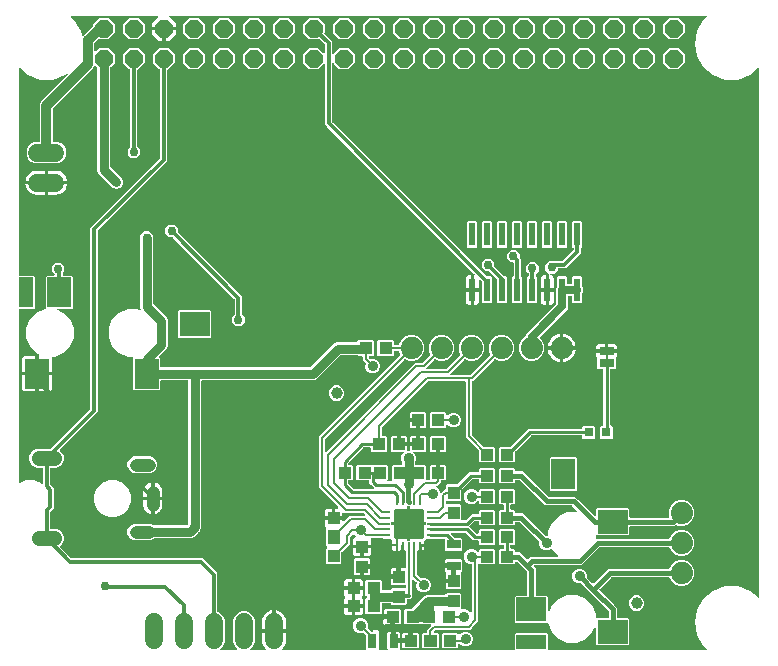
<source format=gbr>
G04 EAGLE Gerber RS-274X export*
G75*
%MOMM*%
%FSLAX34Y34*%
%LPD*%
%INTop Copper*%
%IPPOS*%
%AMOC8*
5,1,8,0,0,1.08239X$1,22.5*%
G01*
%ADD10R,0.500000X0.250000*%
%ADD11R,0.250000X0.500000*%
%ADD12C,0.250000*%
%ADD13R,1.100000X1.000000*%
%ADD14R,1.000000X1.100000*%
%ADD15R,0.800000X1.200000*%
%ADD16R,1.200000X0.800000*%
%ADD17R,2.500000X2.000000*%
%ADD18R,2.000000X2.500000*%
%ADD19R,2.500000X1.200000*%
%ADD20C,1.879600*%
%ADD21R,0.800000X0.800000*%
%ADD22C,0.203200*%
%ADD23R,1.270000X0.635000*%
%ADD24C,1.000000*%
%ADD25C,1.524000*%
%ADD26P,1.649562X8X22.500000*%
%ADD27R,1.200000X2.500000*%
%ADD28R,0.558800X1.981200*%
%ADD29C,1.308000*%
%ADD30C,1.108000*%
%ADD31C,0.914400*%
%ADD32C,0.300000*%
%ADD33C,0.756400*%
%ADD34C,0.254000*%
%ADD35C,0.800000*%
%ADD36C,0.400000*%
%ADD37C,0.406400*%
%ADD38C,0.700000*%
%ADD39C,0.812800*%

G36*
X196050Y11442D02*
X196050Y11442D01*
X196121Y11444D01*
X196170Y11462D01*
X196222Y11470D01*
X196285Y11504D01*
X196352Y11529D01*
X196393Y11561D01*
X196439Y11586D01*
X196488Y11638D01*
X196544Y11682D01*
X196573Y11726D01*
X196608Y11764D01*
X196639Y11829D01*
X196677Y11889D01*
X196690Y11940D01*
X196712Y11987D01*
X196720Y12058D01*
X196737Y12128D01*
X196733Y12180D01*
X196739Y12231D01*
X196724Y12302D01*
X196718Y12373D01*
X196698Y12421D01*
X196687Y12472D01*
X196650Y12533D01*
X196622Y12599D01*
X196577Y12655D01*
X196561Y12683D01*
X196543Y12698D01*
X196517Y12730D01*
X194447Y14800D01*
X193055Y18161D01*
X193055Y37039D01*
X194447Y40400D01*
X197020Y42973D01*
X200381Y44365D01*
X204019Y44365D01*
X207380Y42973D01*
X209953Y40400D01*
X211345Y37039D01*
X211345Y18161D01*
X209953Y14800D01*
X207883Y12730D01*
X207841Y12672D01*
X207792Y12620D01*
X207770Y12573D01*
X207739Y12531D01*
X207718Y12462D01*
X207688Y12397D01*
X207682Y12345D01*
X207667Y12295D01*
X207669Y12224D01*
X207661Y12153D01*
X207672Y12102D01*
X207673Y12050D01*
X207698Y11982D01*
X207713Y11912D01*
X207740Y11867D01*
X207758Y11819D01*
X207803Y11763D01*
X207839Y11701D01*
X207879Y11667D01*
X207911Y11627D01*
X207972Y11588D01*
X208026Y11541D01*
X208075Y11522D01*
X208118Y11494D01*
X208188Y11476D01*
X208254Y11449D01*
X208326Y11441D01*
X208357Y11433D01*
X208380Y11435D01*
X208421Y11431D01*
X219942Y11431D01*
X220013Y11442D01*
X220084Y11444D01*
X220133Y11462D01*
X220185Y11470D01*
X220248Y11504D01*
X220315Y11529D01*
X220356Y11561D01*
X220402Y11586D01*
X220451Y11637D01*
X220507Y11682D01*
X220536Y11726D01*
X220572Y11764D01*
X220602Y11829D01*
X220640Y11889D01*
X220653Y11940D01*
X220675Y11987D01*
X220683Y12058D01*
X220701Y12128D01*
X220696Y12180D01*
X220702Y12231D01*
X220687Y12302D01*
X220681Y12373D01*
X220661Y12421D01*
X220650Y12472D01*
X220613Y12533D01*
X220585Y12599D01*
X220540Y12655D01*
X220524Y12683D01*
X220506Y12698D01*
X220480Y12730D01*
X219850Y13361D01*
X218910Y14655D01*
X218184Y16080D01*
X217689Y17601D01*
X217439Y19180D01*
X217439Y26077D01*
X226838Y26077D01*
X226858Y26080D01*
X226877Y26078D01*
X226979Y26100D01*
X227081Y26117D01*
X227098Y26126D01*
X227118Y26130D01*
X227207Y26183D01*
X227298Y26232D01*
X227312Y26246D01*
X227329Y26256D01*
X227396Y26335D01*
X227467Y26410D01*
X227476Y26428D01*
X227489Y26443D01*
X227527Y26539D01*
X227571Y26633D01*
X227573Y26653D01*
X227581Y26671D01*
X227599Y26838D01*
X227599Y27601D01*
X227601Y27601D01*
X227601Y26838D01*
X227604Y26818D01*
X227602Y26799D01*
X227624Y26697D01*
X227641Y26595D01*
X227650Y26578D01*
X227654Y26558D01*
X227707Y26469D01*
X227756Y26378D01*
X227770Y26364D01*
X227780Y26347D01*
X227859Y26280D01*
X227934Y26209D01*
X227952Y26200D01*
X227967Y26187D01*
X228063Y26148D01*
X228157Y26105D01*
X228177Y26103D01*
X228195Y26095D01*
X228362Y26077D01*
X237761Y26077D01*
X237761Y19180D01*
X237511Y17601D01*
X237016Y16080D01*
X236290Y14655D01*
X235350Y13361D01*
X234720Y12730D01*
X234678Y12672D01*
X234628Y12620D01*
X234607Y12573D01*
X234576Y12531D01*
X234555Y12462D01*
X234525Y12397D01*
X234519Y12345D01*
X234504Y12295D01*
X234506Y12224D01*
X234498Y12153D01*
X234509Y12102D01*
X234510Y12050D01*
X234535Y11982D01*
X234550Y11912D01*
X234577Y11867D01*
X234595Y11819D01*
X234639Y11763D01*
X234676Y11701D01*
X234716Y11667D01*
X234748Y11627D01*
X234809Y11588D01*
X234863Y11541D01*
X234911Y11522D01*
X234955Y11494D01*
X235025Y11476D01*
X235091Y11449D01*
X235163Y11441D01*
X235194Y11433D01*
X235217Y11435D01*
X235258Y11431D01*
X305195Y11431D01*
X305266Y11442D01*
X305338Y11444D01*
X305387Y11462D01*
X305438Y11470D01*
X305501Y11504D01*
X305569Y11529D01*
X305609Y11561D01*
X305655Y11586D01*
X305705Y11637D01*
X305761Y11682D01*
X305789Y11726D01*
X305825Y11764D01*
X305855Y11829D01*
X305894Y11889D01*
X305906Y11940D01*
X305928Y11987D01*
X305936Y12058D01*
X305954Y12128D01*
X305950Y12180D01*
X305955Y12231D01*
X305940Y12302D01*
X305935Y12373D01*
X305914Y12421D01*
X305903Y12472D01*
X305866Y12533D01*
X305838Y12599D01*
X305793Y12655D01*
X305777Y12683D01*
X305759Y12698D01*
X305733Y12730D01*
X305545Y12918D01*
X305545Y23816D01*
X305531Y23906D01*
X305523Y23997D01*
X305511Y24027D01*
X305506Y24059D01*
X305463Y24140D01*
X305427Y24224D01*
X305401Y24256D01*
X305390Y24276D01*
X305367Y24299D01*
X305322Y24355D01*
X303505Y26172D01*
X303411Y26239D01*
X303316Y26310D01*
X303310Y26312D01*
X303305Y26315D01*
X303194Y26350D01*
X303083Y26386D01*
X303076Y26386D01*
X303070Y26388D01*
X302954Y26385D01*
X302837Y26383D01*
X302829Y26381D01*
X302824Y26381D01*
X302807Y26375D01*
X302676Y26337D01*
X302233Y26153D01*
X299807Y26153D01*
X297566Y27081D01*
X295851Y28796D01*
X294923Y31037D01*
X294923Y33463D01*
X295851Y35704D01*
X297566Y37419D01*
X299807Y38347D01*
X302233Y38347D01*
X304474Y37419D01*
X306189Y35704D01*
X307117Y33463D01*
X307117Y31037D01*
X306933Y30594D01*
X306907Y30480D01*
X306878Y30367D01*
X306879Y30361D01*
X306877Y30355D01*
X306888Y30239D01*
X306897Y30122D01*
X306900Y30116D01*
X306900Y30110D01*
X306948Y30003D01*
X306993Y29896D01*
X306998Y29890D01*
X307000Y29885D01*
X307013Y29872D01*
X307098Y29765D01*
X309565Y27298D01*
X309639Y27245D01*
X309709Y27185D01*
X309739Y27173D01*
X309765Y27154D01*
X309852Y27127D01*
X309937Y27093D01*
X309978Y27089D01*
X310000Y27082D01*
X310032Y27083D01*
X310104Y27075D01*
X310975Y27075D01*
X311046Y27086D01*
X311118Y27088D01*
X311167Y27106D01*
X311218Y27114D01*
X311281Y27148D01*
X311349Y27173D01*
X311389Y27205D01*
X311436Y27230D01*
X311485Y27282D01*
X311541Y27326D01*
X311569Y27370D01*
X311605Y27408D01*
X311635Y27473D01*
X311674Y27533D01*
X311687Y27584D01*
X311709Y27631D01*
X311716Y27702D01*
X311734Y27772D01*
X311730Y27824D01*
X311736Y27875D01*
X311720Y27946D01*
X311715Y28017D01*
X311694Y28065D01*
X311689Y28091D01*
X316122Y28091D01*
X316623Y27591D01*
X316615Y27586D01*
X316572Y27570D01*
X316512Y27522D01*
X316445Y27481D01*
X316416Y27445D01*
X316380Y27417D01*
X316338Y27351D01*
X316289Y27291D01*
X316272Y27248D01*
X316247Y27210D01*
X316228Y27134D01*
X316200Y27062D01*
X316198Y27016D01*
X316187Y26971D01*
X316193Y26894D01*
X316190Y26816D01*
X316203Y26772D01*
X316206Y26726D01*
X316237Y26654D01*
X316259Y26580D01*
X316285Y26542D01*
X316303Y26500D01*
X316388Y26393D01*
X316399Y26378D01*
X316403Y26375D01*
X316408Y26369D01*
X316595Y26182D01*
X316595Y12918D01*
X316407Y12730D01*
X316365Y12672D01*
X316315Y12620D01*
X316293Y12573D01*
X316263Y12531D01*
X316242Y12462D01*
X316212Y12397D01*
X316206Y12345D01*
X316191Y12295D01*
X316193Y12224D01*
X316185Y12153D01*
X316196Y12102D01*
X316197Y12050D01*
X316222Y11982D01*
X316237Y11912D01*
X316264Y11867D01*
X316281Y11819D01*
X316326Y11763D01*
X316363Y11701D01*
X316403Y11667D01*
X316435Y11627D01*
X316495Y11588D01*
X316550Y11541D01*
X316598Y11522D01*
X316642Y11494D01*
X316711Y11476D01*
X316778Y11449D01*
X316849Y11441D01*
X316881Y11433D01*
X316904Y11435D01*
X316945Y11431D01*
X323195Y11431D01*
X323266Y11442D01*
X323338Y11444D01*
X323387Y11462D01*
X323438Y11470D01*
X323501Y11504D01*
X323569Y11529D01*
X323609Y11561D01*
X323655Y11586D01*
X323705Y11637D01*
X323761Y11682D01*
X323789Y11726D01*
X323825Y11764D01*
X323855Y11829D01*
X323894Y11889D01*
X323906Y11940D01*
X323928Y11987D01*
X323936Y12058D01*
X323954Y12128D01*
X323950Y12180D01*
X323955Y12231D01*
X323940Y12302D01*
X323935Y12373D01*
X323914Y12421D01*
X323903Y12472D01*
X323866Y12533D01*
X323838Y12599D01*
X323793Y12655D01*
X323777Y12683D01*
X323759Y12698D01*
X323733Y12730D01*
X323545Y12918D01*
X323545Y26182D01*
X324438Y27075D01*
X327071Y27075D01*
X327071Y20534D01*
X327078Y20481D01*
X327077Y20448D01*
X327078Y20445D01*
X327077Y20418D01*
X327099Y20336D01*
X327111Y20253D01*
X327134Y20199D01*
X327149Y20143D01*
X327192Y20070D01*
X327227Y19993D01*
X327265Y19949D01*
X327294Y19898D01*
X327356Y19841D01*
X327410Y19776D01*
X327459Y19744D01*
X327502Y19704D01*
X327577Y19665D01*
X327647Y19619D01*
X327703Y19601D01*
X327755Y19574D01*
X327823Y19563D01*
X327918Y19533D01*
X328018Y19530D01*
X328086Y19519D01*
X329039Y19519D01*
X329039Y18566D01*
X329047Y18508D01*
X329046Y18450D01*
X329067Y18368D01*
X329079Y18284D01*
X329103Y18231D01*
X329117Y18175D01*
X329161Y18102D01*
X329195Y18025D01*
X329233Y17980D01*
X329263Y17930D01*
X329324Y17872D01*
X329379Y17808D01*
X329427Y17776D01*
X329470Y17736D01*
X329545Y17697D01*
X329615Y17650D01*
X329671Y17633D01*
X329723Y17606D01*
X329791Y17595D01*
X329886Y17565D01*
X329986Y17562D01*
X330054Y17551D01*
X334595Y17551D01*
X334595Y12918D01*
X334407Y12730D01*
X334365Y12672D01*
X334315Y12620D01*
X334293Y12573D01*
X334263Y12531D01*
X334242Y12462D01*
X334212Y12397D01*
X334206Y12345D01*
X334191Y12295D01*
X334193Y12224D01*
X334185Y12153D01*
X334196Y12102D01*
X334197Y12050D01*
X334222Y11982D01*
X334237Y11912D01*
X334264Y11867D01*
X334281Y11819D01*
X334326Y11763D01*
X334363Y11701D01*
X334403Y11667D01*
X334435Y11627D01*
X334495Y11588D01*
X334550Y11541D01*
X334598Y11522D01*
X334642Y11494D01*
X334711Y11476D01*
X334778Y11449D01*
X334849Y11441D01*
X334881Y11433D01*
X334904Y11435D01*
X334945Y11431D01*
X430804Y11431D01*
X430824Y11434D01*
X430843Y11432D01*
X430945Y11454D01*
X431047Y11470D01*
X431064Y11480D01*
X431084Y11484D01*
X431173Y11537D01*
X431264Y11586D01*
X431278Y11600D01*
X431295Y11610D01*
X431362Y11689D01*
X431434Y11764D01*
X431442Y11782D01*
X431455Y11797D01*
X431494Y11893D01*
X431537Y11987D01*
X431539Y12007D01*
X431547Y12025D01*
X431565Y12192D01*
X431565Y24672D01*
X432458Y25565D01*
X458722Y25565D01*
X459615Y24672D01*
X459615Y12192D01*
X459618Y12172D01*
X459616Y12153D01*
X459638Y12051D01*
X459654Y11949D01*
X459664Y11932D01*
X459668Y11912D01*
X459721Y11823D01*
X459770Y11732D01*
X459784Y11718D01*
X459794Y11701D01*
X459873Y11634D01*
X459948Y11562D01*
X459966Y11554D01*
X459981Y11541D01*
X460077Y11502D01*
X460171Y11459D01*
X460191Y11457D01*
X460209Y11449D01*
X460376Y11431D01*
X593519Y11431D01*
X593622Y11448D01*
X593726Y11459D01*
X593744Y11467D01*
X593762Y11470D01*
X593854Y11519D01*
X593949Y11564D01*
X593963Y11577D01*
X593980Y11586D01*
X594051Y11661D01*
X594127Y11734D01*
X594136Y11750D01*
X594149Y11764D01*
X594193Y11859D01*
X594242Y11951D01*
X594245Y11970D01*
X594253Y11987D01*
X594264Y12091D01*
X594281Y12194D01*
X594278Y12213D01*
X594280Y12231D01*
X594257Y12333D01*
X594240Y12437D01*
X594231Y12453D01*
X594227Y12472D01*
X594174Y12561D01*
X594125Y12654D01*
X594109Y12671D01*
X594101Y12683D01*
X594077Y12704D01*
X594009Y12775D01*
X591261Y15081D01*
X585880Y24401D01*
X584011Y35000D01*
X585880Y45599D01*
X591261Y54919D01*
X599505Y61837D01*
X609619Y65518D01*
X620381Y65518D01*
X630495Y61837D01*
X637319Y56111D01*
X637352Y56091D01*
X637380Y56065D01*
X637457Y56029D01*
X637530Y55985D01*
X637568Y55977D01*
X637603Y55961D01*
X637687Y55952D01*
X637771Y55934D01*
X637809Y55938D01*
X637847Y55934D01*
X637930Y55952D01*
X638015Y55962D01*
X638050Y55978D01*
X638088Y55986D01*
X638161Y56030D01*
X638238Y56066D01*
X638266Y56093D01*
X638299Y56112D01*
X638354Y56177D01*
X638416Y56236D01*
X638434Y56270D01*
X638459Y56299D01*
X638491Y56378D01*
X638530Y56453D01*
X638536Y56492D01*
X638551Y56527D01*
X638569Y56694D01*
X638569Y503306D01*
X638563Y503344D01*
X638565Y503383D01*
X638543Y503465D01*
X638530Y503549D01*
X638511Y503583D01*
X638501Y503620D01*
X638454Y503691D01*
X638414Y503766D01*
X638386Y503792D01*
X638365Y503825D01*
X638298Y503877D01*
X638236Y503935D01*
X638201Y503952D01*
X638170Y503975D01*
X638090Y504003D01*
X638013Y504039D01*
X637975Y504043D01*
X637938Y504056D01*
X637853Y504057D01*
X637769Y504066D01*
X637731Y504058D01*
X637692Y504058D01*
X637611Y504032D01*
X637528Y504014D01*
X637495Y503994D01*
X637458Y503982D01*
X637319Y503889D01*
X630495Y498163D01*
X620381Y494482D01*
X609619Y494482D01*
X599505Y498163D01*
X591261Y505081D01*
X585880Y514401D01*
X584011Y525000D01*
X585880Y535599D01*
X591261Y544919D01*
X594009Y547225D01*
X594077Y547304D01*
X594149Y547380D01*
X594157Y547397D01*
X594169Y547411D01*
X594208Y547508D01*
X594253Y547603D01*
X594255Y547622D01*
X594262Y547639D01*
X594268Y547744D01*
X594280Y547847D01*
X594276Y547866D01*
X594277Y547885D01*
X594250Y547985D01*
X594227Y548088D01*
X594218Y548104D01*
X594213Y548122D01*
X594155Y548209D01*
X594101Y548299D01*
X594087Y548311D01*
X594076Y548327D01*
X593994Y548391D01*
X593914Y548459D01*
X593897Y548466D01*
X593882Y548477D01*
X593783Y548512D01*
X593686Y548551D01*
X593663Y548553D01*
X593649Y548558D01*
X593618Y548558D01*
X593519Y548569D01*
X139838Y548569D01*
X139767Y548558D01*
X139696Y548556D01*
X139647Y548538D01*
X139595Y548530D01*
X139532Y548496D01*
X139465Y548471D01*
X139424Y548439D01*
X139378Y548414D01*
X139328Y548362D01*
X139272Y548318D01*
X139244Y548274D01*
X139208Y548236D01*
X139178Y548171D01*
X139139Y548111D01*
X139127Y548060D01*
X139105Y548013D01*
X139097Y547942D01*
X139079Y547872D01*
X139083Y547820D01*
X139078Y547769D01*
X139093Y547698D01*
X139099Y547627D01*
X139119Y547579D01*
X139130Y547528D01*
X139167Y547467D01*
X139195Y547401D01*
X139240Y547345D01*
X139256Y547317D01*
X139274Y547302D01*
X139300Y547270D01*
X144661Y541909D01*
X144661Y539223D01*
X135262Y539223D01*
X135242Y539220D01*
X135223Y539222D01*
X135121Y539200D01*
X135019Y539183D01*
X135002Y539174D01*
X134982Y539170D01*
X134893Y539117D01*
X134802Y539068D01*
X134788Y539054D01*
X134771Y539044D01*
X134704Y538965D01*
X134633Y538890D01*
X134624Y538872D01*
X134611Y538857D01*
X134573Y538761D01*
X134529Y538667D01*
X134527Y538647D01*
X134519Y538629D01*
X134501Y538462D01*
X134501Y537699D01*
X134499Y537699D01*
X134499Y538462D01*
X134496Y538482D01*
X134498Y538501D01*
X134476Y538603D01*
X134459Y538705D01*
X134450Y538722D01*
X134446Y538742D01*
X134393Y538831D01*
X134344Y538922D01*
X134330Y538936D01*
X134320Y538953D01*
X134241Y539020D01*
X134166Y539091D01*
X134148Y539100D01*
X134133Y539113D01*
X134037Y539152D01*
X133943Y539195D01*
X133923Y539197D01*
X133905Y539205D01*
X133738Y539223D01*
X124339Y539223D01*
X124339Y541909D01*
X129700Y547270D01*
X129742Y547328D01*
X129792Y547380D01*
X129813Y547427D01*
X129844Y547469D01*
X129865Y547538D01*
X129895Y547603D01*
X129901Y547655D01*
X129916Y547705D01*
X129914Y547776D01*
X129922Y547847D01*
X129911Y547898D01*
X129910Y547950D01*
X129885Y548018D01*
X129870Y548088D01*
X129843Y548133D01*
X129825Y548181D01*
X129781Y548237D01*
X129744Y548299D01*
X129704Y548333D01*
X129672Y548373D01*
X129611Y548412D01*
X129557Y548459D01*
X129509Y548478D01*
X129465Y548506D01*
X129395Y548524D01*
X129329Y548551D01*
X129257Y548559D01*
X129226Y548567D01*
X129203Y548565D01*
X129162Y548569D01*
X56481Y548569D01*
X56378Y548552D01*
X56274Y548541D01*
X56256Y548533D01*
X56238Y548530D01*
X56146Y548481D01*
X56051Y548436D01*
X56037Y548423D01*
X56020Y548414D01*
X55949Y548339D01*
X55873Y548266D01*
X55864Y548250D01*
X55851Y548236D01*
X55807Y548141D01*
X55758Y548049D01*
X55755Y548030D01*
X55747Y548013D01*
X55736Y547909D01*
X55719Y547806D01*
X55722Y547787D01*
X55720Y547769D01*
X55743Y547667D01*
X55760Y547563D01*
X55769Y547547D01*
X55773Y547528D01*
X55826Y547439D01*
X55875Y547346D01*
X55891Y547329D01*
X55899Y547317D01*
X55923Y547296D01*
X55991Y547225D01*
X58739Y544919D01*
X64120Y535599D01*
X64771Y531905D01*
X64773Y531900D01*
X64773Y531895D01*
X64814Y531785D01*
X64853Y531673D01*
X64856Y531669D01*
X64858Y531664D01*
X64931Y531572D01*
X65004Y531479D01*
X65008Y531476D01*
X65011Y531472D01*
X65112Y531408D01*
X65209Y531343D01*
X65214Y531342D01*
X65218Y531339D01*
X65333Y531310D01*
X65447Y531280D01*
X65452Y531280D01*
X65457Y531279D01*
X65574Y531288D01*
X65692Y531296D01*
X65697Y531298D01*
X65702Y531298D01*
X65810Y531344D01*
X65920Y531389D01*
X65924Y531392D01*
X65928Y531394D01*
X66059Y531499D01*
X74332Y539772D01*
X74385Y539846D01*
X74445Y539915D01*
X74457Y539946D01*
X74476Y539972D01*
X74503Y540059D01*
X74537Y540144D01*
X74541Y540184D01*
X74548Y540207D01*
X74547Y540239D01*
X74555Y540310D01*
X74555Y541488D01*
X79912Y546845D01*
X87488Y546845D01*
X92845Y541488D01*
X92845Y533912D01*
X87488Y528555D01*
X79902Y528555D01*
X79840Y528595D01*
X79756Y528655D01*
X79737Y528661D01*
X79720Y528672D01*
X79620Y528697D01*
X79521Y528728D01*
X79501Y528727D01*
X79482Y528732D01*
X79379Y528724D01*
X79275Y528721D01*
X79256Y528714D01*
X79237Y528713D01*
X79142Y528672D01*
X79044Y528637D01*
X79029Y528624D01*
X79010Y528616D01*
X78879Y528512D01*
X75876Y525508D01*
X75823Y525434D01*
X75763Y525365D01*
X75751Y525335D01*
X75732Y525308D01*
X75705Y525221D01*
X75671Y525136D01*
X75667Y525096D01*
X75660Y525073D01*
X75661Y525041D01*
X75653Y524970D01*
X75653Y519023D01*
X75664Y518952D01*
X75666Y518881D01*
X75684Y518832D01*
X75692Y518780D01*
X75726Y518717D01*
X75751Y518650D01*
X75783Y518609D01*
X75808Y518563D01*
X75860Y518514D01*
X75904Y518458D01*
X75948Y518429D01*
X75986Y518394D01*
X76051Y518363D01*
X76111Y518325D01*
X76162Y518312D01*
X76209Y518290D01*
X76280Y518282D01*
X76350Y518265D01*
X76402Y518269D01*
X76453Y518263D01*
X76524Y518278D01*
X76595Y518284D01*
X76643Y518304D01*
X76694Y518315D01*
X76755Y518352D01*
X76821Y518380D01*
X76877Y518425D01*
X76905Y518441D01*
X76920Y518459D01*
X76952Y518485D01*
X79912Y521445D01*
X87488Y521445D01*
X92845Y516088D01*
X92845Y508512D01*
X89448Y505115D01*
X89395Y505041D01*
X89335Y504972D01*
X89323Y504942D01*
X89304Y504915D01*
X89277Y504828D01*
X89243Y504744D01*
X89239Y504703D01*
X89232Y504680D01*
X89233Y504648D01*
X89225Y504577D01*
X89225Y420904D01*
X89239Y420814D01*
X89247Y420723D01*
X89259Y420693D01*
X89264Y420661D01*
X89307Y420580D01*
X89343Y420496D01*
X89369Y420464D01*
X89380Y420444D01*
X89403Y420421D01*
X89448Y420365D01*
X98984Y410830D01*
X99144Y410443D01*
X99178Y410387D01*
X99204Y410327D01*
X99256Y410262D01*
X99273Y410234D01*
X99288Y410222D01*
X99309Y410196D01*
X99607Y409898D01*
X99607Y409477D01*
X99617Y409412D01*
X99618Y409346D01*
X99641Y409266D01*
X99646Y409234D01*
X99656Y409217D01*
X99665Y409185D01*
X99825Y408799D01*
X99825Y406601D01*
X99665Y406215D01*
X99650Y406151D01*
X99625Y406090D01*
X99616Y406007D01*
X99609Y405975D01*
X99610Y405956D01*
X99607Y405923D01*
X99607Y405502D01*
X99309Y405204D01*
X99271Y405151D01*
X99225Y405104D01*
X99184Y405031D01*
X99165Y405004D01*
X99160Y404986D01*
X99144Y404957D01*
X98984Y404570D01*
X97430Y403016D01*
X97043Y402856D01*
X96987Y402822D01*
X96927Y402796D01*
X96862Y402744D01*
X96834Y402727D01*
X96822Y402712D01*
X96796Y402691D01*
X96498Y402393D01*
X96077Y402393D01*
X96012Y402383D01*
X95946Y402382D01*
X95866Y402359D01*
X95834Y402354D01*
X95817Y402344D01*
X95785Y402335D01*
X95399Y402175D01*
X93201Y402175D01*
X92815Y402335D01*
X92751Y402350D01*
X92690Y402375D01*
X92607Y402384D01*
X92575Y402391D01*
X92556Y402390D01*
X92523Y402393D01*
X92102Y402393D01*
X91804Y402691D01*
X91751Y402729D01*
X91704Y402775D01*
X91631Y402816D01*
X91604Y402835D01*
X91586Y402840D01*
X91557Y402856D01*
X91170Y403016D01*
X79016Y415170D01*
X78175Y417201D01*
X78175Y504577D01*
X78161Y504667D01*
X78153Y504758D01*
X78141Y504788D01*
X78136Y504820D01*
X78093Y504900D01*
X78057Y504984D01*
X78031Y505016D01*
X78020Y505037D01*
X77997Y505059D01*
X77952Y505115D01*
X76769Y506298D01*
X76732Y506325D01*
X76701Y506359D01*
X76633Y506396D01*
X76570Y506441D01*
X76526Y506455D01*
X76486Y506477D01*
X76409Y506491D01*
X76335Y506514D01*
X76289Y506513D01*
X76244Y506521D01*
X76167Y506510D01*
X76089Y506507D01*
X76046Y506492D01*
X76000Y506485D01*
X75931Y506450D01*
X75858Y506423D01*
X75822Y506394D01*
X75781Y506374D01*
X75726Y506318D01*
X75666Y506269D01*
X75641Y506231D01*
X75609Y506198D01*
X75543Y506078D01*
X75533Y506062D01*
X75532Y506058D01*
X75528Y506051D01*
X74802Y504298D01*
X40812Y470308D01*
X40759Y470234D01*
X40699Y470165D01*
X40687Y470134D01*
X40668Y470108D01*
X40641Y470021D01*
X40607Y469936D01*
X40603Y469896D01*
X40596Y469873D01*
X40597Y469841D01*
X40589Y469770D01*
X40589Y442606D01*
X40592Y442586D01*
X40590Y442567D01*
X40612Y442465D01*
X40628Y442363D01*
X40638Y442346D01*
X40642Y442326D01*
X40695Y442237D01*
X40744Y442146D01*
X40758Y442132D01*
X40768Y442115D01*
X40847Y442048D01*
X40922Y441976D01*
X40940Y441968D01*
X40955Y441955D01*
X41051Y441916D01*
X41145Y441873D01*
X41165Y441871D01*
X41183Y441863D01*
X41350Y441845D01*
X44439Y441845D01*
X47800Y440453D01*
X50373Y437880D01*
X51765Y434519D01*
X51765Y430881D01*
X50373Y427520D01*
X47800Y424947D01*
X44439Y423555D01*
X25561Y423555D01*
X22200Y424947D01*
X19627Y427520D01*
X18235Y430881D01*
X18235Y434519D01*
X19627Y437880D01*
X22200Y440453D01*
X25561Y441845D01*
X28650Y441845D01*
X28670Y441848D01*
X28689Y441846D01*
X28791Y441868D01*
X28893Y441884D01*
X28910Y441894D01*
X28930Y441898D01*
X29019Y441951D01*
X29110Y442000D01*
X29124Y442014D01*
X29141Y442024D01*
X29208Y442103D01*
X29280Y442178D01*
X29288Y442196D01*
X29301Y442211D01*
X29340Y442307D01*
X29383Y442401D01*
X29385Y442421D01*
X29393Y442439D01*
X29411Y442606D01*
X29411Y473512D01*
X30262Y475566D01*
X52862Y498166D01*
X52914Y498239D01*
X52973Y498307D01*
X52986Y498338D01*
X53005Y498365D01*
X53032Y498451D01*
X53066Y498535D01*
X53068Y498568D01*
X53078Y498600D01*
X53075Y498690D01*
X53081Y498781D01*
X53072Y498813D01*
X53071Y498846D01*
X53040Y498931D01*
X53017Y499018D01*
X52998Y499046D01*
X52987Y499077D01*
X52931Y499148D01*
X52881Y499223D01*
X52854Y499243D01*
X52833Y499269D01*
X52757Y499318D01*
X52686Y499373D01*
X52654Y499384D01*
X52626Y499402D01*
X52539Y499424D01*
X52454Y499454D01*
X52420Y499454D01*
X52388Y499462D01*
X52298Y499455D01*
X52208Y499456D01*
X52176Y499446D01*
X52143Y499443D01*
X52060Y499408D01*
X51974Y499380D01*
X51938Y499356D01*
X51916Y499347D01*
X51877Y499315D01*
X51834Y499287D01*
X50494Y498163D01*
X40381Y494482D01*
X29619Y494482D01*
X19505Y498163D01*
X12681Y503889D01*
X12648Y503909D01*
X12620Y503935D01*
X12543Y503971D01*
X12470Y504015D01*
X12432Y504023D01*
X12397Y504039D01*
X12313Y504048D01*
X12229Y504066D01*
X12191Y504062D01*
X12153Y504066D01*
X12070Y504048D01*
X11985Y504038D01*
X11950Y504022D01*
X11912Y504014D01*
X11839Y503970D01*
X11762Y503934D01*
X11734Y503907D01*
X11701Y503888D01*
X11646Y503823D01*
X11584Y503764D01*
X11566Y503730D01*
X11541Y503701D01*
X11509Y503622D01*
X11470Y503547D01*
X11464Y503508D01*
X11449Y503473D01*
X11431Y503306D01*
X11431Y329286D01*
X11434Y329266D01*
X11432Y329247D01*
X11454Y329145D01*
X11470Y329043D01*
X11480Y329026D01*
X11484Y329006D01*
X11537Y328917D01*
X11586Y328826D01*
X11600Y328812D01*
X11610Y328795D01*
X11689Y328728D01*
X11764Y328656D01*
X11782Y328648D01*
X11797Y328635D01*
X11893Y328596D01*
X11987Y328553D01*
X12007Y328551D01*
X12025Y328543D01*
X12192Y328525D01*
X24632Y328525D01*
X25525Y327632D01*
X25525Y301368D01*
X24632Y300475D01*
X12192Y300475D01*
X12172Y300472D01*
X12153Y300474D01*
X12051Y300452D01*
X11949Y300436D01*
X11932Y300426D01*
X11912Y300422D01*
X11823Y300369D01*
X11732Y300320D01*
X11718Y300306D01*
X11701Y300296D01*
X11634Y300217D01*
X11562Y300142D01*
X11554Y300124D01*
X11541Y300109D01*
X11502Y300013D01*
X11459Y299919D01*
X11457Y299899D01*
X11449Y299881D01*
X11431Y299714D01*
X11431Y154044D01*
X11438Y153999D01*
X11436Y153953D01*
X11458Y153878D01*
X11470Y153801D01*
X11492Y153760D01*
X11505Y153716D01*
X11549Y153652D01*
X11586Y153584D01*
X11619Y153552D01*
X11645Y153514D01*
X11708Y153468D01*
X11764Y153414D01*
X11806Y153395D01*
X11842Y153368D01*
X11916Y153343D01*
X11987Y153311D01*
X12033Y153306D01*
X12076Y153291D01*
X12154Y153292D01*
X12231Y153284D01*
X12276Y153293D01*
X12322Y153294D01*
X12454Y153332D01*
X12472Y153336D01*
X12476Y153338D01*
X12483Y153340D01*
X18085Y155661D01*
X24315Y155661D01*
X30071Y153277D01*
X30876Y152472D01*
X30934Y152430D01*
X30986Y152381D01*
X31033Y152359D01*
X31075Y152328D01*
X31144Y152307D01*
X31209Y152277D01*
X31261Y152271D01*
X31311Y152256D01*
X31382Y152258D01*
X31453Y152250D01*
X31504Y152261D01*
X31556Y152262D01*
X31624Y152287D01*
X31694Y152302D01*
X31739Y152329D01*
X31787Y152347D01*
X31843Y152392D01*
X31905Y152428D01*
X31939Y152468D01*
X31979Y152501D01*
X32018Y152561D01*
X32065Y152615D01*
X32084Y152664D01*
X32112Y152707D01*
X32130Y152777D01*
X32143Y152810D01*
X32147Y152818D01*
X32147Y152820D01*
X32157Y152843D01*
X32165Y152915D01*
X32173Y152946D01*
X32171Y152969D01*
X32175Y153010D01*
X32175Y165174D01*
X32172Y165194D01*
X32174Y165213D01*
X32152Y165315D01*
X32136Y165417D01*
X32126Y165434D01*
X32122Y165454D01*
X32069Y165543D01*
X32020Y165634D01*
X32006Y165648D01*
X31996Y165665D01*
X31917Y165732D01*
X31842Y165804D01*
X31824Y165812D01*
X31809Y165825D01*
X31713Y165864D01*
X31619Y165907D01*
X31599Y165909D01*
X31581Y165917D01*
X31414Y165935D01*
X27056Y165935D01*
X24092Y167163D01*
X21823Y169432D01*
X20595Y172396D01*
X20595Y175604D01*
X21823Y178568D01*
X24092Y180837D01*
X27056Y182065D01*
X38672Y182065D01*
X38762Y182079D01*
X38853Y182087D01*
X38883Y182099D01*
X38915Y182104D01*
X38995Y182147D01*
X39079Y182183D01*
X39111Y182209D01*
X39132Y182220D01*
X39154Y182243D01*
X39210Y182288D01*
X72052Y215130D01*
X72105Y215204D01*
X72165Y215273D01*
X72177Y215303D01*
X72196Y215330D01*
X72223Y215417D01*
X72257Y215501D01*
X72261Y215542D01*
X72268Y215565D01*
X72267Y215597D01*
X72275Y215668D01*
X72275Y368853D01*
X131252Y427830D01*
X131305Y427904D01*
X131365Y427973D01*
X131377Y428003D01*
X131396Y428030D01*
X131423Y428117D01*
X131457Y428201D01*
X131461Y428242D01*
X131468Y428265D01*
X131467Y428297D01*
X131475Y428368D01*
X131475Y502394D01*
X131472Y502414D01*
X131474Y502433D01*
X131452Y502535D01*
X131436Y502637D01*
X131426Y502654D01*
X131422Y502674D01*
X131369Y502763D01*
X131320Y502854D01*
X131306Y502868D01*
X131296Y502885D01*
X131217Y502952D01*
X131142Y503024D01*
X131124Y503032D01*
X131109Y503045D01*
X131013Y503084D01*
X130919Y503127D01*
X130899Y503129D01*
X130881Y503137D01*
X130714Y503155D01*
X130712Y503155D01*
X125355Y508512D01*
X125355Y516088D01*
X130712Y521445D01*
X138288Y521445D01*
X143645Y516088D01*
X143645Y508512D01*
X138288Y503155D01*
X138286Y503155D01*
X138266Y503152D01*
X138247Y503154D01*
X138145Y503132D01*
X138043Y503116D01*
X138026Y503106D01*
X138006Y503102D01*
X137917Y503049D01*
X137826Y503000D01*
X137812Y502986D01*
X137795Y502976D01*
X137728Y502897D01*
X137656Y502822D01*
X137648Y502804D01*
X137635Y502789D01*
X137596Y502693D01*
X137553Y502599D01*
X137551Y502579D01*
X137543Y502561D01*
X137525Y502394D01*
X137525Y425547D01*
X78548Y366570D01*
X78495Y366496D01*
X78435Y366427D01*
X78423Y366397D01*
X78404Y366370D01*
X78377Y366283D01*
X78343Y366199D01*
X78339Y366158D01*
X78332Y366135D01*
X78333Y366103D01*
X78325Y366032D01*
X78325Y212847D01*
X46850Y181372D01*
X46838Y181356D01*
X46823Y181343D01*
X46766Y181256D01*
X46706Y181172D01*
X46700Y181153D01*
X46690Y181137D01*
X46664Y181036D01*
X46634Y180937D01*
X46634Y180917D01*
X46629Y180898D01*
X46637Y180795D01*
X46640Y180691D01*
X46647Y180673D01*
X46649Y180653D01*
X46689Y180558D01*
X46725Y180460D01*
X46737Y180445D01*
X46745Y180426D01*
X46850Y180296D01*
X48577Y178568D01*
X49805Y175604D01*
X49805Y172396D01*
X48577Y169432D01*
X46308Y167163D01*
X43344Y165935D01*
X38986Y165935D01*
X38966Y165932D01*
X38947Y165934D01*
X38845Y165912D01*
X38743Y165896D01*
X38726Y165886D01*
X38706Y165882D01*
X38617Y165829D01*
X38526Y165780D01*
X38512Y165766D01*
X38495Y165756D01*
X38428Y165677D01*
X38356Y165602D01*
X38348Y165584D01*
X38335Y165569D01*
X38296Y165473D01*
X38253Y165379D01*
X38251Y165359D01*
X38243Y165341D01*
X38225Y165174D01*
X38225Y151836D01*
X38239Y151746D01*
X38247Y151655D01*
X38259Y151625D01*
X38264Y151593D01*
X38307Y151513D01*
X38343Y151429D01*
X38369Y151397D01*
X38380Y151376D01*
X38403Y151354D01*
X38448Y151298D01*
X41385Y148361D01*
X41385Y131639D01*
X38448Y128702D01*
X38395Y128628D01*
X38335Y128559D01*
X38323Y128529D01*
X38304Y128502D01*
X38277Y128415D01*
X38243Y128331D01*
X38239Y128290D01*
X38232Y128267D01*
X38233Y128235D01*
X38225Y128164D01*
X38225Y114826D01*
X38228Y114806D01*
X38226Y114787D01*
X38248Y114685D01*
X38264Y114583D01*
X38274Y114566D01*
X38278Y114546D01*
X38331Y114457D01*
X38380Y114366D01*
X38394Y114352D01*
X38404Y114335D01*
X38483Y114268D01*
X38558Y114196D01*
X38576Y114188D01*
X38591Y114175D01*
X38687Y114136D01*
X38781Y114093D01*
X38801Y114091D01*
X38819Y114083D01*
X38986Y114065D01*
X43344Y114065D01*
X46308Y112837D01*
X48577Y110568D01*
X49805Y107604D01*
X49805Y104396D01*
X48577Y101432D01*
X46850Y99704D01*
X46838Y99688D01*
X46823Y99676D01*
X46766Y99588D01*
X46706Y99505D01*
X46700Y99486D01*
X46690Y99469D01*
X46664Y99368D01*
X46634Y99270D01*
X46634Y99250D01*
X46629Y99230D01*
X46637Y99127D01*
X46640Y99024D01*
X46647Y99005D01*
X46649Y98985D01*
X46689Y98890D01*
X46725Y98793D01*
X46737Y98777D01*
X46745Y98759D01*
X46850Y98628D01*
X56030Y89448D01*
X56104Y89395D01*
X56173Y89335D01*
X56203Y89323D01*
X56230Y89304D01*
X56317Y89277D01*
X56401Y89243D01*
X56442Y89239D01*
X56465Y89232D01*
X56497Y89233D01*
X56568Y89225D01*
X167253Y89225D01*
X179825Y76653D01*
X179825Y44374D01*
X179844Y44259D01*
X179861Y44143D01*
X179863Y44137D01*
X179864Y44131D01*
X179919Y44029D01*
X179972Y43924D01*
X179977Y43919D01*
X179980Y43914D01*
X180064Y43834D01*
X180148Y43752D01*
X180154Y43748D01*
X180158Y43744D01*
X180175Y43737D01*
X180295Y43671D01*
X181980Y42973D01*
X184553Y40400D01*
X185945Y37039D01*
X185945Y18161D01*
X184553Y14800D01*
X182483Y12730D01*
X182441Y12672D01*
X182392Y12620D01*
X182370Y12573D01*
X182339Y12531D01*
X182318Y12462D01*
X182288Y12397D01*
X182282Y12345D01*
X182267Y12295D01*
X182269Y12224D01*
X182261Y12153D01*
X182272Y12102D01*
X182273Y12050D01*
X182298Y11982D01*
X182313Y11912D01*
X182340Y11867D01*
X182358Y11819D01*
X182403Y11763D01*
X182439Y11701D01*
X182479Y11667D01*
X182511Y11627D01*
X182572Y11588D01*
X182626Y11541D01*
X182675Y11522D01*
X182718Y11494D01*
X182788Y11476D01*
X182854Y11449D01*
X182926Y11441D01*
X182957Y11433D01*
X182980Y11435D01*
X183021Y11431D01*
X195979Y11431D01*
X196050Y11442D01*
G37*
%LPC*%
G36*
X305928Y42235D02*
X305928Y42235D01*
X305035Y43128D01*
X305035Y54392D01*
X305959Y55315D01*
X306017Y55324D01*
X306034Y55334D01*
X306054Y55338D01*
X306143Y55391D01*
X306234Y55440D01*
X306248Y55454D01*
X306265Y55464D01*
X306332Y55543D01*
X306404Y55618D01*
X306412Y55636D01*
X306425Y55651D01*
X306464Y55747D01*
X306507Y55841D01*
X306509Y55861D01*
X306517Y55879D01*
X306535Y56046D01*
X306535Y56714D01*
X306532Y56734D01*
X306534Y56753D01*
X306512Y56855D01*
X306496Y56957D01*
X306486Y56974D01*
X306482Y56994D01*
X306429Y57083D01*
X306380Y57174D01*
X306366Y57188D01*
X306356Y57205D01*
X306277Y57272D01*
X306202Y57344D01*
X306184Y57352D01*
X306169Y57365D01*
X306073Y57404D01*
X305979Y57447D01*
X305959Y57449D01*
X305951Y57453D01*
X305035Y58368D01*
X305035Y69632D01*
X305928Y70525D01*
X318192Y70525D01*
X319085Y69632D01*
X319085Y63056D01*
X319088Y63036D01*
X319086Y63017D01*
X319108Y62915D01*
X319124Y62813D01*
X319134Y62796D01*
X319138Y62776D01*
X319191Y62687D01*
X319240Y62596D01*
X319254Y62582D01*
X319264Y62565D01*
X319343Y62498D01*
X319418Y62426D01*
X319436Y62418D01*
X319451Y62405D01*
X319547Y62366D01*
X319641Y62323D01*
X319661Y62321D01*
X319679Y62313D01*
X319846Y62295D01*
X326119Y62295D01*
X326139Y62298D01*
X326158Y62296D01*
X326260Y62318D01*
X326362Y62334D01*
X326379Y62344D01*
X326399Y62348D01*
X326488Y62401D01*
X326579Y62450D01*
X326593Y62464D01*
X326610Y62474D01*
X326677Y62553D01*
X326749Y62628D01*
X326757Y62646D01*
X326770Y62661D01*
X326809Y62757D01*
X326852Y62851D01*
X326854Y62871D01*
X326858Y62879D01*
X327773Y63795D01*
X338358Y63795D01*
X338378Y63798D01*
X338397Y63796D01*
X338499Y63818D01*
X338601Y63834D01*
X338618Y63844D01*
X338638Y63848D01*
X338727Y63901D01*
X338818Y63950D01*
X338832Y63964D01*
X338849Y63974D01*
X338916Y64053D01*
X338988Y64128D01*
X338996Y64146D01*
X339009Y64161D01*
X339048Y64257D01*
X339091Y64351D01*
X339093Y64371D01*
X339101Y64389D01*
X339119Y64556D01*
X339119Y65984D01*
X339116Y66004D01*
X339118Y66023D01*
X339096Y66125D01*
X339080Y66227D01*
X339070Y66244D01*
X339066Y66264D01*
X339013Y66353D01*
X338964Y66444D01*
X338950Y66458D01*
X338940Y66475D01*
X338861Y66542D01*
X338786Y66614D01*
X338768Y66622D01*
X338753Y66635D01*
X338657Y66674D01*
X338563Y66717D01*
X338543Y66719D01*
X338525Y66727D01*
X338358Y66745D01*
X327773Y66745D01*
X326880Y67638D01*
X326880Y71875D01*
X332389Y71875D01*
X332447Y71883D01*
X332505Y71881D01*
X332587Y71903D01*
X332670Y71915D01*
X332724Y71939D01*
X332780Y71953D01*
X332853Y71996D01*
X332930Y72031D01*
X332974Y72069D01*
X333025Y72099D01*
X333082Y72160D01*
X333147Y72215D01*
X333179Y72263D01*
X333219Y72306D01*
X333258Y72381D01*
X333304Y72451D01*
X333322Y72507D01*
X333349Y72559D01*
X333360Y72627D01*
X333390Y72722D01*
X333393Y72822D01*
X333404Y72890D01*
X333404Y73771D01*
X334421Y73771D01*
X334479Y73779D01*
X334537Y73778D01*
X334619Y73799D01*
X334702Y73811D01*
X334756Y73835D01*
X334812Y73849D01*
X334885Y73892D01*
X334962Y73927D01*
X335006Y73965D01*
X335057Y73995D01*
X335114Y74056D01*
X335179Y74111D01*
X335211Y74159D01*
X335251Y74202D01*
X335290Y74277D01*
X335336Y74347D01*
X335354Y74403D01*
X335381Y74455D01*
X335392Y74523D01*
X335422Y74618D01*
X335425Y74718D01*
X335436Y74786D01*
X335436Y80795D01*
X338358Y80795D01*
X338378Y80798D01*
X338397Y80796D01*
X338499Y80818D01*
X338601Y80834D01*
X338618Y80844D01*
X338638Y80848D01*
X338727Y80901D01*
X338818Y80950D01*
X338832Y80964D01*
X338849Y80974D01*
X338916Y81053D01*
X338988Y81128D01*
X338996Y81146D01*
X339009Y81161D01*
X339048Y81257D01*
X339091Y81351D01*
X339093Y81371D01*
X339101Y81389D01*
X339119Y81556D01*
X339119Y95324D01*
X339116Y95344D01*
X339118Y95363D01*
X339096Y95465D01*
X339080Y95567D01*
X339070Y95584D01*
X339066Y95604D01*
X339013Y95693D01*
X338964Y95784D01*
X338950Y95798D01*
X338940Y95815D01*
X338861Y95882D01*
X338786Y95954D01*
X338768Y95962D01*
X338753Y95975D01*
X338657Y96014D01*
X338563Y96057D01*
X338543Y96059D01*
X338525Y96067D01*
X338358Y96085D01*
X337675Y96085D01*
X337675Y100110D01*
X337667Y100168D01*
X337669Y100226D01*
X337647Y100308D01*
X337636Y100391D01*
X337612Y100445D01*
X337597Y100501D01*
X337554Y100574D01*
X337519Y100651D01*
X337482Y100695D01*
X337452Y100745D01*
X337390Y100803D01*
X337336Y100868D01*
X337287Y100900D01*
X337244Y100940D01*
X337169Y100978D01*
X337099Y101025D01*
X337043Y101043D01*
X336991Y101069D01*
X336923Y101081D01*
X336828Y101111D01*
X336728Y101114D01*
X336660Y101125D01*
X336602Y101117D01*
X336544Y101118D01*
X336543Y101118D01*
X336462Y101097D01*
X336378Y101085D01*
X336325Y101061D01*
X336268Y101046D01*
X336196Y101003D01*
X336119Y100969D01*
X336074Y100931D01*
X336024Y100901D01*
X335966Y100840D01*
X335902Y100785D01*
X335870Y100737D01*
X335829Y100694D01*
X335791Y100619D01*
X335744Y100549D01*
X335727Y100493D01*
X335700Y100441D01*
X335689Y100373D01*
X335659Y100278D01*
X335656Y100178D01*
X335645Y100110D01*
X335645Y96085D01*
X335294Y96085D01*
X335204Y96071D01*
X335113Y96063D01*
X335083Y96051D01*
X335051Y96046D01*
X334970Y96003D01*
X334886Y95967D01*
X334854Y95941D01*
X334834Y95930D01*
X334811Y95907D01*
X334755Y95862D01*
X334470Y95577D01*
X333891Y95242D01*
X333244Y95069D01*
X332421Y95069D01*
X332421Y100110D01*
X332418Y100129D01*
X332420Y100149D01*
X332398Y100250D01*
X332382Y100352D01*
X332372Y100370D01*
X332368Y100389D01*
X332315Y100479D01*
X332267Y100570D01*
X332266Y100570D01*
X332252Y100584D01*
X332242Y100601D01*
X332241Y100601D01*
X332163Y100668D01*
X332088Y100740D01*
X332070Y100748D01*
X332055Y100761D01*
X331958Y100800D01*
X331865Y100843D01*
X331845Y100845D01*
X331826Y100853D01*
X331660Y100871D01*
X327869Y100871D01*
X327869Y102944D01*
X328049Y103616D01*
X328050Y103618D01*
X328074Y103655D01*
X328093Y103732D01*
X328121Y103807D01*
X328123Y103851D01*
X328134Y103893D01*
X328127Y103973D01*
X328130Y104053D01*
X328118Y104095D01*
X328115Y104138D01*
X328083Y104212D01*
X328061Y104289D01*
X328035Y104324D01*
X328018Y104365D01*
X327927Y104478D01*
X327919Y104490D01*
X327917Y104492D01*
X327913Y104496D01*
X327377Y105032D01*
X327133Y105455D01*
X327090Y105507D01*
X327055Y105565D01*
X327013Y105602D01*
X326977Y105645D01*
X326920Y105681D01*
X326869Y105725D01*
X326816Y105746D01*
X326769Y105776D01*
X326703Y105791D01*
X326640Y105817D01*
X326562Y105826D01*
X326530Y105833D01*
X326509Y105831D01*
X326474Y105835D01*
X320028Y105835D01*
X320017Y105846D01*
X319943Y105899D01*
X319874Y105959D01*
X319844Y105971D01*
X319818Y105990D01*
X319731Y106017D01*
X319646Y106051D01*
X319605Y106055D01*
X319583Y106062D01*
X319550Y106061D01*
X319479Y106069D01*
X310537Y106069D01*
X310420Y106050D01*
X310303Y106032D01*
X310299Y106030D01*
X310295Y106030D01*
X310189Y105974D01*
X310084Y105919D01*
X310081Y105916D01*
X310077Y105914D01*
X309995Y105828D01*
X309913Y105743D01*
X309911Y105739D01*
X309908Y105736D01*
X309858Y105628D01*
X309807Y105521D01*
X309806Y105517D01*
X309804Y105513D01*
X309791Y105394D01*
X309777Y105277D01*
X309778Y105272D01*
X309777Y105269D01*
X309780Y105255D01*
X309802Y105111D01*
X309831Y105004D01*
X309831Y100693D01*
X303052Y100693D01*
X303032Y100690D01*
X303013Y100692D01*
X302911Y100670D01*
X302809Y100653D01*
X302792Y100644D01*
X302772Y100640D01*
X302683Y100587D01*
X302592Y100538D01*
X302578Y100524D01*
X302561Y100514D01*
X302494Y100435D01*
X302423Y100360D01*
X302414Y100342D01*
X302401Y100327D01*
X302362Y100231D01*
X302319Y100137D01*
X302317Y100117D01*
X302309Y100099D01*
X302291Y99932D01*
X302291Y99169D01*
X302289Y99169D01*
X302289Y99932D01*
X302286Y99952D01*
X302288Y99971D01*
X302266Y100073D01*
X302249Y100175D01*
X302240Y100192D01*
X302236Y100212D01*
X302183Y100301D01*
X302134Y100392D01*
X302120Y100406D01*
X302110Y100423D01*
X302031Y100490D01*
X301956Y100561D01*
X301938Y100570D01*
X301923Y100583D01*
X301827Y100622D01*
X301733Y100665D01*
X301713Y100667D01*
X301695Y100675D01*
X301528Y100693D01*
X294749Y100693D01*
X294749Y105004D01*
X294922Y105651D01*
X295257Y106230D01*
X295730Y106703D01*
X296309Y107038D01*
X296571Y107108D01*
X296658Y107147D01*
X296747Y107180D01*
X296769Y107197D01*
X296795Y107209D01*
X296865Y107274D01*
X296939Y107333D01*
X296954Y107357D01*
X296975Y107376D01*
X297020Y107460D01*
X297072Y107540D01*
X297079Y107568D01*
X297092Y107592D01*
X297109Y107686D01*
X297132Y107779D01*
X297130Y107807D01*
X297135Y107835D01*
X297120Y107929D01*
X297113Y108024D01*
X297102Y108050D01*
X297098Y108078D01*
X297054Y108163D01*
X297017Y108250D01*
X296994Y108278D01*
X296985Y108296D01*
X296961Y108319D01*
X296912Y108381D01*
X295851Y109441D01*
X295796Y109575D01*
X295772Y109614D01*
X295756Y109657D01*
X295708Y109718D01*
X295667Y109784D01*
X295631Y109813D01*
X295603Y109849D01*
X295537Y109891D01*
X295477Y109940D01*
X295434Y109957D01*
X295396Y109982D01*
X295320Y110001D01*
X295248Y110029D01*
X295202Y110031D01*
X295157Y110042D01*
X295080Y110036D01*
X295002Y110039D01*
X294958Y110026D01*
X294912Y110023D01*
X294841Y109992D01*
X294766Y109971D01*
X294728Y109944D01*
X294686Y109926D01*
X294579Y109841D01*
X294564Y109830D01*
X294561Y109826D01*
X294555Y109822D01*
X292354Y107621D01*
X292301Y107547D01*
X292241Y107477D01*
X292229Y107447D01*
X292210Y107421D01*
X292183Y107334D01*
X292149Y107249D01*
X292145Y107208D01*
X292138Y107186D01*
X292139Y107154D01*
X292131Y107082D01*
X292131Y101438D01*
X284908Y94215D01*
X284855Y94141D01*
X284795Y94071D01*
X284783Y94041D01*
X284764Y94015D01*
X284737Y93928D01*
X284703Y93843D01*
X284699Y93802D01*
X284692Y93780D01*
X284693Y93748D01*
X284685Y93676D01*
X284685Y84928D01*
X283792Y84035D01*
X272528Y84035D01*
X271635Y84928D01*
X271635Y97192D01*
X272585Y98142D01*
X272597Y98158D01*
X272613Y98170D01*
X272669Y98258D01*
X272729Y98341D01*
X272735Y98360D01*
X272746Y98377D01*
X272771Y98478D01*
X272801Y98577D01*
X272801Y98596D01*
X272806Y98616D01*
X272798Y98719D01*
X272795Y98822D01*
X272788Y98841D01*
X272787Y98861D01*
X272746Y98956D01*
X272711Y99053D01*
X272698Y99069D01*
X272690Y99087D01*
X272585Y99218D01*
X271635Y100168D01*
X271635Y114192D01*
X271920Y114476D01*
X271989Y114573D01*
X272059Y114668D01*
X272061Y114672D01*
X272063Y114676D01*
X272098Y114789D01*
X272134Y114903D01*
X272134Y114907D01*
X272135Y114911D01*
X272132Y115029D01*
X272131Y115148D01*
X272129Y115152D01*
X272129Y115157D01*
X272088Y115268D01*
X272049Y115380D01*
X272046Y115384D01*
X272045Y115388D01*
X271970Y115481D01*
X271897Y115574D01*
X271893Y115577D01*
X271891Y115580D01*
X271879Y115587D01*
X271762Y115673D01*
X271600Y115767D01*
X271127Y116240D01*
X270792Y116819D01*
X270619Y117466D01*
X270619Y121777D01*
X277398Y121777D01*
X277418Y121780D01*
X277437Y121778D01*
X277539Y121800D01*
X277641Y121817D01*
X277658Y121826D01*
X277678Y121830D01*
X277767Y121883D01*
X277858Y121932D01*
X277872Y121946D01*
X277889Y121956D01*
X277956Y122035D01*
X278027Y122110D01*
X278036Y122128D01*
X278049Y122143D01*
X278088Y122239D01*
X278131Y122333D01*
X278133Y122353D01*
X278141Y122371D01*
X278159Y122538D01*
X278159Y123301D01*
X278161Y123301D01*
X278161Y122538D01*
X278164Y122518D01*
X278162Y122499D01*
X278184Y122397D01*
X278201Y122295D01*
X278210Y122278D01*
X278214Y122258D01*
X278267Y122169D01*
X278316Y122078D01*
X278330Y122064D01*
X278340Y122047D01*
X278419Y121980D01*
X278494Y121909D01*
X278512Y121900D01*
X278527Y121887D01*
X278623Y121848D01*
X278717Y121805D01*
X278737Y121803D01*
X278755Y121795D01*
X278922Y121777D01*
X285701Y121777D01*
X285701Y121032D01*
X285703Y121020D01*
X285702Y121011D01*
X285711Y120968D01*
X285712Y120961D01*
X285714Y120889D01*
X285732Y120840D01*
X285740Y120789D01*
X285774Y120726D01*
X285799Y120658D01*
X285831Y120618D01*
X285856Y120572D01*
X285908Y120522D01*
X285952Y120466D01*
X285996Y120438D01*
X286034Y120402D01*
X286099Y120372D01*
X286159Y120333D01*
X286210Y120320D01*
X286257Y120299D01*
X286328Y120291D01*
X286398Y120273D01*
X286450Y120277D01*
X286501Y120271D01*
X286572Y120287D01*
X286643Y120292D01*
X286691Y120313D01*
X286742Y120324D01*
X286803Y120361D01*
X286869Y120389D01*
X286925Y120433D01*
X286953Y120450D01*
X286968Y120468D01*
X287000Y120493D01*
X291468Y124961D01*
X304478Y124961D01*
X304549Y124972D01*
X304621Y124974D01*
X304670Y124992D01*
X304721Y125000D01*
X304784Y125034D01*
X304852Y125059D01*
X304892Y125091D01*
X304938Y125116D01*
X304988Y125168D01*
X305044Y125212D01*
X305072Y125256D01*
X305108Y125294D01*
X305138Y125359D01*
X305177Y125419D01*
X305190Y125470D01*
X305211Y125517D01*
X305219Y125588D01*
X305237Y125658D01*
X305233Y125710D01*
X305239Y125761D01*
X305223Y125832D01*
X305218Y125903D01*
X305197Y125951D01*
X305186Y126002D01*
X305149Y126063D01*
X305121Y126129D01*
X305077Y126185D01*
X305060Y126213D01*
X305042Y126228D01*
X305017Y126260D01*
X304001Y127276D01*
X303927Y127329D01*
X303857Y127389D01*
X303827Y127401D01*
X303801Y127420D01*
X303714Y127447D01*
X303629Y127481D01*
X303588Y127485D01*
X303566Y127492D01*
X303534Y127491D01*
X303462Y127499D01*
X287268Y127499D01*
X287000Y127767D01*
X286942Y127809D01*
X286890Y127858D01*
X286843Y127880D01*
X286801Y127910D01*
X286732Y127931D01*
X286667Y127961D01*
X286615Y127967D01*
X286565Y127983D01*
X286494Y127981D01*
X286423Y127989D01*
X286372Y127977D01*
X286320Y127976D01*
X286252Y127952D01*
X286182Y127936D01*
X286137Y127910D01*
X286089Y127892D01*
X286033Y127847D01*
X285971Y127810D01*
X285937Y127771D01*
X285897Y127738D01*
X285858Y127678D01*
X285811Y127623D01*
X285792Y127575D01*
X285764Y127531D01*
X285746Y127462D01*
X285719Y127395D01*
X285711Y127324D01*
X285703Y127293D01*
X285705Y127269D01*
X285701Y127228D01*
X285701Y124823D01*
X279683Y124823D01*
X279683Y131341D01*
X281588Y131341D01*
X281659Y131352D01*
X281731Y131354D01*
X281780Y131372D01*
X281831Y131380D01*
X281894Y131414D01*
X281962Y131439D01*
X282002Y131471D01*
X282048Y131496D01*
X282098Y131547D01*
X282154Y131592D01*
X282182Y131636D01*
X282218Y131674D01*
X282248Y131739D01*
X282287Y131799D01*
X282300Y131850D01*
X282321Y131897D01*
X282329Y131968D01*
X282347Y132038D01*
X282343Y132090D01*
X282349Y132141D01*
X282333Y132212D01*
X282328Y132283D01*
X282307Y132331D01*
X282296Y132382D01*
X282259Y132443D01*
X282231Y132509D01*
X282187Y132565D01*
X282170Y132593D01*
X282152Y132608D01*
X282127Y132640D01*
X267171Y147596D01*
X265459Y149308D01*
X265459Y192052D01*
X334428Y261021D01*
X334496Y261115D01*
X334566Y261210D01*
X334568Y261216D01*
X334572Y261221D01*
X334606Y261332D01*
X334642Y261444D01*
X334642Y261450D01*
X334644Y261456D01*
X334641Y261573D01*
X334640Y261690D01*
X334638Y261697D01*
X334638Y261702D01*
X334631Y261719D01*
X334593Y261851D01*
X333624Y264189D01*
X333563Y264289D01*
X333503Y264389D01*
X333498Y264393D01*
X333495Y264398D01*
X333405Y264473D01*
X333316Y264549D01*
X333310Y264551D01*
X333305Y264555D01*
X333197Y264597D01*
X333088Y264641D01*
X333080Y264642D01*
X333076Y264643D01*
X333057Y264644D01*
X332921Y264659D01*
X330006Y264659D01*
X329986Y264656D01*
X329967Y264658D01*
X329865Y264636D01*
X329763Y264620D01*
X329746Y264610D01*
X329726Y264606D01*
X329637Y264553D01*
X329546Y264504D01*
X329532Y264490D01*
X329515Y264480D01*
X329448Y264401D01*
X329376Y264326D01*
X329368Y264308D01*
X329355Y264293D01*
X329316Y264197D01*
X329273Y264103D01*
X329271Y264083D01*
X329263Y264065D01*
X329245Y263898D01*
X329245Y261568D01*
X328352Y260675D01*
X316088Y260675D01*
X315195Y261568D01*
X315195Y272832D01*
X316088Y273725D01*
X328352Y273725D01*
X329245Y272832D01*
X329245Y270502D01*
X329248Y270482D01*
X329246Y270463D01*
X329268Y270361D01*
X329284Y270259D01*
X329294Y270242D01*
X329298Y270222D01*
X329351Y270133D01*
X329400Y270042D01*
X329414Y270028D01*
X329424Y270011D01*
X329503Y269944D01*
X329578Y269872D01*
X329596Y269864D01*
X329611Y269851D01*
X329707Y269812D01*
X329801Y269769D01*
X329821Y269767D01*
X329839Y269759D01*
X330006Y269741D01*
X332921Y269741D01*
X333036Y269760D01*
X333152Y269777D01*
X333158Y269779D01*
X333164Y269780D01*
X333266Y269835D01*
X333371Y269888D01*
X333376Y269893D01*
X333381Y269896D01*
X333461Y269980D01*
X333544Y270064D01*
X333547Y270070D01*
X333551Y270074D01*
X333558Y270091D01*
X333624Y270211D01*
X334940Y273387D01*
X338013Y276460D01*
X342027Y278123D01*
X346373Y278123D01*
X350387Y276460D01*
X353460Y273387D01*
X355123Y269373D01*
X355123Y265027D01*
X353460Y261013D01*
X350387Y257940D01*
X346373Y256277D01*
X342027Y256277D01*
X338851Y257593D01*
X338737Y257620D01*
X338624Y257648D01*
X338617Y257648D01*
X338611Y257649D01*
X338495Y257638D01*
X338378Y257629D01*
X338373Y257627D01*
X338366Y257626D01*
X338259Y257578D01*
X338152Y257533D01*
X338146Y257528D01*
X338142Y257526D01*
X338128Y257513D01*
X338021Y257428D01*
X270764Y190171D01*
X270711Y190097D01*
X270651Y190027D01*
X270639Y189997D01*
X270620Y189971D01*
X270593Y189884D01*
X270559Y189799D01*
X270555Y189758D01*
X270548Y189736D01*
X270549Y189704D01*
X270541Y189632D01*
X270541Y179922D01*
X270552Y179851D01*
X270554Y179779D01*
X270572Y179730D01*
X270580Y179679D01*
X270614Y179616D01*
X270639Y179548D01*
X270671Y179508D01*
X270696Y179462D01*
X270748Y179412D01*
X270792Y179356D01*
X270836Y179328D01*
X270874Y179292D01*
X270939Y179262D01*
X270999Y179223D01*
X271050Y179210D01*
X271097Y179189D01*
X271168Y179181D01*
X271238Y179163D01*
X271290Y179167D01*
X271341Y179161D01*
X271412Y179177D01*
X271483Y179182D01*
X271531Y179203D01*
X271582Y179214D01*
X271643Y179251D01*
X271709Y179279D01*
X271765Y179323D01*
X271793Y179340D01*
X271808Y179358D01*
X271840Y179383D01*
X345246Y252789D01*
X346958Y254501D01*
X352992Y254501D01*
X353082Y254515D01*
X353173Y254523D01*
X353203Y254535D01*
X353235Y254540D01*
X353316Y254583D01*
X353400Y254619D01*
X353432Y254645D01*
X353452Y254656D01*
X353475Y254679D01*
X353531Y254724D01*
X359828Y261021D01*
X359897Y261116D01*
X359966Y261210D01*
X359968Y261216D01*
X359972Y261221D01*
X360006Y261332D01*
X360042Y261444D01*
X360042Y261450D01*
X360044Y261456D01*
X360041Y261573D01*
X360040Y261690D01*
X360038Y261697D01*
X360038Y261702D01*
X360031Y261719D01*
X359993Y261851D01*
X358677Y265027D01*
X358677Y269373D01*
X360340Y273387D01*
X363413Y276460D01*
X367427Y278123D01*
X371773Y278123D01*
X375787Y276460D01*
X378860Y273387D01*
X380523Y269373D01*
X380523Y265027D01*
X378860Y261013D01*
X375787Y257940D01*
X371773Y256277D01*
X367427Y256277D01*
X364251Y257593D01*
X364137Y257620D01*
X364024Y257648D01*
X364017Y257648D01*
X364011Y257649D01*
X363895Y257638D01*
X363778Y257629D01*
X363773Y257627D01*
X363766Y257626D01*
X363659Y257578D01*
X363552Y257533D01*
X363546Y257528D01*
X363542Y257526D01*
X363528Y257513D01*
X363421Y257428D01*
X356713Y250720D01*
X356672Y250662D01*
X356622Y250610D01*
X356600Y250563D01*
X356570Y250521D01*
X356549Y250452D01*
X356519Y250387D01*
X356513Y250335D01*
X356497Y250285D01*
X356499Y250214D01*
X356491Y250143D01*
X356503Y250092D01*
X356504Y250040D01*
X356528Y249972D01*
X356544Y249902D01*
X356570Y249858D01*
X356588Y249809D01*
X356633Y249753D01*
X356670Y249691D01*
X356709Y249657D01*
X356742Y249617D01*
X356802Y249578D01*
X356857Y249531D01*
X356905Y249512D01*
X356949Y249484D01*
X357018Y249466D01*
X357085Y249439D01*
X357156Y249431D01*
X357187Y249423D01*
X357211Y249425D01*
X357252Y249421D01*
X373312Y249421D01*
X373402Y249435D01*
X373493Y249443D01*
X373523Y249455D01*
X373555Y249460D01*
X373636Y249503D01*
X373720Y249539D01*
X373752Y249565D01*
X373772Y249576D01*
X373795Y249599D01*
X373851Y249644D01*
X385228Y261021D01*
X385297Y261116D01*
X385366Y261210D01*
X385368Y261216D01*
X385372Y261221D01*
X385406Y261332D01*
X385442Y261444D01*
X385442Y261450D01*
X385444Y261456D01*
X385441Y261573D01*
X385440Y261690D01*
X385438Y261697D01*
X385438Y261702D01*
X385431Y261719D01*
X385393Y261851D01*
X384077Y265027D01*
X384077Y269373D01*
X385740Y273387D01*
X388813Y276460D01*
X392827Y278123D01*
X397173Y278123D01*
X401187Y276460D01*
X404260Y273387D01*
X405923Y269373D01*
X405923Y265027D01*
X404260Y261013D01*
X401187Y257940D01*
X397173Y256277D01*
X392827Y256277D01*
X389651Y257593D01*
X389537Y257620D01*
X389424Y257648D01*
X389417Y257648D01*
X389411Y257649D01*
X389295Y257638D01*
X389178Y257629D01*
X389173Y257627D01*
X389166Y257626D01*
X389059Y257578D01*
X388952Y257533D01*
X388946Y257528D01*
X388942Y257526D01*
X388928Y257513D01*
X388821Y257428D01*
X377033Y245640D01*
X376992Y245582D01*
X376942Y245530D01*
X376920Y245483D01*
X376890Y245441D01*
X376869Y245372D01*
X376839Y245307D01*
X376833Y245255D01*
X376817Y245205D01*
X376819Y245134D01*
X376811Y245063D01*
X376823Y245012D01*
X376824Y244960D01*
X376848Y244892D01*
X376864Y244822D01*
X376890Y244778D01*
X376908Y244729D01*
X376953Y244673D01*
X376990Y244611D01*
X377029Y244577D01*
X377062Y244537D01*
X377122Y244498D01*
X377177Y244451D01*
X377225Y244432D01*
X377269Y244404D01*
X377338Y244386D01*
X377405Y244359D01*
X377476Y244351D01*
X377507Y244343D01*
X377531Y244345D01*
X377572Y244341D01*
X393632Y244341D01*
X393722Y244355D01*
X393813Y244363D01*
X393843Y244375D01*
X393875Y244380D01*
X393956Y244423D01*
X394040Y244459D01*
X394072Y244485D01*
X394092Y244496D01*
X394115Y244519D01*
X394171Y244564D01*
X410628Y261021D01*
X410696Y261115D01*
X410766Y261210D01*
X410768Y261216D01*
X410772Y261221D01*
X410806Y261332D01*
X410842Y261444D01*
X410842Y261450D01*
X410844Y261456D01*
X410841Y261573D01*
X410840Y261690D01*
X410838Y261697D01*
X410838Y261702D01*
X410831Y261719D01*
X410793Y261851D01*
X409477Y265027D01*
X409477Y269373D01*
X411140Y273387D01*
X414213Y276460D01*
X418227Y278123D01*
X422573Y278123D01*
X426587Y276460D01*
X429660Y273387D01*
X431323Y269373D01*
X431323Y265027D01*
X429660Y261013D01*
X426587Y257940D01*
X422573Y256277D01*
X418227Y256277D01*
X415051Y257593D01*
X414937Y257620D01*
X414824Y257648D01*
X414817Y257648D01*
X414811Y257649D01*
X414695Y257638D01*
X414578Y257629D01*
X414573Y257627D01*
X414566Y257626D01*
X414459Y257578D01*
X414352Y257533D01*
X414346Y257528D01*
X414342Y257526D01*
X414328Y257513D01*
X414221Y257428D01*
X396052Y239259D01*
X395762Y239259D01*
X395742Y239256D01*
X395723Y239258D01*
X395621Y239236D01*
X395519Y239220D01*
X395502Y239210D01*
X395482Y239206D01*
X395393Y239153D01*
X395302Y239104D01*
X395288Y239090D01*
X395271Y239080D01*
X395204Y239001D01*
X395132Y238926D01*
X395124Y238908D01*
X395111Y238893D01*
X395072Y238797D01*
X395029Y238703D01*
X395027Y238683D01*
X395019Y238665D01*
X395001Y238498D01*
X395001Y194028D01*
X395015Y193938D01*
X395023Y193847D01*
X395035Y193817D01*
X395040Y193785D01*
X395083Y193704D01*
X395119Y193620D01*
X395145Y193588D01*
X395156Y193568D01*
X395179Y193545D01*
X395224Y193489D01*
X404935Y183778D01*
X405009Y183725D01*
X405079Y183665D01*
X405109Y183653D01*
X405135Y183634D01*
X405222Y183607D01*
X405307Y183573D01*
X405348Y183569D01*
X405370Y183562D01*
X405402Y183563D01*
X405474Y183555D01*
X414222Y183555D01*
X415115Y182662D01*
X415115Y171398D01*
X414222Y170505D01*
X401958Y170505D01*
X401065Y171398D01*
X401065Y180146D01*
X401051Y180236D01*
X401043Y180327D01*
X401031Y180357D01*
X401026Y180389D01*
X400983Y180470D01*
X400947Y180554D01*
X400921Y180586D01*
X400910Y180606D01*
X400887Y180629D01*
X400842Y180685D01*
X389919Y191608D01*
X389919Y238498D01*
X389916Y238518D01*
X389918Y238537D01*
X389896Y238639D01*
X389880Y238741D01*
X389870Y238758D01*
X389866Y238778D01*
X389813Y238867D01*
X389764Y238958D01*
X389750Y238972D01*
X389740Y238989D01*
X389661Y239056D01*
X389586Y239128D01*
X389568Y239136D01*
X389553Y239149D01*
X389457Y239188D01*
X389363Y239231D01*
X389343Y239233D01*
X389325Y239241D01*
X389158Y239259D01*
X358268Y239259D01*
X358178Y239245D01*
X358087Y239237D01*
X358057Y239225D01*
X358025Y239220D01*
X357944Y239177D01*
X357860Y239141D01*
X357828Y239115D01*
X357808Y239104D01*
X357785Y239081D01*
X357729Y239036D01*
X319414Y200721D01*
X319366Y200654D01*
X319361Y200649D01*
X319359Y200645D01*
X319301Y200577D01*
X319289Y200547D01*
X319270Y200521D01*
X319243Y200434D01*
X319209Y200349D01*
X319205Y200308D01*
X319198Y200286D01*
X319199Y200254D01*
X319191Y200182D01*
X319191Y193206D01*
X319194Y193186D01*
X319192Y193167D01*
X319214Y193065D01*
X319230Y192963D01*
X319240Y192946D01*
X319244Y192926D01*
X319297Y192837D01*
X319346Y192746D01*
X319360Y192732D01*
X319370Y192715D01*
X319449Y192648D01*
X319524Y192576D01*
X319542Y192568D01*
X319557Y192555D01*
X319653Y192516D01*
X319747Y192473D01*
X319767Y192471D01*
X319785Y192463D01*
X319952Y192445D01*
X322782Y192445D01*
X323675Y191552D01*
X323675Y180288D01*
X322782Y179395D01*
X310518Y179395D01*
X309625Y180288D01*
X309625Y182364D01*
X309622Y182384D01*
X309624Y182403D01*
X309602Y182505D01*
X309586Y182607D01*
X309576Y182624D01*
X309572Y182644D01*
X309519Y182733D01*
X309470Y182824D01*
X309456Y182838D01*
X309446Y182855D01*
X309367Y182922D01*
X309292Y182994D01*
X309274Y183002D01*
X309259Y183015D01*
X309163Y183054D01*
X309069Y183097D01*
X309049Y183099D01*
X309031Y183107D01*
X308864Y183125D01*
X303763Y183125D01*
X303673Y183111D01*
X303582Y183103D01*
X303552Y183091D01*
X303520Y183086D01*
X303440Y183043D01*
X303356Y183007D01*
X303324Y182981D01*
X303303Y182970D01*
X303281Y182947D01*
X303225Y182902D01*
X290458Y170135D01*
X290405Y170061D01*
X290345Y169992D01*
X290333Y169962D01*
X290314Y169936D01*
X290287Y169849D01*
X290253Y169764D01*
X290249Y169723D01*
X290242Y169701D01*
X290243Y169668D01*
X290235Y169597D01*
X290235Y169076D01*
X290238Y169056D01*
X290236Y169037D01*
X290258Y168935D01*
X290274Y168833D01*
X290284Y168816D01*
X290288Y168796D01*
X290341Y168707D01*
X290390Y168616D01*
X290404Y168602D01*
X290414Y168585D01*
X290493Y168518D01*
X290568Y168446D01*
X290586Y168438D01*
X290601Y168425D01*
X290697Y168386D01*
X290791Y168343D01*
X290811Y168341D01*
X290829Y168333D01*
X290996Y168315D01*
X293572Y168315D01*
X294465Y167422D01*
X294465Y156158D01*
X293572Y155265D01*
X290996Y155265D01*
X290976Y155262D01*
X290957Y155264D01*
X290855Y155242D01*
X290753Y155226D01*
X290736Y155216D01*
X290716Y155212D01*
X290627Y155159D01*
X290536Y155110D01*
X290522Y155096D01*
X290505Y155086D01*
X290438Y155007D01*
X290366Y154932D01*
X290358Y154914D01*
X290345Y154899D01*
X290306Y154803D01*
X290263Y154709D01*
X290261Y154689D01*
X290253Y154671D01*
X290235Y154504D01*
X290235Y152713D01*
X290249Y152623D01*
X290257Y152532D01*
X290269Y152502D01*
X290274Y152470D01*
X290317Y152390D01*
X290353Y152306D01*
X290379Y152274D01*
X290390Y152253D01*
X290413Y152231D01*
X290458Y152175D01*
X294335Y148298D01*
X294409Y148245D01*
X294478Y148185D01*
X294508Y148173D01*
X294534Y148154D01*
X294621Y148127D01*
X294706Y148093D01*
X294747Y148089D01*
X294769Y148082D01*
X294802Y148083D01*
X294873Y148075D01*
X311485Y148075D01*
X311556Y148086D01*
X311628Y148088D01*
X311677Y148106D01*
X311728Y148114D01*
X311791Y148148D01*
X311859Y148173D01*
X311899Y148205D01*
X311945Y148230D01*
X311995Y148282D01*
X312051Y148326D01*
X312079Y148370D01*
X312115Y148408D01*
X312145Y148473D01*
X312184Y148533D01*
X312196Y148584D01*
X312218Y148631D01*
X312226Y148702D01*
X312244Y148772D01*
X312240Y148824D01*
X312245Y148875D01*
X312230Y148946D01*
X312225Y149017D01*
X312204Y149065D01*
X312193Y149116D01*
X312156Y149177D01*
X312128Y149243D01*
X312083Y149299D01*
X312067Y149327D01*
X312049Y149342D01*
X312023Y149374D01*
X310245Y151152D01*
X308385Y153012D01*
X308385Y154504D01*
X308382Y154524D01*
X308384Y154543D01*
X308362Y154645D01*
X308346Y154747D01*
X308336Y154764D01*
X308332Y154784D01*
X308279Y154873D01*
X308230Y154964D01*
X308216Y154978D01*
X308206Y154995D01*
X308127Y155062D01*
X308052Y155134D01*
X308034Y155142D01*
X308019Y155155D01*
X307923Y155194D01*
X307829Y155237D01*
X307809Y155239D01*
X307791Y155247D01*
X307624Y155265D01*
X298308Y155265D01*
X297415Y156158D01*
X297415Y167422D01*
X298308Y168315D01*
X323417Y168315D01*
X324310Y167422D01*
X324310Y156158D01*
X323876Y155724D01*
X323834Y155666D01*
X323784Y155614D01*
X323762Y155567D01*
X323732Y155525D01*
X323711Y155456D01*
X323681Y155391D01*
X323675Y155339D01*
X323660Y155289D01*
X323662Y155218D01*
X323654Y155147D01*
X323665Y155096D01*
X323666Y155044D01*
X323691Y154976D01*
X323706Y154906D01*
X323733Y154861D01*
X323750Y154813D01*
X323795Y154757D01*
X323832Y154695D01*
X323872Y154661D01*
X323904Y154621D01*
X323964Y154582D01*
X324019Y154535D01*
X324067Y154516D01*
X324111Y154488D01*
X324181Y154470D01*
X324247Y154443D01*
X324318Y154435D01*
X324350Y154427D01*
X324373Y154429D01*
X324414Y154425D01*
X327156Y154425D01*
X327227Y154436D01*
X327299Y154438D01*
X327348Y154456D01*
X327399Y154464D01*
X327462Y154498D01*
X327530Y154523D01*
X327570Y154555D01*
X327616Y154580D01*
X327666Y154631D01*
X327722Y154676D01*
X327750Y154720D01*
X327786Y154758D01*
X327816Y154823D01*
X327855Y154883D01*
X327867Y154934D01*
X327889Y154981D01*
X327897Y155052D01*
X327915Y155122D01*
X327911Y155174D01*
X327916Y155225D01*
X327901Y155296D01*
X327896Y155367D01*
X327875Y155415D01*
X327864Y155466D01*
X327827Y155527D01*
X327799Y155593D01*
X327754Y155649D01*
X327738Y155677D01*
X327720Y155692D01*
X327694Y155724D01*
X327260Y156158D01*
X327260Y167422D01*
X328153Y168315D01*
X335374Y168315D01*
X335394Y168318D01*
X335413Y168316D01*
X335515Y168338D01*
X335617Y168354D01*
X335634Y168364D01*
X335654Y168368D01*
X335743Y168421D01*
X335834Y168470D01*
X335848Y168484D01*
X335865Y168494D01*
X335932Y168573D01*
X336004Y168648D01*
X336012Y168666D01*
X336025Y168681D01*
X336064Y168777D01*
X336107Y168871D01*
X336109Y168891D01*
X336117Y168909D01*
X336135Y169076D01*
X336135Y171110D01*
X336125Y171175D01*
X336124Y171240D01*
X336101Y171320D01*
X336096Y171353D01*
X336086Y171370D01*
X336077Y171401D01*
X335563Y172642D01*
X335563Y175068D01*
X336491Y177309D01*
X337279Y178096D01*
X337321Y178154D01*
X337370Y178206D01*
X337392Y178253D01*
X337422Y178295D01*
X337443Y178364D01*
X337474Y178429D01*
X337479Y178481D01*
X337495Y178531D01*
X337493Y178602D01*
X337501Y178673D01*
X337490Y178724D01*
X337488Y178776D01*
X337464Y178844D01*
X337448Y178914D01*
X337422Y178959D01*
X337404Y179007D01*
X337359Y179063D01*
X337322Y179125D01*
X337283Y179159D01*
X337250Y179199D01*
X337190Y179238D01*
X337135Y179285D01*
X337087Y179304D01*
X337043Y179332D01*
X336974Y179350D01*
X336907Y179377D01*
X336836Y179385D01*
X336805Y179393D01*
X336781Y179391D01*
X336740Y179395D01*
X327518Y179395D01*
X326625Y180288D01*
X326625Y191552D01*
X327518Y192445D01*
X331619Y192445D01*
X331619Y186936D01*
X331627Y186878D01*
X331625Y186820D01*
X331647Y186738D01*
X331659Y186655D01*
X331683Y186601D01*
X331697Y186545D01*
X331740Y186472D01*
X331775Y186395D01*
X331813Y186351D01*
X331843Y186300D01*
X331904Y186243D01*
X331959Y186178D01*
X332007Y186146D01*
X332050Y186106D01*
X332125Y186067D01*
X332195Y186021D01*
X332251Y186003D01*
X332303Y185976D01*
X332371Y185965D01*
X332466Y185935D01*
X332566Y185932D01*
X332634Y185921D01*
X333651Y185921D01*
X333651Y184904D01*
X333659Y184846D01*
X333658Y184788D01*
X333679Y184706D01*
X333691Y184623D01*
X333715Y184569D01*
X333729Y184513D01*
X333772Y184440D01*
X333807Y184363D01*
X333845Y184318D01*
X333875Y184268D01*
X333936Y184210D01*
X333991Y184146D01*
X334039Y184114D01*
X334082Y184074D01*
X334157Y184035D01*
X334227Y183989D01*
X334283Y183971D01*
X334335Y183944D01*
X334403Y183933D01*
X334498Y183903D01*
X334598Y183900D01*
X334666Y183889D01*
X340675Y183889D01*
X340675Y180713D01*
X340678Y180693D01*
X340676Y180674D01*
X340698Y180572D01*
X340714Y180470D01*
X340724Y180453D01*
X340728Y180433D01*
X340781Y180344D01*
X340830Y180253D01*
X340844Y180239D01*
X340854Y180222D01*
X340933Y180155D01*
X341008Y180083D01*
X341026Y180075D01*
X341041Y180062D01*
X341137Y180023D01*
X341231Y179980D01*
X341251Y179978D01*
X341269Y179970D01*
X341436Y179952D01*
X341884Y179952D01*
X341904Y179955D01*
X341923Y179953D01*
X342025Y179975D01*
X342127Y179991D01*
X342144Y180001D01*
X342164Y180005D01*
X342253Y180058D01*
X342344Y180107D01*
X342358Y180121D01*
X342375Y180131D01*
X342442Y180210D01*
X342514Y180285D01*
X342522Y180303D01*
X342535Y180318D01*
X342574Y180414D01*
X342617Y180508D01*
X342619Y180528D01*
X342627Y180546D01*
X342645Y180713D01*
X342645Y183889D01*
X348654Y183889D01*
X348712Y183897D01*
X348770Y183895D01*
X348852Y183917D01*
X348935Y183929D01*
X348989Y183953D01*
X349045Y183967D01*
X349118Y184010D01*
X349195Y184045D01*
X349239Y184083D01*
X349290Y184113D01*
X349347Y184174D01*
X349412Y184229D01*
X349444Y184277D01*
X349484Y184320D01*
X349523Y184395D01*
X349569Y184465D01*
X349587Y184521D01*
X349614Y184573D01*
X349625Y184641D01*
X349655Y184736D01*
X349658Y184836D01*
X349669Y184904D01*
X349669Y185921D01*
X350686Y185921D01*
X350744Y185929D01*
X350802Y185928D01*
X350884Y185949D01*
X350967Y185961D01*
X351021Y185985D01*
X351077Y185999D01*
X351150Y186042D01*
X351227Y186077D01*
X351271Y186115D01*
X351322Y186145D01*
X351379Y186206D01*
X351444Y186261D01*
X351476Y186309D01*
X351516Y186352D01*
X351555Y186427D01*
X351601Y186497D01*
X351619Y186553D01*
X351646Y186605D01*
X351657Y186673D01*
X351687Y186768D01*
X351690Y186868D01*
X351701Y186936D01*
X351701Y192445D01*
X355802Y192445D01*
X356695Y191552D01*
X356695Y180288D01*
X355802Y179395D01*
X346580Y179395D01*
X346509Y179384D01*
X346437Y179382D01*
X346388Y179364D01*
X346337Y179356D01*
X346274Y179322D01*
X346206Y179297D01*
X346166Y179265D01*
X346119Y179240D01*
X346070Y179188D01*
X346014Y179144D01*
X345986Y179100D01*
X345950Y179062D01*
X345920Y178997D01*
X345881Y178937D01*
X345868Y178886D01*
X345846Y178839D01*
X345839Y178768D01*
X345821Y178698D01*
X345825Y178646D01*
X345819Y178595D01*
X345835Y178524D01*
X345840Y178453D01*
X345861Y178405D01*
X345872Y178354D01*
X345908Y178293D01*
X345937Y178227D01*
X345981Y178171D01*
X345998Y178143D01*
X346016Y178128D01*
X346041Y178096D01*
X346829Y177309D01*
X347757Y175068D01*
X347757Y172642D01*
X347243Y171401D01*
X347228Y171338D01*
X347203Y171277D01*
X347194Y171194D01*
X347187Y171162D01*
X347188Y171142D01*
X347185Y171110D01*
X347185Y169076D01*
X347188Y169056D01*
X347186Y169037D01*
X347208Y168935D01*
X347224Y168833D01*
X347234Y168816D01*
X347238Y168796D01*
X347291Y168707D01*
X347340Y168616D01*
X347354Y168602D01*
X347364Y168585D01*
X347443Y168518D01*
X347518Y168446D01*
X347536Y168438D01*
X347551Y168425D01*
X347647Y168386D01*
X347741Y168343D01*
X347761Y168341D01*
X347779Y168333D01*
X347946Y168315D01*
X355802Y168315D01*
X356695Y167422D01*
X356695Y156202D01*
X356698Y156182D01*
X356696Y156163D01*
X356718Y156061D01*
X356734Y155959D01*
X356744Y155942D01*
X356748Y155922D01*
X356801Y155833D01*
X356850Y155742D01*
X356864Y155728D01*
X356874Y155711D01*
X356953Y155644D01*
X357028Y155572D01*
X357046Y155564D01*
X357061Y155551D01*
X357157Y155512D01*
X357251Y155469D01*
X357271Y155467D01*
X357289Y155459D01*
X357456Y155441D01*
X358884Y155441D01*
X358904Y155444D01*
X358923Y155442D01*
X359025Y155464D01*
X359127Y155480D01*
X359144Y155490D01*
X359164Y155494D01*
X359253Y155547D01*
X359344Y155596D01*
X359358Y155610D01*
X359375Y155620D01*
X359442Y155699D01*
X359514Y155774D01*
X359522Y155792D01*
X359535Y155807D01*
X359574Y155903D01*
X359617Y155997D01*
X359619Y156017D01*
X359627Y156035D01*
X359645Y156202D01*
X359645Y167422D01*
X360538Y168315D01*
X364639Y168315D01*
X364639Y162806D01*
X364647Y162748D01*
X364645Y162690D01*
X364667Y162608D01*
X364679Y162525D01*
X364703Y162471D01*
X364717Y162415D01*
X364760Y162342D01*
X364795Y162265D01*
X364833Y162221D01*
X364863Y162170D01*
X364924Y162113D01*
X364979Y162048D01*
X365027Y162016D01*
X365070Y161976D01*
X365145Y161937D01*
X365215Y161891D01*
X365271Y161873D01*
X365323Y161846D01*
X365391Y161835D01*
X365486Y161805D01*
X365586Y161802D01*
X365654Y161791D01*
X367686Y161791D01*
X367744Y161799D01*
X367802Y161798D01*
X367884Y161819D01*
X367967Y161831D01*
X368021Y161855D01*
X368077Y161869D01*
X368150Y161912D01*
X368227Y161947D01*
X368271Y161985D01*
X368322Y162015D01*
X368379Y162076D01*
X368444Y162131D01*
X368476Y162179D01*
X368516Y162222D01*
X368555Y162297D01*
X368601Y162367D01*
X368619Y162423D01*
X368646Y162475D01*
X368657Y162543D01*
X368687Y162638D01*
X368690Y162738D01*
X368701Y162806D01*
X368701Y168315D01*
X372802Y168315D01*
X373695Y167422D01*
X373695Y156158D01*
X372802Y155265D01*
X369972Y155265D01*
X369952Y155262D01*
X369933Y155264D01*
X369831Y155242D01*
X369729Y155226D01*
X369712Y155216D01*
X369692Y155212D01*
X369603Y155159D01*
X369512Y155110D01*
X369498Y155096D01*
X369481Y155086D01*
X369414Y155007D01*
X369342Y154932D01*
X369334Y154914D01*
X369321Y154899D01*
X369282Y154803D01*
X369239Y154709D01*
X369237Y154689D01*
X369229Y154671D01*
X369211Y154504D01*
X369211Y153998D01*
X367499Y152286D01*
X365451Y150238D01*
X365439Y150222D01*
X365424Y150209D01*
X365368Y150122D01*
X365307Y150038D01*
X365302Y150019D01*
X365291Y150002D01*
X365265Y149902D01*
X365235Y149803D01*
X365236Y149783D01*
X365231Y149764D01*
X365239Y149661D01*
X365241Y149557D01*
X365248Y149538D01*
X365250Y149518D01*
X365290Y149424D01*
X365326Y149326D01*
X365338Y149310D01*
X365346Y149292D01*
X365451Y149161D01*
X367149Y147464D01*
X368134Y145085D01*
X368158Y145046D01*
X368174Y145003D01*
X368222Y144942D01*
X368263Y144876D01*
X368299Y144847D01*
X368327Y144811D01*
X368393Y144769D01*
X368453Y144719D01*
X368496Y144703D01*
X368534Y144678D01*
X368610Y144659D01*
X368682Y144631D01*
X368728Y144629D01*
X368773Y144618D01*
X368850Y144624D01*
X368928Y144621D01*
X368972Y144634D01*
X369018Y144637D01*
X369089Y144668D01*
X369164Y144689D01*
X369202Y144716D01*
X369244Y144734D01*
X369351Y144819D01*
X369366Y144830D01*
X369369Y144834D01*
X369375Y144838D01*
X371968Y147431D01*
X372474Y147431D01*
X372494Y147434D01*
X372513Y147432D01*
X372615Y147454D01*
X372717Y147470D01*
X372734Y147480D01*
X372754Y147484D01*
X372843Y147537D01*
X372934Y147586D01*
X372948Y147600D01*
X372965Y147610D01*
X373032Y147689D01*
X373104Y147764D01*
X373112Y147782D01*
X373125Y147797D01*
X373164Y147893D01*
X373207Y147987D01*
X373209Y148007D01*
X373217Y148025D01*
X373235Y148192D01*
X373235Y151022D01*
X374128Y151915D01*
X382517Y151915D01*
X382607Y151929D01*
X382698Y151937D01*
X382728Y151949D01*
X382760Y151954D01*
X382840Y151997D01*
X382924Y152033D01*
X382956Y152059D01*
X382977Y152070D01*
X382999Y152093D01*
X383055Y152138D01*
X392962Y162045D01*
X400304Y162045D01*
X400324Y162048D01*
X400343Y162046D01*
X400445Y162068D01*
X400547Y162084D01*
X400564Y162094D01*
X400584Y162098D01*
X400673Y162151D01*
X400764Y162200D01*
X400778Y162214D01*
X400795Y162224D01*
X400862Y162303D01*
X400934Y162378D01*
X400942Y162396D01*
X400955Y162411D01*
X400994Y162507D01*
X401037Y162601D01*
X401039Y162621D01*
X401047Y162639D01*
X401065Y162806D01*
X401065Y164882D01*
X401958Y165775D01*
X414222Y165775D01*
X415115Y164882D01*
X415115Y153618D01*
X414222Y152725D01*
X401958Y152725D01*
X401065Y153618D01*
X401065Y155694D01*
X401062Y155714D01*
X401064Y155733D01*
X401042Y155835D01*
X401026Y155937D01*
X401016Y155954D01*
X401012Y155974D01*
X400959Y156063D01*
X400910Y156154D01*
X400896Y156168D01*
X400886Y156185D01*
X400807Y156252D01*
X400732Y156324D01*
X400714Y156332D01*
X400699Y156345D01*
X400603Y156384D01*
X400509Y156427D01*
X400489Y156429D01*
X400471Y156437D01*
X400304Y156455D01*
X395593Y156455D01*
X395503Y156441D01*
X395412Y156433D01*
X395382Y156421D01*
X395350Y156416D01*
X395270Y156373D01*
X395186Y156337D01*
X395154Y156311D01*
X395133Y156300D01*
X395111Y156277D01*
X395055Y156232D01*
X386508Y147685D01*
X386455Y147611D01*
X386395Y147542D01*
X386383Y147512D01*
X386364Y147486D01*
X386337Y147399D01*
X386303Y147314D01*
X386299Y147273D01*
X386292Y147251D01*
X386293Y147218D01*
X386285Y147147D01*
X386285Y138758D01*
X385392Y137865D01*
X374172Y137865D01*
X374152Y137862D01*
X374133Y137864D01*
X374031Y137842D01*
X373929Y137826D01*
X373912Y137816D01*
X373892Y137812D01*
X373803Y137759D01*
X373712Y137710D01*
X373698Y137696D01*
X373681Y137686D01*
X373614Y137607D01*
X373542Y137532D01*
X373534Y137514D01*
X373521Y137499D01*
X373482Y137403D01*
X373439Y137309D01*
X373437Y137289D01*
X373429Y137271D01*
X373411Y137104D01*
X373411Y135676D01*
X373414Y135656D01*
X373412Y135637D01*
X373434Y135535D01*
X373450Y135433D01*
X373460Y135416D01*
X373464Y135396D01*
X373517Y135307D01*
X373566Y135216D01*
X373580Y135202D01*
X373590Y135185D01*
X373669Y135118D01*
X373744Y135046D01*
X373762Y135038D01*
X373777Y135025D01*
X373873Y134986D01*
X373967Y134943D01*
X373987Y134941D01*
X374005Y134933D01*
X374172Y134915D01*
X385392Y134915D01*
X386285Y134022D01*
X386285Y122166D01*
X386288Y122146D01*
X386286Y122127D01*
X386308Y122025D01*
X386324Y121923D01*
X386334Y121906D01*
X386338Y121886D01*
X386391Y121797D01*
X386440Y121706D01*
X386454Y121692D01*
X386464Y121675D01*
X386543Y121608D01*
X386618Y121536D01*
X386636Y121528D01*
X386651Y121515D01*
X386747Y121476D01*
X386841Y121433D01*
X386861Y121431D01*
X386879Y121423D01*
X387046Y121405D01*
X389717Y121405D01*
X389807Y121419D01*
X389898Y121427D01*
X389928Y121439D01*
X389960Y121444D01*
X390040Y121487D01*
X390124Y121523D01*
X390156Y121549D01*
X390177Y121560D01*
X390199Y121583D01*
X390255Y121628D01*
X395112Y126485D01*
X400304Y126485D01*
X400324Y126488D01*
X400343Y126486D01*
X400445Y126508D01*
X400547Y126524D01*
X400564Y126534D01*
X400584Y126538D01*
X400673Y126591D01*
X400764Y126640D01*
X400778Y126654D01*
X400795Y126664D01*
X400862Y126743D01*
X400934Y126818D01*
X400942Y126836D01*
X400955Y126851D01*
X400994Y126947D01*
X401037Y127041D01*
X401039Y127061D01*
X401047Y127079D01*
X401065Y127246D01*
X401065Y129322D01*
X401958Y130215D01*
X414222Y130215D01*
X415115Y129322D01*
X415115Y118058D01*
X414222Y117165D01*
X401958Y117165D01*
X401065Y118058D01*
X401065Y120134D01*
X401062Y120154D01*
X401064Y120173D01*
X401042Y120275D01*
X401026Y120377D01*
X401016Y120394D01*
X401012Y120414D01*
X400959Y120503D01*
X400910Y120594D01*
X400896Y120608D01*
X400886Y120625D01*
X400807Y120692D01*
X400732Y120764D01*
X400714Y120772D01*
X400699Y120785D01*
X400603Y120824D01*
X400509Y120867D01*
X400489Y120869D01*
X400471Y120877D01*
X400304Y120895D01*
X397743Y120895D01*
X397653Y120881D01*
X397562Y120873D01*
X397532Y120861D01*
X397500Y120856D01*
X397420Y120813D01*
X397336Y120777D01*
X397304Y120751D01*
X397283Y120740D01*
X397261Y120717D01*
X397205Y120672D01*
X393141Y116608D01*
X393129Y116592D01*
X393113Y116580D01*
X393057Y116492D01*
X392997Y116409D01*
X392991Y116390D01*
X392980Y116373D01*
X392955Y116272D01*
X392925Y116173D01*
X392925Y116154D01*
X392920Y116134D01*
X392928Y116031D01*
X392931Y115928D01*
X392938Y115909D01*
X392940Y115889D01*
X392980Y115794D01*
X393016Y115697D01*
X393028Y115681D01*
X393036Y115663D01*
X393141Y115532D01*
X398475Y110198D01*
X398549Y110145D01*
X398618Y110085D01*
X398648Y110073D01*
X398674Y110054D01*
X398761Y110027D01*
X398846Y109993D01*
X398887Y109989D01*
X398909Y109982D01*
X398942Y109983D01*
X399013Y109975D01*
X400304Y109975D01*
X400324Y109978D01*
X400343Y109976D01*
X400445Y109998D01*
X400547Y110014D01*
X400564Y110024D01*
X400584Y110028D01*
X400673Y110081D01*
X400764Y110130D01*
X400778Y110144D01*
X400795Y110154D01*
X400862Y110233D01*
X400934Y110308D01*
X400942Y110326D01*
X400955Y110341D01*
X400994Y110437D01*
X401037Y110531D01*
X401039Y110551D01*
X401047Y110569D01*
X401065Y110736D01*
X401065Y112812D01*
X401958Y113705D01*
X414222Y113705D01*
X415115Y112812D01*
X415115Y101548D01*
X414222Y100655D01*
X401958Y100655D01*
X401065Y101548D01*
X401065Y103624D01*
X401062Y103644D01*
X401064Y103663D01*
X401042Y103765D01*
X401026Y103867D01*
X401016Y103884D01*
X401012Y103904D01*
X400959Y103993D01*
X400910Y104084D01*
X400896Y104098D01*
X400886Y104115D01*
X400807Y104182D01*
X400732Y104254D01*
X400714Y104262D01*
X400699Y104275D01*
X400603Y104314D01*
X400509Y104357D01*
X400489Y104359D01*
X400471Y104367D01*
X400304Y104385D01*
X396382Y104385D01*
X390175Y110592D01*
X390101Y110645D01*
X390032Y110705D01*
X390002Y110717D01*
X389976Y110736D01*
X389889Y110763D01*
X389804Y110797D01*
X389763Y110801D01*
X389741Y110808D01*
X389708Y110807D01*
X389637Y110815D01*
X378105Y110815D01*
X378034Y110804D01*
X377962Y110802D01*
X377913Y110784D01*
X377862Y110776D01*
X377799Y110742D01*
X377731Y110717D01*
X377691Y110685D01*
X377645Y110660D01*
X377595Y110609D01*
X377539Y110564D01*
X377511Y110520D01*
X377475Y110482D01*
X377445Y110417D01*
X377406Y110357D01*
X377394Y110306D01*
X377372Y110259D01*
X377364Y110188D01*
X377346Y110118D01*
X377350Y110066D01*
X377345Y110015D01*
X377360Y109944D01*
X377365Y109873D01*
X377386Y109825D01*
X377397Y109774D01*
X377434Y109713D01*
X377462Y109647D01*
X377507Y109591D01*
X377523Y109563D01*
X377541Y109548D01*
X377567Y109516D01*
X380395Y106688D01*
X380469Y106635D01*
X380538Y106575D01*
X380568Y106563D01*
X380594Y106544D01*
X380681Y106517D01*
X380766Y106483D01*
X380807Y106479D01*
X380829Y106472D01*
X380862Y106473D01*
X380933Y106465D01*
X386392Y106465D01*
X387285Y105572D01*
X387285Y96308D01*
X386392Y95415D01*
X373128Y95415D01*
X372235Y96308D01*
X372235Y105054D01*
X372232Y105074D01*
X372234Y105093D01*
X372212Y105195D01*
X372196Y105297D01*
X372186Y105314D01*
X372182Y105334D01*
X372129Y105423D01*
X372080Y105514D01*
X372066Y105528D01*
X372056Y105545D01*
X371977Y105612D01*
X371902Y105684D01*
X371884Y105692D01*
X371869Y105705D01*
X371773Y105744D01*
X371679Y105787D01*
X371659Y105789D01*
X371641Y105797D01*
X371474Y105815D01*
X358838Y105815D01*
X358834Y105817D01*
X358793Y105821D01*
X358771Y105828D01*
X358739Y105827D01*
X358667Y105835D01*
X356846Y105835D01*
X356780Y105824D01*
X356712Y105823D01*
X356659Y105805D01*
X356604Y105796D01*
X356544Y105764D01*
X356480Y105741D01*
X356436Y105707D01*
X356386Y105680D01*
X356340Y105631D01*
X356286Y105590D01*
X356240Y105526D01*
X356217Y105502D01*
X356213Y105495D01*
X356211Y105493D01*
X356205Y105479D01*
X356187Y105455D01*
X355943Y105032D01*
X355238Y104327D01*
X354815Y104083D01*
X354763Y104040D01*
X354705Y104005D01*
X354668Y103963D01*
X354625Y103927D01*
X354589Y103870D01*
X354545Y103819D01*
X354524Y103766D01*
X354494Y103719D01*
X354479Y103653D01*
X354453Y103590D01*
X354444Y103512D01*
X354437Y103480D01*
X354439Y103459D01*
X354435Y103424D01*
X354435Y101125D01*
X351660Y101125D01*
X351602Y101117D01*
X351544Y101119D01*
X351462Y101097D01*
X351379Y101086D01*
X351325Y101062D01*
X351269Y101047D01*
X351196Y101004D01*
X351119Y100969D01*
X351075Y100932D01*
X351025Y100902D01*
X351024Y100901D01*
X350966Y100840D01*
X350902Y100786D01*
X350902Y100785D01*
X350870Y100737D01*
X350829Y100694D01*
X350791Y100619D01*
X350744Y100549D01*
X350727Y100493D01*
X350700Y100441D01*
X350689Y100373D01*
X350659Y100278D01*
X350656Y100178D01*
X350645Y100110D01*
X350645Y96085D01*
X349962Y96085D01*
X349942Y96082D01*
X349923Y96084D01*
X349821Y96062D01*
X349719Y96046D01*
X349702Y96036D01*
X349682Y96032D01*
X349593Y95979D01*
X349502Y95930D01*
X349488Y95916D01*
X349471Y95906D01*
X349404Y95827D01*
X349332Y95752D01*
X349324Y95734D01*
X349311Y95719D01*
X349272Y95623D01*
X349229Y95529D01*
X349227Y95509D01*
X349219Y95491D01*
X349201Y95324D01*
X349201Y75608D01*
X349215Y75518D01*
X349223Y75427D01*
X349235Y75397D01*
X349240Y75365D01*
X349283Y75284D01*
X349319Y75200D01*
X349345Y75168D01*
X349356Y75148D01*
X349379Y75125D01*
X349424Y75069D01*
X351875Y72618D01*
X351970Y72550D01*
X352064Y72480D01*
X352069Y72478D01*
X352075Y72475D01*
X352186Y72440D01*
X352297Y72404D01*
X352304Y72404D01*
X352310Y72402D01*
X352426Y72405D01*
X352543Y72407D01*
X352551Y72409D01*
X352556Y72409D01*
X352573Y72415D01*
X352704Y72453D01*
X353147Y72637D01*
X355573Y72637D01*
X357814Y71709D01*
X359529Y69994D01*
X360457Y67753D01*
X360457Y65327D01*
X359529Y63086D01*
X357814Y61371D01*
X355573Y60443D01*
X353147Y60443D01*
X350906Y61371D01*
X349191Y63086D01*
X348263Y65327D01*
X348263Y67753D01*
X348447Y68196D01*
X348473Y68309D01*
X348502Y68423D01*
X348501Y68429D01*
X348503Y68435D01*
X348492Y68551D01*
X348483Y68668D01*
X348480Y68674D01*
X348480Y68680D01*
X348432Y68787D01*
X348387Y68894D01*
X348382Y68900D01*
X348380Y68905D01*
X348367Y68918D01*
X348282Y69025D01*
X345500Y71807D01*
X345442Y71848D01*
X345390Y71898D01*
X345343Y71920D01*
X345301Y71950D01*
X345232Y71971D01*
X345167Y72001D01*
X345115Y72007D01*
X345065Y72023D01*
X344994Y72021D01*
X344923Y72029D01*
X344872Y72017D01*
X344820Y72016D01*
X344752Y71992D01*
X344682Y71976D01*
X344638Y71950D01*
X344589Y71932D01*
X344533Y71887D01*
X344471Y71850D01*
X344437Y71811D01*
X344397Y71778D01*
X344358Y71718D01*
X344311Y71663D01*
X344292Y71615D01*
X344264Y71571D01*
X344246Y71502D01*
X344219Y71435D01*
X344211Y71364D01*
X344203Y71333D01*
X344205Y71309D01*
X344201Y71268D01*
X344201Y59702D01*
X344215Y59612D01*
X344223Y59521D01*
X344235Y59491D01*
X344240Y59459D01*
X344283Y59379D01*
X344319Y59295D01*
X344345Y59263D01*
X344356Y59242D01*
X344379Y59220D01*
X344424Y59164D01*
X344685Y58903D01*
X344685Y56397D01*
X342913Y54625D01*
X340691Y54625D01*
X340671Y54622D01*
X340652Y54624D01*
X340550Y54602D01*
X340448Y54586D01*
X340431Y54576D01*
X340411Y54572D01*
X340322Y54519D01*
X340231Y54470D01*
X340217Y54456D01*
X340200Y54446D01*
X340133Y54367D01*
X340061Y54292D01*
X340053Y54274D01*
X340040Y54259D01*
X340001Y54163D01*
X339958Y54069D01*
X339956Y54049D01*
X339948Y54031D01*
X339930Y53864D01*
X339930Y50638D01*
X339037Y49745D01*
X327773Y49745D01*
X326850Y50669D01*
X326841Y50727D01*
X326831Y50744D01*
X326827Y50764D01*
X326774Y50853D01*
X326725Y50944D01*
X326711Y50958D01*
X326701Y50975D01*
X326622Y51042D01*
X326547Y51114D01*
X326529Y51122D01*
X326514Y51135D01*
X326418Y51174D01*
X326324Y51217D01*
X326304Y51219D01*
X326286Y51227D01*
X326119Y51245D01*
X319846Y51245D01*
X319826Y51242D01*
X319807Y51244D01*
X319705Y51222D01*
X319603Y51206D01*
X319586Y51196D01*
X319566Y51192D01*
X319477Y51139D01*
X319386Y51090D01*
X319372Y51076D01*
X319355Y51066D01*
X319288Y50987D01*
X319216Y50912D01*
X319208Y50894D01*
X319195Y50879D01*
X319156Y50783D01*
X319113Y50689D01*
X319111Y50669D01*
X319103Y50651D01*
X319085Y50484D01*
X319085Y43128D01*
X318192Y42235D01*
X305928Y42235D01*
G37*
%LPD*%
%LPC*%
G36*
X501458Y15515D02*
X501458Y15515D01*
X500565Y16408D01*
X500565Y30962D01*
X500550Y31058D01*
X500540Y31155D01*
X500530Y31179D01*
X500526Y31205D01*
X500480Y31291D01*
X500440Y31380D01*
X500423Y31399D01*
X500410Y31422D01*
X500340Y31489D01*
X500274Y31561D01*
X500251Y31574D01*
X500232Y31592D01*
X500144Y31633D01*
X500058Y31680D01*
X500033Y31684D01*
X500009Y31695D01*
X499912Y31706D01*
X499816Y31723D01*
X499790Y31719D01*
X499765Y31722D01*
X499669Y31702D01*
X499573Y31687D01*
X499550Y31676D01*
X499524Y31670D01*
X499441Y31620D01*
X499354Y31576D01*
X499335Y31557D01*
X499313Y31544D01*
X499250Y31470D01*
X499182Y31400D01*
X499166Y31372D01*
X499153Y31357D01*
X499141Y31326D01*
X499101Y31253D01*
X497181Y26620D01*
X491510Y20949D01*
X484100Y17879D01*
X476080Y17879D01*
X468670Y20949D01*
X462999Y26620D01*
X459890Y34124D01*
X459890Y34128D01*
X459885Y34136D01*
X459871Y34170D01*
X459853Y34199D01*
X459831Y34259D01*
X459799Y34299D01*
X459774Y34345D01*
X459745Y34373D01*
X459742Y34379D01*
X459723Y34395D01*
X459678Y34451D01*
X459634Y34479D01*
X459596Y34515D01*
X459554Y34534D01*
X459552Y34536D01*
X459546Y34538D01*
X459531Y34545D01*
X459471Y34584D01*
X459420Y34596D01*
X459373Y34618D01*
X459302Y34626D01*
X459232Y34644D01*
X459180Y34640D01*
X459129Y34645D01*
X459058Y34630D01*
X458987Y34625D01*
X458939Y34604D01*
X458888Y34593D01*
X458844Y34566D01*
X458841Y34566D01*
X458831Y34559D01*
X458827Y34556D01*
X458761Y34528D01*
X458744Y34515D01*
X432458Y34515D01*
X431565Y35408D01*
X431565Y56672D01*
X432458Y57565D01*
X441272Y57565D01*
X441292Y57568D01*
X441311Y57566D01*
X441413Y57588D01*
X441515Y57604D01*
X441532Y57614D01*
X441552Y57618D01*
X441641Y57671D01*
X441732Y57720D01*
X441746Y57734D01*
X441763Y57744D01*
X441830Y57823D01*
X441902Y57898D01*
X441910Y57916D01*
X441923Y57931D01*
X441962Y58027D01*
X442005Y58121D01*
X442007Y58141D01*
X442015Y58159D01*
X442033Y58326D01*
X442033Y77661D01*
X442030Y77680D01*
X442032Y77699D01*
X442017Y77768D01*
X442011Y77842D01*
X441999Y77872D01*
X441994Y77904D01*
X441984Y77923D01*
X441980Y77939D01*
X441946Y77996D01*
X441915Y78069D01*
X441889Y78101D01*
X441878Y78122D01*
X441861Y78138D01*
X441854Y78150D01*
X441841Y78161D01*
X441810Y78200D01*
X438210Y81800D01*
X433414Y86596D01*
X433356Y86638D01*
X433304Y86687D01*
X433257Y86709D01*
X433215Y86739D01*
X433146Y86760D01*
X433081Y86791D01*
X433029Y86796D01*
X432979Y86812D01*
X432908Y86810D01*
X432837Y86818D01*
X432786Y86807D01*
X432734Y86805D01*
X432666Y86781D01*
X432596Y86765D01*
X432551Y86739D01*
X432503Y86721D01*
X432447Y86676D01*
X432385Y86639D01*
X432351Y86600D01*
X432311Y86567D01*
X432272Y86507D01*
X432225Y86452D01*
X432206Y86404D01*
X432178Y86360D01*
X432160Y86291D01*
X432133Y86224D01*
X432125Y86153D01*
X432117Y86122D01*
X432119Y86098D01*
X432115Y86057D01*
X432115Y85038D01*
X431222Y84145D01*
X418958Y84145D01*
X418065Y85038D01*
X418065Y96302D01*
X418958Y97195D01*
X421534Y97195D01*
X421554Y97198D01*
X421573Y97196D01*
X421675Y97218D01*
X421777Y97234D01*
X421794Y97244D01*
X421814Y97248D01*
X421903Y97301D01*
X421994Y97350D01*
X422008Y97364D01*
X422025Y97374D01*
X422092Y97453D01*
X422164Y97528D01*
X422172Y97546D01*
X422185Y97561D01*
X422223Y97657D01*
X422267Y97751D01*
X422269Y97771D01*
X422277Y97789D01*
X422295Y97956D01*
X422295Y99894D01*
X422292Y99914D01*
X422294Y99933D01*
X422272Y100035D01*
X422256Y100137D01*
X422246Y100154D01*
X422242Y100174D01*
X422189Y100263D01*
X422140Y100354D01*
X422126Y100368D01*
X422116Y100385D01*
X422037Y100452D01*
X421962Y100524D01*
X421944Y100532D01*
X421929Y100545D01*
X421833Y100584D01*
X421739Y100627D01*
X421719Y100629D01*
X421701Y100637D01*
X421534Y100655D01*
X418958Y100655D01*
X418065Y101548D01*
X418065Y112812D01*
X418958Y113705D01*
X431222Y113705D01*
X432115Y112812D01*
X432115Y101548D01*
X431222Y100655D01*
X428646Y100655D01*
X428626Y100652D01*
X428607Y100654D01*
X428505Y100632D01*
X428403Y100616D01*
X428386Y100606D01*
X428366Y100602D01*
X428277Y100549D01*
X428186Y100500D01*
X428172Y100486D01*
X428155Y100476D01*
X428088Y100397D01*
X428016Y100322D01*
X428008Y100304D01*
X427995Y100289D01*
X427956Y100193D01*
X427913Y100099D01*
X427911Y100079D01*
X427903Y100061D01*
X427885Y99894D01*
X427885Y97956D01*
X427888Y97936D01*
X427886Y97917D01*
X427908Y97815D01*
X427924Y97713D01*
X427934Y97696D01*
X427938Y97676D01*
X427991Y97587D01*
X428040Y97496D01*
X428054Y97482D01*
X428064Y97465D01*
X428143Y97398D01*
X428218Y97326D01*
X428236Y97318D01*
X428251Y97305D01*
X428347Y97266D01*
X428441Y97223D01*
X428461Y97221D01*
X428479Y97213D01*
X428646Y97195D01*
X431222Y97195D01*
X432115Y96302D01*
X432115Y94988D01*
X432118Y94968D01*
X432116Y94949D01*
X432138Y94847D01*
X432154Y94745D01*
X432164Y94728D01*
X432168Y94708D01*
X432221Y94619D01*
X432270Y94528D01*
X432284Y94514D01*
X432294Y94497D01*
X432373Y94430D01*
X432448Y94358D01*
X432466Y94350D01*
X432481Y94337D01*
X432577Y94298D01*
X432671Y94255D01*
X432691Y94253D01*
X432709Y94245D01*
X432876Y94227D01*
X435843Y94227D01*
X441452Y88618D01*
X441468Y88607D01*
X441480Y88591D01*
X441568Y88535D01*
X441651Y88475D01*
X441670Y88469D01*
X441687Y88458D01*
X441788Y88433D01*
X441887Y88402D01*
X441906Y88403D01*
X441926Y88398D01*
X442029Y88406D01*
X442132Y88409D01*
X442151Y88416D01*
X442171Y88417D01*
X442266Y88458D01*
X442363Y88493D01*
X442379Y88506D01*
X442397Y88513D01*
X442528Y88618D01*
X444327Y90417D01*
X467364Y90417D01*
X467435Y90428D01*
X467506Y90430D01*
X467555Y90448D01*
X467607Y90456D01*
X467670Y90490D01*
X467737Y90515D01*
X467778Y90547D01*
X467824Y90572D01*
X467873Y90624D01*
X467929Y90668D01*
X467958Y90712D01*
X467993Y90750D01*
X468024Y90815D01*
X468062Y90875D01*
X468075Y90926D01*
X468097Y90973D01*
X468105Y91044D01*
X468122Y91114D01*
X468118Y91166D01*
X468124Y91217D01*
X468109Y91288D01*
X468103Y91359D01*
X468083Y91407D01*
X468072Y91458D01*
X468035Y91519D01*
X468007Y91585D01*
X467962Y91641D01*
X467946Y91669D01*
X467928Y91684D01*
X467902Y91716D01*
X462966Y96653D01*
X462952Y96673D01*
X462897Y96761D01*
X462882Y96774D01*
X462870Y96790D01*
X462787Y96852D01*
X462708Y96918D01*
X462689Y96925D01*
X462673Y96937D01*
X462575Y96969D01*
X462478Y97006D01*
X462458Y97007D01*
X462439Y97013D01*
X462336Y97012D01*
X462232Y97016D01*
X462213Y97011D01*
X462193Y97011D01*
X462032Y96964D01*
X459713Y96003D01*
X457287Y96003D01*
X455046Y96931D01*
X453331Y98646D01*
X452403Y100887D01*
X452403Y102851D01*
X452389Y102942D01*
X452381Y103032D01*
X452369Y103062D01*
X452364Y103094D01*
X452321Y103175D01*
X452285Y103259D01*
X452259Y103291D01*
X452248Y103312D01*
X452225Y103334D01*
X452180Y103390D01*
X435660Y119910D01*
X435586Y119963D01*
X435516Y120023D01*
X435486Y120035D01*
X435460Y120054D01*
X435373Y120081D01*
X435288Y120115D01*
X435247Y120119D01*
X435225Y120126D01*
X435193Y120125D01*
X435121Y120133D01*
X432876Y120133D01*
X432856Y120130D01*
X432837Y120132D01*
X432735Y120110D01*
X432633Y120094D01*
X432616Y120084D01*
X432596Y120080D01*
X432507Y120027D01*
X432416Y119978D01*
X432402Y119964D01*
X432385Y119954D01*
X432318Y119875D01*
X432246Y119800D01*
X432238Y119782D01*
X432225Y119767D01*
X432186Y119671D01*
X432143Y119577D01*
X432141Y119557D01*
X432133Y119539D01*
X432115Y119372D01*
X432115Y118058D01*
X431222Y117165D01*
X418958Y117165D01*
X418065Y118058D01*
X418065Y129322D01*
X418958Y130215D01*
X421534Y130215D01*
X421554Y130218D01*
X421573Y130216D01*
X421675Y130238D01*
X421777Y130254D01*
X421794Y130264D01*
X421814Y130268D01*
X421903Y130321D01*
X421994Y130370D01*
X422008Y130384D01*
X422025Y130394D01*
X422092Y130473D01*
X422164Y130548D01*
X422172Y130566D01*
X422185Y130581D01*
X422224Y130677D01*
X422267Y130771D01*
X422269Y130791D01*
X422277Y130809D01*
X422295Y130976D01*
X422295Y134184D01*
X422292Y134204D01*
X422294Y134223D01*
X422272Y134325D01*
X422256Y134427D01*
X422246Y134444D01*
X422242Y134464D01*
X422189Y134553D01*
X422140Y134644D01*
X422126Y134658D01*
X422116Y134675D01*
X422037Y134742D01*
X421962Y134814D01*
X421944Y134822D01*
X421929Y134835D01*
X421833Y134874D01*
X421739Y134917D01*
X421719Y134919D01*
X421701Y134927D01*
X421534Y134945D01*
X418958Y134945D01*
X418065Y135838D01*
X418065Y147102D01*
X418958Y147995D01*
X431222Y147995D01*
X432115Y147102D01*
X432115Y135838D01*
X431222Y134945D01*
X428646Y134945D01*
X428626Y134942D01*
X428607Y134944D01*
X428505Y134922D01*
X428403Y134906D01*
X428386Y134896D01*
X428366Y134892D01*
X428277Y134839D01*
X428186Y134790D01*
X428172Y134776D01*
X428155Y134766D01*
X428088Y134687D01*
X428016Y134612D01*
X428008Y134594D01*
X427995Y134579D01*
X427956Y134483D01*
X427913Y134389D01*
X427911Y134369D01*
X427903Y134351D01*
X427885Y134184D01*
X427885Y130976D01*
X427888Y130956D01*
X427886Y130937D01*
X427908Y130835D01*
X427924Y130733D01*
X427934Y130716D01*
X427938Y130696D01*
X427991Y130607D01*
X428040Y130516D01*
X428054Y130502D01*
X428064Y130485D01*
X428143Y130418D01*
X428218Y130346D01*
X428236Y130338D01*
X428251Y130325D01*
X428347Y130286D01*
X428441Y130243D01*
X428461Y130241D01*
X428479Y130233D01*
X428646Y130215D01*
X431222Y130215D01*
X432115Y129322D01*
X432115Y128008D01*
X432118Y127988D01*
X432116Y127969D01*
X432138Y127867D01*
X432154Y127765D01*
X432164Y127748D01*
X432168Y127728D01*
X432221Y127639D01*
X432270Y127548D01*
X432284Y127534D01*
X432294Y127517D01*
X432373Y127450D01*
X432448Y127378D01*
X432466Y127370D01*
X432481Y127357D01*
X432577Y127318D01*
X432671Y127275D01*
X432691Y127273D01*
X432709Y127265D01*
X432876Y127247D01*
X438383Y127247D01*
X457210Y108420D01*
X457284Y108367D01*
X457354Y108307D01*
X457384Y108295D01*
X457410Y108276D01*
X457497Y108249D01*
X457582Y108215D01*
X457623Y108211D01*
X457645Y108204D01*
X457677Y108205D01*
X457749Y108197D01*
X459168Y108197D01*
X459188Y108200D01*
X459207Y108198D01*
X459309Y108220D01*
X459411Y108236D01*
X459428Y108246D01*
X459448Y108250D01*
X459537Y108303D01*
X459628Y108352D01*
X459642Y108366D01*
X459659Y108376D01*
X459726Y108455D01*
X459798Y108530D01*
X459806Y108548D01*
X459819Y108563D01*
X459858Y108659D01*
X459901Y108753D01*
X459903Y108773D01*
X459911Y108791D01*
X459929Y108958D01*
X459929Y112050D01*
X462999Y119460D01*
X468670Y125131D01*
X476080Y128201D01*
X483951Y128201D01*
X484022Y128212D01*
X484094Y128214D01*
X484143Y128232D01*
X484194Y128240D01*
X484257Y128274D01*
X484325Y128299D01*
X484366Y128331D01*
X484412Y128356D01*
X484461Y128407D01*
X484517Y128452D01*
X484545Y128496D01*
X484581Y128534D01*
X484611Y128599D01*
X484650Y128659D01*
X484663Y128710D01*
X484685Y128757D01*
X484693Y128828D01*
X484710Y128898D01*
X484706Y128950D01*
X484712Y129001D01*
X484696Y129071D01*
X484691Y129143D01*
X484671Y129191D01*
X484659Y129242D01*
X484623Y129303D01*
X484595Y129369D01*
X484550Y129425D01*
X484533Y129453D01*
X484515Y129468D01*
X484490Y129500D01*
X480110Y133880D01*
X480036Y133933D01*
X479966Y133993D01*
X479936Y134005D01*
X479910Y134024D01*
X479823Y134051D01*
X479738Y134085D01*
X479697Y134089D01*
X479675Y134096D01*
X479643Y134095D01*
X479571Y134103D01*
X457027Y134103D01*
X435660Y155470D01*
X435586Y155523D01*
X435516Y155583D01*
X435486Y155595D01*
X435460Y155614D01*
X435373Y155641D01*
X435288Y155675D01*
X435247Y155679D01*
X435225Y155686D01*
X435193Y155685D01*
X435121Y155693D01*
X432876Y155693D01*
X432856Y155690D01*
X432837Y155692D01*
X432735Y155670D01*
X432633Y155654D01*
X432616Y155644D01*
X432596Y155640D01*
X432507Y155587D01*
X432416Y155538D01*
X432402Y155524D01*
X432385Y155514D01*
X432318Y155435D01*
X432246Y155360D01*
X432238Y155342D01*
X432225Y155327D01*
X432186Y155231D01*
X432143Y155137D01*
X432141Y155117D01*
X432133Y155099D01*
X432115Y154932D01*
X432115Y153618D01*
X431222Y152725D01*
X418958Y152725D01*
X418065Y153618D01*
X418065Y164882D01*
X418958Y165775D01*
X431222Y165775D01*
X432115Y164882D01*
X432115Y163568D01*
X432118Y163548D01*
X432116Y163529D01*
X432138Y163427D01*
X432154Y163325D01*
X432164Y163308D01*
X432168Y163288D01*
X432221Y163199D01*
X432270Y163108D01*
X432284Y163094D01*
X432294Y163077D01*
X432373Y163010D01*
X432448Y162938D01*
X432466Y162930D01*
X432481Y162917D01*
X432577Y162878D01*
X432671Y162835D01*
X432691Y162833D01*
X432709Y162825D01*
X432876Y162807D01*
X438383Y162807D01*
X459750Y141440D01*
X459824Y141387D01*
X459894Y141327D01*
X459924Y141315D01*
X459950Y141296D01*
X460037Y141269D01*
X460122Y141235D01*
X460163Y141231D01*
X460185Y141224D01*
X460217Y141225D01*
X460289Y141217D01*
X482833Y141217D01*
X485140Y138910D01*
X499266Y124784D01*
X499324Y124742D01*
X499376Y124693D01*
X499423Y124671D01*
X499465Y124641D01*
X499534Y124620D01*
X499599Y124589D01*
X499651Y124584D01*
X499701Y124568D01*
X499772Y124570D01*
X499843Y124562D01*
X499894Y124573D01*
X499946Y124575D01*
X500014Y124599D01*
X500084Y124615D01*
X500128Y124641D01*
X500177Y124659D01*
X500233Y124704D01*
X500295Y124741D01*
X500329Y124780D01*
X500369Y124813D01*
X500408Y124873D01*
X500455Y124928D01*
X500474Y124976D01*
X500502Y125020D01*
X500520Y125089D01*
X500547Y125156D01*
X500555Y125227D01*
X500563Y125258D01*
X500561Y125282D01*
X500565Y125323D01*
X500565Y130672D01*
X501458Y131565D01*
X527722Y131565D01*
X528615Y130672D01*
X528615Y124358D01*
X528618Y124338D01*
X528616Y124319D01*
X528638Y124217D01*
X528654Y124115D01*
X528664Y124098D01*
X528668Y124078D01*
X528721Y123989D01*
X528770Y123898D01*
X528784Y123884D01*
X528794Y123867D01*
X528873Y123800D01*
X528948Y123728D01*
X528966Y123720D01*
X528981Y123707D01*
X529077Y123668D01*
X529171Y123625D01*
X529191Y123623D01*
X529209Y123615D01*
X529376Y123597D01*
X561455Y123597D01*
X561500Y123604D01*
X561546Y123602D01*
X561621Y123624D01*
X561698Y123636D01*
X561738Y123658D01*
X561782Y123671D01*
X561846Y123715D01*
X561915Y123752D01*
X561947Y123785D01*
X561984Y123811D01*
X562031Y123873D01*
X562084Y123930D01*
X562104Y123972D01*
X562131Y124008D01*
X562155Y124082D01*
X562188Y124153D01*
X562193Y124199D01*
X562207Y124242D01*
X562206Y124320D01*
X562215Y124397D01*
X562205Y124442D01*
X562205Y124488D01*
X562167Y124619D01*
X562163Y124638D01*
X562160Y124642D01*
X562158Y124649D01*
X561877Y125327D01*
X561877Y129673D01*
X563540Y133687D01*
X566613Y136760D01*
X570627Y138423D01*
X574973Y138423D01*
X578987Y136760D01*
X582060Y133687D01*
X583723Y129673D01*
X583723Y125327D01*
X582060Y121313D01*
X578987Y118240D01*
X574973Y116577D01*
X570627Y116577D01*
X568467Y117472D01*
X568353Y117499D01*
X568240Y117527D01*
X568233Y117527D01*
X568227Y117528D01*
X568111Y117517D01*
X567994Y117508D01*
X567989Y117506D01*
X567982Y117505D01*
X567875Y117458D01*
X567768Y117412D01*
X567762Y117407D01*
X567758Y117405D01*
X567744Y117393D01*
X567637Y117307D01*
X566813Y116483D01*
X529376Y116483D01*
X529356Y116480D01*
X529337Y116482D01*
X529235Y116460D01*
X529133Y116444D01*
X529116Y116434D01*
X529096Y116430D01*
X529007Y116377D01*
X528916Y116328D01*
X528902Y116314D01*
X528885Y116304D01*
X528818Y116225D01*
X528746Y116150D01*
X528738Y116132D01*
X528725Y116117D01*
X528686Y116021D01*
X528643Y115927D01*
X528641Y115907D01*
X528633Y115889D01*
X528615Y115722D01*
X528615Y109408D01*
X527722Y108515D01*
X501439Y108515D01*
X501393Y108537D01*
X501351Y108567D01*
X501282Y108588D01*
X501217Y108618D01*
X501165Y108624D01*
X501116Y108639D01*
X501044Y108637D01*
X500973Y108645D01*
X500922Y108634D01*
X500870Y108633D01*
X500802Y108608D01*
X500732Y108593D01*
X500687Y108566D01*
X500639Y108549D01*
X500583Y108504D01*
X500521Y108467D01*
X500487Y108427D01*
X500447Y108395D01*
X500408Y108335D01*
X500361Y108280D01*
X500342Y108232D01*
X500314Y108188D01*
X500296Y108118D01*
X500269Y108052D01*
X500261Y107981D01*
X500253Y107949D01*
X500255Y107926D01*
X500251Y107885D01*
X500251Y106418D01*
X500254Y106398D01*
X500252Y106379D01*
X500274Y106277D01*
X500290Y106175D01*
X500300Y106158D01*
X500304Y106138D01*
X500357Y106049D01*
X500406Y105958D01*
X500420Y105944D01*
X500430Y105927D01*
X500509Y105860D01*
X500584Y105788D01*
X500602Y105780D01*
X500617Y105767D01*
X500713Y105728D01*
X500807Y105685D01*
X500827Y105683D01*
X500845Y105675D01*
X501012Y105657D01*
X561942Y105657D01*
X562057Y105676D01*
X562173Y105693D01*
X562178Y105695D01*
X562185Y105696D01*
X562287Y105751D01*
X562392Y105804D01*
X562397Y105809D01*
X562402Y105812D01*
X562482Y105896D01*
X562564Y105980D01*
X562568Y105986D01*
X562571Y105990D01*
X562579Y106007D01*
X562645Y106127D01*
X563540Y108287D01*
X566613Y111360D01*
X570627Y113023D01*
X574973Y113023D01*
X578987Y111360D01*
X582060Y108287D01*
X583723Y104273D01*
X583723Y99927D01*
X582060Y95913D01*
X578987Y92840D01*
X574973Y91177D01*
X570627Y91177D01*
X566613Y92840D01*
X563540Y95913D01*
X562645Y98073D01*
X562584Y98173D01*
X562524Y98273D01*
X562519Y98277D01*
X562516Y98282D01*
X562426Y98357D01*
X562337Y98433D01*
X562331Y98435D01*
X562326Y98439D01*
X562218Y98481D01*
X562109Y98525D01*
X562101Y98526D01*
X562097Y98527D01*
X562078Y98528D01*
X561942Y98543D01*
X503469Y98543D01*
X503378Y98529D01*
X503288Y98521D01*
X503258Y98509D01*
X503226Y98504D01*
X503145Y98461D01*
X503061Y98425D01*
X503029Y98399D01*
X503008Y98388D01*
X502986Y98365D01*
X502930Y98320D01*
X487913Y83303D01*
X448605Y83303D01*
X448534Y83292D01*
X448462Y83290D01*
X448413Y83272D01*
X448362Y83264D01*
X448298Y83230D01*
X448231Y83205D01*
X448190Y83173D01*
X448144Y83148D01*
X448095Y83096D01*
X448039Y83052D01*
X448011Y83008D01*
X447975Y82970D01*
X447945Y82905D01*
X447906Y82845D01*
X447893Y82794D01*
X447871Y82747D01*
X447863Y82676D01*
X447846Y82606D01*
X447850Y82554D01*
X447844Y82503D01*
X447860Y82432D01*
X447865Y82361D01*
X447885Y82313D01*
X447897Y82262D01*
X447933Y82201D01*
X447961Y82135D01*
X448006Y82079D01*
X448023Y82051D01*
X448041Y82036D01*
X448066Y82004D01*
X449147Y80923D01*
X449147Y58326D01*
X449150Y58306D01*
X449148Y58287D01*
X449170Y58185D01*
X449186Y58083D01*
X449196Y58066D01*
X449200Y58046D01*
X449253Y57957D01*
X449302Y57866D01*
X449316Y57852D01*
X449326Y57835D01*
X449405Y57768D01*
X449480Y57696D01*
X449498Y57688D01*
X449513Y57675D01*
X449609Y57636D01*
X449703Y57593D01*
X449723Y57591D01*
X449741Y57583D01*
X449908Y57565D01*
X458722Y57565D01*
X459615Y56672D01*
X459615Y45118D01*
X459630Y45022D01*
X459640Y44925D01*
X459650Y44901D01*
X459654Y44875D01*
X459700Y44789D01*
X459740Y44700D01*
X459757Y44681D01*
X459770Y44658D01*
X459840Y44591D01*
X459906Y44519D01*
X459929Y44506D01*
X459948Y44488D01*
X460036Y44447D01*
X460122Y44400D01*
X460147Y44396D01*
X460171Y44385D01*
X460268Y44374D01*
X460364Y44357D01*
X460390Y44361D01*
X460415Y44358D01*
X460511Y44378D01*
X460607Y44393D01*
X460630Y44404D01*
X460656Y44410D01*
X460739Y44460D01*
X460826Y44504D01*
X460845Y44523D01*
X460867Y44536D01*
X460930Y44610D01*
X460998Y44680D01*
X461014Y44708D01*
X461027Y44723D01*
X461039Y44754D01*
X461079Y44827D01*
X462999Y49460D01*
X468670Y55131D01*
X476080Y58201D01*
X484100Y58201D01*
X491510Y55131D01*
X497181Y49460D01*
X500251Y42050D01*
X500251Y39195D01*
X500262Y39124D01*
X500264Y39052D01*
X500282Y39003D01*
X500290Y38952D01*
X500324Y38889D01*
X500349Y38821D01*
X500381Y38781D01*
X500406Y38735D01*
X500457Y38685D01*
X500502Y38629D01*
X500546Y38601D01*
X500584Y38565D01*
X500649Y38535D01*
X500709Y38496D01*
X500760Y38484D01*
X500807Y38462D01*
X500878Y38454D01*
X500948Y38436D01*
X501000Y38440D01*
X501051Y38435D01*
X501122Y38450D01*
X501193Y38455D01*
X501241Y38476D01*
X501292Y38487D01*
X501353Y38524D01*
X501419Y38552D01*
X501436Y38565D01*
X510272Y38565D01*
X510292Y38568D01*
X510311Y38566D01*
X510413Y38588D01*
X510515Y38604D01*
X510532Y38614D01*
X510552Y38618D01*
X510641Y38671D01*
X510732Y38720D01*
X510746Y38734D01*
X510763Y38744D01*
X510830Y38823D01*
X510902Y38898D01*
X510910Y38916D01*
X510923Y38931D01*
X510962Y39027D01*
X511005Y39121D01*
X511007Y39141D01*
X511015Y39159D01*
X511033Y39326D01*
X511033Y44221D01*
X511019Y44312D01*
X511011Y44402D01*
X510999Y44432D01*
X510994Y44464D01*
X510951Y44545D01*
X510915Y44629D01*
X510889Y44661D01*
X510878Y44682D01*
X510855Y44704D01*
X510810Y44760D01*
X496620Y58950D01*
X494090Y61480D01*
X487730Y67840D01*
X487656Y67893D01*
X487586Y67953D01*
X487556Y67965D01*
X487530Y67984D01*
X487443Y68011D01*
X487358Y68045D01*
X487317Y68049D01*
X487295Y68056D01*
X487263Y68055D01*
X487191Y68063D01*
X485227Y68063D01*
X482986Y68991D01*
X481271Y70706D01*
X480343Y72947D01*
X480343Y75373D01*
X481271Y77614D01*
X482986Y79329D01*
X485227Y80257D01*
X487653Y80257D01*
X489894Y79329D01*
X491609Y77614D01*
X492537Y75373D01*
X492537Y73409D01*
X492551Y73318D01*
X492559Y73228D01*
X492571Y73198D01*
X492576Y73166D01*
X492619Y73085D01*
X492655Y73001D01*
X492681Y72969D01*
X492692Y72948D01*
X492715Y72926D01*
X492760Y72870D01*
X497332Y68298D01*
X497348Y68287D01*
X497360Y68271D01*
X497448Y68215D01*
X497531Y68155D01*
X497550Y68149D01*
X497567Y68138D01*
X497668Y68113D01*
X497767Y68082D01*
X497786Y68083D01*
X497806Y68078D01*
X497909Y68086D01*
X498012Y68089D01*
X498031Y68096D01*
X498051Y68097D01*
X498146Y68138D01*
X498243Y68173D01*
X498259Y68186D01*
X498277Y68193D01*
X498408Y68298D01*
X510367Y80257D01*
X561942Y80257D01*
X562057Y80276D01*
X562173Y80293D01*
X562178Y80295D01*
X562185Y80296D01*
X562287Y80351D01*
X562392Y80404D01*
X562397Y80409D01*
X562402Y80412D01*
X562482Y80496D01*
X562564Y80580D01*
X562568Y80586D01*
X562571Y80590D01*
X562579Y80607D01*
X562645Y80727D01*
X563540Y82887D01*
X566613Y85960D01*
X570627Y87623D01*
X574973Y87623D01*
X578987Y85960D01*
X582060Y82887D01*
X583723Y78873D01*
X583723Y74527D01*
X582060Y70513D01*
X578987Y67440D01*
X574973Y65777D01*
X570627Y65777D01*
X566613Y67440D01*
X563540Y70513D01*
X562645Y72673D01*
X562584Y72773D01*
X562524Y72873D01*
X562519Y72877D01*
X562516Y72882D01*
X562426Y72957D01*
X562337Y73033D01*
X562331Y73035D01*
X562326Y73039D01*
X562218Y73081D01*
X562109Y73125D01*
X562101Y73126D01*
X562097Y73127D01*
X562078Y73128D01*
X561942Y73143D01*
X513629Y73143D01*
X513538Y73129D01*
X513448Y73121D01*
X513418Y73109D01*
X513386Y73104D01*
X513305Y73061D01*
X513221Y73025D01*
X513189Y72999D01*
X513168Y72988D01*
X513146Y72965D01*
X513090Y72920D01*
X503438Y63268D01*
X503427Y63252D01*
X503411Y63240D01*
X503355Y63152D01*
X503295Y63069D01*
X503289Y63050D01*
X503278Y63033D01*
X503253Y62932D01*
X503222Y62833D01*
X503223Y62814D01*
X503218Y62794D01*
X503226Y62691D01*
X503229Y62588D01*
X503236Y62569D01*
X503237Y62549D01*
X503277Y62454D01*
X503313Y62357D01*
X503326Y62341D01*
X503333Y62323D01*
X503438Y62192D01*
X515840Y49790D01*
X518147Y47483D01*
X518147Y39326D01*
X518150Y39306D01*
X518148Y39287D01*
X518170Y39185D01*
X518186Y39083D01*
X518196Y39066D01*
X518200Y39046D01*
X518253Y38957D01*
X518302Y38866D01*
X518316Y38852D01*
X518326Y38835D01*
X518405Y38768D01*
X518480Y38696D01*
X518498Y38688D01*
X518513Y38675D01*
X518609Y38636D01*
X518703Y38593D01*
X518723Y38591D01*
X518741Y38583D01*
X518908Y38565D01*
X527722Y38565D01*
X528615Y37672D01*
X528615Y16408D01*
X527722Y15515D01*
X501458Y15515D01*
G37*
%LPD*%
%LPC*%
G36*
X109255Y104435D02*
X109255Y104435D01*
X106658Y105511D01*
X104671Y107498D01*
X103595Y110095D01*
X103595Y112905D01*
X104671Y115502D01*
X106658Y117489D01*
X109255Y118565D01*
X123145Y118565D01*
X125742Y117489D01*
X125983Y117248D01*
X126057Y117195D01*
X126127Y117135D01*
X126157Y117123D01*
X126183Y117104D01*
X126270Y117077D01*
X126355Y117043D01*
X126396Y117039D01*
X126418Y117032D01*
X126450Y117033D01*
X126522Y117025D01*
X153696Y117025D01*
X153786Y117039D01*
X153877Y117047D01*
X153907Y117059D01*
X153939Y117064D01*
X154020Y117107D01*
X154104Y117143D01*
X154136Y117169D01*
X154156Y117180D01*
X154179Y117203D01*
X154235Y117248D01*
X154852Y117865D01*
X154905Y117939D01*
X154965Y118009D01*
X154977Y118039D01*
X154996Y118065D01*
X155023Y118152D01*
X155057Y118237D01*
X155061Y118278D01*
X155068Y118300D01*
X155067Y118332D01*
X155075Y118404D01*
X155075Y239214D01*
X155072Y239234D01*
X155074Y239253D01*
X155052Y239355D01*
X155036Y239457D01*
X155026Y239474D01*
X155022Y239494D01*
X154969Y239583D01*
X154920Y239674D01*
X154906Y239688D01*
X154896Y239705D01*
X154817Y239772D01*
X154742Y239844D01*
X154724Y239852D01*
X154709Y239865D01*
X154613Y239904D01*
X154519Y239947D01*
X154499Y239949D01*
X154481Y239957D01*
X154314Y239975D01*
X132286Y239975D01*
X132266Y239972D01*
X132247Y239974D01*
X132145Y239952D01*
X132043Y239936D01*
X132026Y239926D01*
X132006Y239922D01*
X131917Y239869D01*
X131826Y239820D01*
X131812Y239806D01*
X131795Y239796D01*
X131728Y239717D01*
X131656Y239642D01*
X131648Y239624D01*
X131635Y239609D01*
X131596Y239513D01*
X131553Y239419D01*
X131551Y239399D01*
X131543Y239381D01*
X131525Y239214D01*
X131525Y232368D01*
X130632Y231475D01*
X109368Y231475D01*
X108475Y232368D01*
X108475Y258651D01*
X108497Y258697D01*
X108527Y258739D01*
X108548Y258808D01*
X108578Y258873D01*
X108584Y258925D01*
X108599Y258974D01*
X108597Y259046D01*
X108605Y259117D01*
X108594Y259168D01*
X108593Y259220D01*
X108568Y259288D01*
X108553Y259358D01*
X108526Y259403D01*
X108509Y259451D01*
X108464Y259507D01*
X108427Y259569D01*
X108387Y259603D01*
X108355Y259643D01*
X108295Y259682D01*
X108240Y259729D01*
X108192Y259748D01*
X108148Y259776D01*
X108078Y259794D01*
X108012Y259821D01*
X107941Y259829D01*
X107909Y259837D01*
X107886Y259835D01*
X107845Y259839D01*
X103990Y259839D01*
X96580Y262909D01*
X90909Y268580D01*
X87839Y275990D01*
X87839Y284010D01*
X90909Y291420D01*
X96580Y297091D01*
X103990Y300161D01*
X112010Y300161D01*
X113742Y299443D01*
X113812Y299427D01*
X113878Y299401D01*
X113931Y299399D01*
X113981Y299387D01*
X114053Y299394D01*
X114124Y299391D01*
X114174Y299406D01*
X114226Y299410D01*
X114292Y299440D01*
X114360Y299460D01*
X114403Y299489D01*
X114451Y299510D01*
X114504Y299559D01*
X114563Y299600D01*
X114594Y299642D01*
X114632Y299677D01*
X114667Y299740D01*
X114709Y299797D01*
X114725Y299847D01*
X114751Y299892D01*
X114763Y299963D01*
X114785Y300031D01*
X114785Y300083D01*
X114794Y300134D01*
X114784Y300205D01*
X114783Y300277D01*
X114763Y300346D01*
X114758Y300378D01*
X114748Y300399D01*
X114736Y300438D01*
X114475Y301069D01*
X114475Y361699D01*
X114635Y362085D01*
X114645Y362128D01*
X114661Y362162D01*
X114663Y362181D01*
X114675Y362210D01*
X114684Y362293D01*
X114691Y362325D01*
X114690Y362344D01*
X114693Y362377D01*
X114693Y362798D01*
X114991Y363096D01*
X115030Y363149D01*
X115075Y363196D01*
X115116Y363269D01*
X115135Y363296D01*
X115141Y363314D01*
X115156Y363343D01*
X115316Y363730D01*
X116870Y365284D01*
X117257Y365444D01*
X117313Y365478D01*
X117373Y365504D01*
X117438Y365556D01*
X117466Y365573D01*
X117478Y365588D01*
X117504Y365609D01*
X117802Y365907D01*
X118223Y365907D01*
X118288Y365917D01*
X118354Y365918D01*
X118434Y365941D01*
X118466Y365946D01*
X118483Y365956D01*
X118515Y365965D01*
X118901Y366125D01*
X121099Y366125D01*
X121485Y365965D01*
X121549Y365950D01*
X121610Y365925D01*
X121693Y365916D01*
X121725Y365909D01*
X121744Y365910D01*
X121777Y365907D01*
X122198Y365907D01*
X122496Y365609D01*
X122549Y365570D01*
X122596Y365525D01*
X122669Y365484D01*
X122696Y365465D01*
X122714Y365459D01*
X122743Y365444D01*
X123130Y365284D01*
X124684Y363730D01*
X124844Y363343D01*
X124878Y363287D01*
X124904Y363227D01*
X124956Y363162D01*
X124973Y363134D01*
X124988Y363122D01*
X125009Y363096D01*
X125307Y362798D01*
X125307Y362377D01*
X125313Y362338D01*
X125312Y362328D01*
X125317Y362302D01*
X125318Y362246D01*
X125341Y362166D01*
X125346Y362134D01*
X125356Y362117D01*
X125364Y362089D01*
X125364Y362087D01*
X125365Y362085D01*
X125525Y361699D01*
X125525Y304771D01*
X125539Y304681D01*
X125547Y304590D01*
X125559Y304560D01*
X125564Y304528D01*
X125607Y304448D01*
X125643Y304364D01*
X125669Y304332D01*
X125680Y304311D01*
X125703Y304289D01*
X125748Y304233D01*
X136844Y293137D01*
X137685Y291106D01*
X137685Y268894D01*
X136844Y266863D01*
X130607Y260626D01*
X130595Y260610D01*
X130580Y260597D01*
X130523Y260510D01*
X130463Y260426D01*
X130457Y260407D01*
X130447Y260391D01*
X130421Y260290D01*
X130391Y260191D01*
X130391Y260171D01*
X130386Y260152D01*
X130395Y260049D01*
X130397Y259945D01*
X130404Y259927D01*
X130406Y259907D01*
X130446Y259812D01*
X130482Y259714D01*
X130494Y259699D01*
X130502Y259680D01*
X130607Y259550D01*
X131525Y258632D01*
X131525Y251786D01*
X131528Y251766D01*
X131526Y251747D01*
X131548Y251645D01*
X131564Y251543D01*
X131574Y251526D01*
X131578Y251506D01*
X131631Y251417D01*
X131680Y251326D01*
X131694Y251312D01*
X131704Y251295D01*
X131783Y251228D01*
X131858Y251156D01*
X131876Y251148D01*
X131891Y251135D01*
X131987Y251096D01*
X132081Y251053D01*
X132101Y251051D01*
X132119Y251043D01*
X132286Y251025D01*
X257996Y251025D01*
X258086Y251039D01*
X258177Y251047D01*
X258207Y251059D01*
X258239Y251064D01*
X258320Y251107D01*
X258404Y251143D01*
X258436Y251169D01*
X258456Y251180D01*
X258479Y251203D01*
X258535Y251248D01*
X278670Y271384D01*
X280701Y272225D01*
X297434Y272225D01*
X297454Y272228D01*
X297473Y272226D01*
X297575Y272248D01*
X297677Y272264D01*
X297694Y272274D01*
X297714Y272278D01*
X297803Y272331D01*
X297894Y272380D01*
X297908Y272394D01*
X297925Y272404D01*
X297992Y272483D01*
X298064Y272558D01*
X298072Y272576D01*
X298085Y272591D01*
X298124Y272687D01*
X298167Y272781D01*
X298169Y272801D01*
X298173Y272809D01*
X299088Y273725D01*
X311352Y273725D01*
X312245Y272832D01*
X312245Y261568D01*
X311352Y260675D01*
X308522Y260675D01*
X308502Y260672D01*
X308483Y260674D01*
X308381Y260652D01*
X308279Y260636D01*
X308262Y260626D01*
X308242Y260622D01*
X308153Y260569D01*
X308062Y260520D01*
X308048Y260506D01*
X308031Y260496D01*
X307964Y260417D01*
X307892Y260342D01*
X307884Y260324D01*
X307871Y260309D01*
X307832Y260213D01*
X307789Y260119D01*
X307787Y260099D01*
X307779Y260081D01*
X307761Y259914D01*
X307761Y259288D01*
X307775Y259198D01*
X307783Y259107D01*
X307795Y259077D01*
X307800Y259045D01*
X307843Y258965D01*
X307879Y258880D01*
X307905Y258848D01*
X307916Y258828D01*
X307939Y258805D01*
X307984Y258749D01*
X308695Y258038D01*
X308790Y257970D01*
X308884Y257900D01*
X308889Y257898D01*
X308895Y257895D01*
X309006Y257860D01*
X309117Y257824D01*
X309124Y257824D01*
X309130Y257822D01*
X309246Y257825D01*
X309363Y257827D01*
X309371Y257829D01*
X309376Y257829D01*
X309393Y257835D01*
X309524Y257873D01*
X309967Y258057D01*
X312393Y258057D01*
X314634Y257129D01*
X316349Y255414D01*
X317277Y253173D01*
X317277Y250747D01*
X316349Y248506D01*
X314634Y246791D01*
X312393Y245863D01*
X309967Y245863D01*
X307726Y246791D01*
X306011Y248506D01*
X305083Y250747D01*
X305083Y253173D01*
X305267Y253616D01*
X305293Y253729D01*
X305322Y253843D01*
X305321Y253849D01*
X305323Y253855D01*
X305312Y253971D01*
X305303Y254088D01*
X305300Y254094D01*
X305300Y254100D01*
X305252Y254207D01*
X305207Y254314D01*
X305202Y254320D01*
X305200Y254325D01*
X305187Y254338D01*
X305102Y254445D01*
X302679Y256868D01*
X302679Y259914D01*
X302676Y259934D01*
X302678Y259953D01*
X302656Y260055D01*
X302640Y260157D01*
X302630Y260174D01*
X302626Y260194D01*
X302573Y260283D01*
X302524Y260374D01*
X302510Y260388D01*
X302500Y260405D01*
X302421Y260472D01*
X302346Y260544D01*
X302328Y260552D01*
X302313Y260565D01*
X302217Y260604D01*
X302123Y260647D01*
X302103Y260649D01*
X302085Y260657D01*
X301918Y260675D01*
X299088Y260675D01*
X298811Y260952D01*
X298737Y261006D01*
X298668Y261065D01*
X298638Y261077D01*
X298612Y261096D01*
X298525Y261123D01*
X298440Y261157D01*
X298399Y261161D01*
X298377Y261168D01*
X298344Y261167D01*
X298273Y261175D01*
X284404Y261175D01*
X284314Y261161D01*
X284223Y261153D01*
X284193Y261141D01*
X284161Y261136D01*
X284080Y261093D01*
X283996Y261057D01*
X283964Y261031D01*
X283944Y261020D01*
X283921Y260997D01*
X283865Y260952D01*
X263730Y240816D01*
X261699Y239975D01*
X166886Y239975D01*
X166866Y239972D01*
X166847Y239974D01*
X166745Y239952D01*
X166643Y239936D01*
X166626Y239926D01*
X166606Y239922D01*
X166517Y239869D01*
X166426Y239820D01*
X166412Y239806D01*
X166395Y239796D01*
X166328Y239717D01*
X166256Y239642D01*
X166248Y239624D01*
X166235Y239609D01*
X166196Y239513D01*
X166153Y239419D01*
X166151Y239399D01*
X166143Y239381D01*
X166125Y239214D01*
X166125Y114701D01*
X165284Y112670D01*
X163832Y111219D01*
X163794Y111166D01*
X163748Y111119D01*
X163708Y111046D01*
X163689Y111019D01*
X163683Y111001D01*
X163667Y110972D01*
X163584Y110770D01*
X161291Y108478D01*
X161291Y108477D01*
X159630Y106816D01*
X157599Y105975D01*
X126522Y105975D01*
X126432Y105961D01*
X126341Y105953D01*
X126311Y105941D01*
X126279Y105936D01*
X126198Y105893D01*
X126114Y105857D01*
X126082Y105831D01*
X126061Y105820D01*
X126039Y105797D01*
X125983Y105752D01*
X125742Y105511D01*
X123145Y104435D01*
X109255Y104435D01*
G37*
%LPD*%
%LPC*%
G36*
X404824Y304947D02*
X404824Y304947D01*
X403931Y305840D01*
X403931Y323176D01*
X403917Y323266D01*
X403909Y323357D01*
X403897Y323387D01*
X403892Y323419D01*
X403849Y323499D01*
X403813Y323583D01*
X403787Y323615D01*
X403776Y323636D01*
X403753Y323658D01*
X403708Y323714D01*
X402184Y325238D01*
X402126Y325280D01*
X402074Y325329D01*
X402027Y325351D01*
X401985Y325382D01*
X401916Y325403D01*
X401851Y325433D01*
X401799Y325439D01*
X401749Y325454D01*
X401678Y325452D01*
X401607Y325460D01*
X401556Y325449D01*
X401504Y325448D01*
X401436Y325423D01*
X401366Y325408D01*
X401321Y325381D01*
X401273Y325363D01*
X401217Y325318D01*
X401155Y325282D01*
X401121Y325242D01*
X401081Y325210D01*
X401042Y325149D01*
X400995Y325095D01*
X400976Y325046D01*
X400948Y325003D01*
X400930Y324933D01*
X400903Y324867D01*
X400895Y324795D01*
X400887Y324764D01*
X400889Y324741D01*
X400885Y324700D01*
X400885Y317774D01*
X396946Y317774D01*
X396946Y328854D01*
X396951Y328856D01*
X397003Y328864D01*
X397066Y328898D01*
X397133Y328923D01*
X397174Y328955D01*
X397220Y328980D01*
X397269Y329031D01*
X397325Y329076D01*
X397354Y329120D01*
X397389Y329158D01*
X397420Y329223D01*
X397458Y329283D01*
X397471Y329334D01*
X397493Y329381D01*
X397501Y329452D01*
X397518Y329522D01*
X397514Y329574D01*
X397520Y329625D01*
X397505Y329696D01*
X397499Y329767D01*
X397479Y329815D01*
X397468Y329866D01*
X397431Y329927D01*
X397403Y329993D01*
X397358Y330049D01*
X397342Y330077D01*
X397324Y330092D01*
X397298Y330124D01*
X272870Y454552D01*
X270875Y456547D01*
X270875Y506905D01*
X270864Y506976D01*
X270862Y507047D01*
X270844Y507096D01*
X270836Y507148D01*
X270802Y507211D01*
X270777Y507278D01*
X270745Y507319D01*
X270720Y507365D01*
X270668Y507414D01*
X270624Y507470D01*
X270580Y507499D01*
X270542Y507534D01*
X270477Y507565D01*
X270417Y507603D01*
X270366Y507616D01*
X270319Y507638D01*
X270248Y507646D01*
X270178Y507663D01*
X270126Y507659D01*
X270075Y507665D01*
X270004Y507650D01*
X269933Y507644D01*
X269885Y507624D01*
X269834Y507613D01*
X269773Y507576D01*
X269707Y507548D01*
X269651Y507503D01*
X269623Y507487D01*
X269608Y507469D01*
X269576Y507443D01*
X265288Y503155D01*
X257712Y503155D01*
X252355Y508512D01*
X252355Y516088D01*
X257712Y521445D01*
X265288Y521445D01*
X269576Y517157D01*
X269634Y517115D01*
X269686Y517066D01*
X269733Y517044D01*
X269775Y517013D01*
X269844Y516992D01*
X269909Y516962D01*
X269961Y516956D01*
X270011Y516941D01*
X270082Y516943D01*
X270153Y516935D01*
X270204Y516946D01*
X270256Y516947D01*
X270324Y516972D01*
X270394Y516987D01*
X270439Y517014D01*
X270487Y517032D01*
X270543Y517077D01*
X270605Y517113D01*
X270639Y517153D01*
X270679Y517185D01*
X270718Y517246D01*
X270765Y517300D01*
X270784Y517349D01*
X270812Y517392D01*
X270830Y517462D01*
X270857Y517528D01*
X270865Y517600D01*
X270873Y517631D01*
X270871Y517654D01*
X270875Y517695D01*
X270875Y523732D01*
X270861Y523822D01*
X270853Y523913D01*
X270841Y523943D01*
X270836Y523975D01*
X270793Y524055D01*
X270757Y524139D01*
X270731Y524171D01*
X270720Y524192D01*
X270697Y524214D01*
X270680Y524235D01*
X270676Y524243D01*
X270671Y524247D01*
X270652Y524270D01*
X266366Y528557D01*
X266350Y528568D01*
X266337Y528584D01*
X266250Y528640D01*
X266166Y528700D01*
X266147Y528706D01*
X266130Y528717D01*
X266030Y528742D01*
X265931Y528773D01*
X265911Y528772D01*
X265892Y528777D01*
X265789Y528769D01*
X265685Y528766D01*
X265666Y528759D01*
X265646Y528758D01*
X265551Y528717D01*
X265454Y528682D01*
X265438Y528669D01*
X265420Y528661D01*
X265289Y528557D01*
X265288Y528555D01*
X257712Y528555D01*
X252355Y533912D01*
X252355Y541488D01*
X257712Y546845D01*
X265288Y546845D01*
X270645Y541488D01*
X270645Y533912D01*
X270643Y533911D01*
X270632Y533895D01*
X270616Y533882D01*
X270560Y533795D01*
X270500Y533711D01*
X270494Y533692D01*
X270483Y533675D01*
X270458Y533575D01*
X270427Y533476D01*
X270428Y533456D01*
X270423Y533437D01*
X270431Y533334D01*
X270434Y533230D01*
X270441Y533211D01*
X270442Y533192D01*
X270483Y533096D01*
X270518Y532999D01*
X270531Y532983D01*
X270539Y532965D01*
X270643Y532834D01*
X274930Y528548D01*
X276925Y526553D01*
X276925Y517095D01*
X276936Y517024D01*
X276938Y516953D01*
X276956Y516904D01*
X276964Y516852D01*
X276998Y516789D01*
X277023Y516722D01*
X277055Y516681D01*
X277080Y516635D01*
X277132Y516586D01*
X277176Y516530D01*
X277220Y516501D01*
X277258Y516466D01*
X277323Y516435D01*
X277383Y516397D01*
X277434Y516384D01*
X277481Y516362D01*
X277552Y516354D01*
X277622Y516337D01*
X277674Y516341D01*
X277725Y516335D01*
X277796Y516350D01*
X277867Y516356D01*
X277915Y516376D01*
X277966Y516387D01*
X278027Y516424D01*
X278093Y516452D01*
X278149Y516497D01*
X278177Y516513D01*
X278192Y516531D01*
X278224Y516557D01*
X283112Y521445D01*
X290688Y521445D01*
X296045Y516088D01*
X296045Y508512D01*
X290688Y503155D01*
X283112Y503155D01*
X278224Y508043D01*
X278166Y508085D01*
X278114Y508134D01*
X278067Y508156D01*
X278025Y508187D01*
X277956Y508208D01*
X277891Y508238D01*
X277839Y508244D01*
X277789Y508259D01*
X277718Y508257D01*
X277647Y508265D01*
X277596Y508254D01*
X277544Y508253D01*
X277476Y508228D01*
X277406Y508213D01*
X277361Y508186D01*
X277313Y508168D01*
X277257Y508123D01*
X277195Y508087D01*
X277161Y508047D01*
X277121Y508015D01*
X277082Y507954D01*
X277035Y507900D01*
X277016Y507851D01*
X276988Y507808D01*
X276970Y507738D01*
X276943Y507672D01*
X276935Y507600D01*
X276927Y507569D01*
X276929Y507546D01*
X276925Y507505D01*
X276925Y459368D01*
X276939Y459278D01*
X276947Y459187D01*
X276959Y459157D01*
X276964Y459125D01*
X277007Y459045D01*
X277043Y458961D01*
X277069Y458929D01*
X277080Y458908D01*
X277103Y458886D01*
X277148Y458830D01*
X407946Y328032D01*
X408020Y327979D01*
X408089Y327919D01*
X408119Y327907D01*
X408146Y327888D01*
X408233Y327861D01*
X408317Y327827D01*
X408358Y327823D01*
X408381Y327816D01*
X408413Y327817D01*
X408484Y327809D01*
X411676Y327809D01*
X412569Y326916D01*
X412569Y305840D01*
X411676Y304947D01*
X404824Y304947D01*
G37*
%LPD*%
%LPC*%
G36*
X28523Y247023D02*
X28523Y247023D01*
X28523Y260550D01*
X28565Y260556D01*
X28662Y260566D01*
X28686Y260576D01*
X28712Y260580D01*
X28798Y260626D01*
X28887Y260666D01*
X28906Y260683D01*
X28929Y260696D01*
X28997Y260766D01*
X29068Y260832D01*
X29081Y260855D01*
X29099Y260874D01*
X29140Y260962D01*
X29187Y261047D01*
X29191Y261073D01*
X29202Y261097D01*
X29213Y261194D01*
X29231Y261290D01*
X29227Y261315D01*
X29230Y261341D01*
X29209Y261437D01*
X29195Y261533D01*
X29183Y261556D01*
X29177Y261582D01*
X29127Y261665D01*
X29083Y261752D01*
X29065Y261770D01*
X29051Y261793D01*
X28977Y261856D01*
X28908Y261924D01*
X28879Y261940D01*
X28864Y261953D01*
X28834Y261965D01*
X28761Y262005D01*
X26580Y262909D01*
X20909Y268580D01*
X17839Y275990D01*
X17839Y284010D01*
X20909Y291420D01*
X26580Y297091D01*
X34084Y300200D01*
X34088Y300200D01*
X34096Y300205D01*
X34130Y300219D01*
X34159Y300237D01*
X34219Y300259D01*
X34259Y300291D01*
X34305Y300316D01*
X34333Y300345D01*
X34339Y300348D01*
X34355Y300367D01*
X34411Y300412D01*
X34439Y300456D01*
X34475Y300494D01*
X34494Y300536D01*
X34496Y300538D01*
X34498Y300544D01*
X34505Y300559D01*
X34544Y300619D01*
X34556Y300670D01*
X34578Y300717D01*
X34586Y300788D01*
X34604Y300858D01*
X34600Y300910D01*
X34605Y300961D01*
X34590Y301032D01*
X34585Y301103D01*
X34564Y301151D01*
X34553Y301202D01*
X34526Y301246D01*
X34526Y301249D01*
X34519Y301259D01*
X34516Y301263D01*
X34488Y301329D01*
X34475Y301346D01*
X34475Y327632D01*
X35368Y328525D01*
X41233Y328525D01*
X41303Y328536D01*
X41375Y328538D01*
X41424Y328556D01*
X41475Y328564D01*
X41539Y328598D01*
X41606Y328623D01*
X41647Y328655D01*
X41693Y328680D01*
X41742Y328732D01*
X41798Y328776D01*
X41826Y328820D01*
X41862Y328858D01*
X41892Y328923D01*
X41931Y328983D01*
X41944Y329034D01*
X41966Y329081D01*
X41974Y329152D01*
X41991Y329222D01*
X41987Y329274D01*
X41993Y329325D01*
X41978Y329396D01*
X41972Y329467D01*
X41952Y329515D01*
X41941Y329566D01*
X41904Y329627D01*
X41876Y329693D01*
X41831Y329749D01*
X41814Y329777D01*
X41797Y329792D01*
X41771Y329824D01*
X39493Y332102D01*
X39493Y336498D01*
X42602Y339607D01*
X46998Y339607D01*
X50107Y336498D01*
X50107Y332102D01*
X49248Y331243D01*
X49195Y331169D01*
X49135Y331099D01*
X49123Y331069D01*
X49104Y331043D01*
X49077Y330956D01*
X49043Y330871D01*
X49039Y330830D01*
X49032Y330808D01*
X49033Y330776D01*
X49025Y330705D01*
X49025Y329286D01*
X49028Y329266D01*
X49026Y329247D01*
X49048Y329145D01*
X49064Y329043D01*
X49074Y329026D01*
X49078Y329006D01*
X49131Y328917D01*
X49180Y328826D01*
X49194Y328812D01*
X49204Y328795D01*
X49283Y328728D01*
X49358Y328656D01*
X49376Y328648D01*
X49391Y328635D01*
X49487Y328596D01*
X49581Y328553D01*
X49601Y328551D01*
X49619Y328543D01*
X49786Y328525D01*
X56632Y328525D01*
X57525Y327632D01*
X57525Y301368D01*
X56632Y300475D01*
X45078Y300475D01*
X44982Y300460D01*
X44885Y300450D01*
X44861Y300440D01*
X44835Y300436D01*
X44749Y300390D01*
X44660Y300350D01*
X44641Y300333D01*
X44618Y300320D01*
X44551Y300250D01*
X44479Y300184D01*
X44466Y300161D01*
X44448Y300142D01*
X44407Y300054D01*
X44360Y299968D01*
X44356Y299943D01*
X44345Y299919D01*
X44334Y299822D01*
X44317Y299726D01*
X44321Y299700D01*
X44318Y299675D01*
X44338Y299579D01*
X44353Y299483D01*
X44364Y299460D01*
X44370Y299434D01*
X44420Y299351D01*
X44464Y299264D01*
X44483Y299245D01*
X44496Y299223D01*
X44570Y299160D01*
X44640Y299092D01*
X44668Y299076D01*
X44683Y299063D01*
X44714Y299051D01*
X44787Y299011D01*
X49420Y297091D01*
X55091Y291420D01*
X58161Y284010D01*
X58161Y275990D01*
X55091Y268580D01*
X49420Y262909D01*
X42010Y259839D01*
X40130Y259839D01*
X40013Y259820D01*
X39895Y259802D01*
X39891Y259800D01*
X39887Y259800D01*
X39782Y259744D01*
X39676Y259689D01*
X39673Y259686D01*
X39669Y259684D01*
X39587Y259598D01*
X39505Y259513D01*
X39503Y259509D01*
X39500Y259506D01*
X39450Y259398D01*
X39399Y259291D01*
X39398Y259287D01*
X39396Y259283D01*
X39383Y259164D01*
X39369Y259047D01*
X39370Y259042D01*
X39369Y259039D01*
X39372Y259025D01*
X39394Y258881D01*
X39541Y258334D01*
X39541Y247023D01*
X28523Y247023D01*
G37*
%LPD*%
%LPC*%
G36*
X353698Y13025D02*
X353698Y13025D01*
X352805Y13918D01*
X352805Y25182D01*
X353698Y26075D01*
X356528Y26075D01*
X356548Y26078D01*
X356567Y26076D01*
X356669Y26098D01*
X356771Y26114D01*
X356788Y26124D01*
X356808Y26128D01*
X356897Y26181D01*
X356988Y26230D01*
X357002Y26244D01*
X357019Y26254D01*
X357086Y26333D01*
X357158Y26408D01*
X357166Y26426D01*
X357179Y26441D01*
X357218Y26537D01*
X357261Y26631D01*
X357263Y26651D01*
X357271Y26669D01*
X357289Y26836D01*
X357289Y28612D01*
X359001Y30324D01*
X360723Y32046D01*
X360764Y32104D01*
X360814Y32156D01*
X360836Y32203D01*
X360866Y32245D01*
X360887Y32314D01*
X360917Y32379D01*
X360923Y32431D01*
X360939Y32481D01*
X360937Y32552D01*
X360945Y32623D01*
X360933Y32674D01*
X360932Y32726D01*
X360908Y32794D01*
X360892Y32864D01*
X360866Y32909D01*
X360848Y32957D01*
X360803Y33013D01*
X360766Y33075D01*
X360727Y33109D01*
X360694Y33149D01*
X360634Y33188D01*
X360579Y33235D01*
X360531Y33254D01*
X360487Y33282D01*
X360418Y33300D01*
X360351Y33327D01*
X360280Y33335D01*
X360249Y33343D01*
X360225Y33341D01*
X360184Y33345D01*
X352428Y33345D01*
X352358Y33415D01*
X352342Y33427D01*
X352330Y33443D01*
X352242Y33499D01*
X352159Y33559D01*
X352140Y33565D01*
X352123Y33576D01*
X352022Y33601D01*
X351923Y33631D01*
X351903Y33631D01*
X351884Y33636D01*
X351781Y33628D01*
X351678Y33625D01*
X351659Y33618D01*
X351639Y33617D01*
X351544Y33576D01*
X351447Y33541D01*
X351431Y33528D01*
X351413Y33520D01*
X351282Y33415D01*
X351212Y33345D01*
X338948Y33345D01*
X338055Y34238D01*
X338055Y45502D01*
X338948Y46395D01*
X343476Y46395D01*
X343566Y46409D01*
X343657Y46417D01*
X343687Y46429D01*
X343719Y46434D01*
X343800Y46477D01*
X343884Y46513D01*
X343916Y46539D01*
X343936Y46550D01*
X343959Y46573D01*
X344015Y46618D01*
X355040Y57644D01*
X357071Y58485D01*
X372474Y58485D01*
X372494Y58488D01*
X372513Y58486D01*
X372615Y58508D01*
X372717Y58524D01*
X372734Y58534D01*
X372754Y58538D01*
X372843Y58591D01*
X372934Y58640D01*
X372948Y58654D01*
X372965Y58664D01*
X373032Y58743D01*
X373104Y58818D01*
X373112Y58836D01*
X373125Y58851D01*
X373164Y58947D01*
X373207Y59041D01*
X373209Y59061D01*
X373213Y59069D01*
X374128Y59985D01*
X385392Y59985D01*
X386285Y59092D01*
X386285Y46629D01*
X386292Y46583D01*
X386290Y46537D01*
X386312Y46463D01*
X386324Y46386D01*
X386346Y46345D01*
X386359Y46301D01*
X386403Y46237D01*
X386440Y46168D01*
X386473Y46137D01*
X386499Y46099D01*
X386562Y46053D01*
X386618Y45999D01*
X386660Y45980D01*
X386696Y45952D01*
X386770Y45928D01*
X386841Y45895D01*
X386887Y45890D01*
X386930Y45876D01*
X387008Y45877D01*
X387085Y45868D01*
X387130Y45878D01*
X387176Y45879D01*
X387307Y45917D01*
X387326Y45921D01*
X387330Y45923D01*
X387337Y45925D01*
X387437Y45967D01*
X389863Y45967D01*
X392104Y45039D01*
X393700Y43442D01*
X393758Y43400D01*
X393810Y43351D01*
X393857Y43329D01*
X393899Y43299D01*
X393968Y43278D01*
X394033Y43247D01*
X394085Y43242D01*
X394135Y43226D01*
X394206Y43228D01*
X394277Y43220D01*
X394328Y43231D01*
X394380Y43233D01*
X394448Y43257D01*
X394518Y43273D01*
X394563Y43299D01*
X394611Y43317D01*
X394667Y43362D01*
X394729Y43399D01*
X394763Y43438D01*
X394803Y43471D01*
X394842Y43531D01*
X394889Y43586D01*
X394908Y43634D01*
X394936Y43678D01*
X394954Y43747D01*
X394981Y43814D01*
X394989Y43885D01*
X394997Y43916D01*
X394995Y43940D01*
X394999Y43981D01*
X394999Y83812D01*
X394996Y83832D01*
X394998Y83851D01*
X394976Y83953D01*
X394960Y84055D01*
X394950Y84072D01*
X394946Y84092D01*
X394893Y84181D01*
X394844Y84272D01*
X394830Y84286D01*
X394820Y84303D01*
X394741Y84370D01*
X394666Y84442D01*
X394648Y84450D01*
X394633Y84463D01*
X394537Y84502D01*
X394443Y84545D01*
X394423Y84547D01*
X394405Y84555D01*
X394238Y84573D01*
X393787Y84573D01*
X391546Y85501D01*
X389831Y87216D01*
X388903Y89457D01*
X388903Y91883D01*
X389831Y94124D01*
X391546Y95839D01*
X393787Y96767D01*
X396213Y96767D01*
X398454Y95839D01*
X399766Y94526D01*
X399824Y94484D01*
X399876Y94435D01*
X399923Y94413D01*
X399965Y94383D01*
X400034Y94362D01*
X400099Y94331D01*
X400151Y94326D01*
X400201Y94310D01*
X400272Y94312D01*
X400343Y94304D01*
X400394Y94315D01*
X400446Y94317D01*
X400514Y94341D01*
X400584Y94357D01*
X400629Y94383D01*
X400677Y94401D01*
X400733Y94446D01*
X400795Y94483D01*
X400829Y94522D01*
X400869Y94555D01*
X400908Y94615D01*
X400955Y94670D01*
X400974Y94718D01*
X401002Y94762D01*
X401020Y94831D01*
X401047Y94898D01*
X401055Y94969D01*
X401063Y95000D01*
X401061Y95024D01*
X401065Y95065D01*
X401065Y96302D01*
X401958Y97195D01*
X414222Y97195D01*
X415115Y96302D01*
X415115Y85038D01*
X414222Y84145D01*
X401958Y84145D01*
X401380Y84723D01*
X401322Y84765D01*
X401270Y84815D01*
X401223Y84837D01*
X401181Y84867D01*
X401112Y84888D01*
X401047Y84918D01*
X400995Y84924D01*
X400945Y84939D01*
X400874Y84937D01*
X400803Y84945D01*
X400752Y84934D01*
X400700Y84933D01*
X400632Y84908D01*
X400562Y84893D01*
X400517Y84866D01*
X400469Y84849D01*
X400413Y84804D01*
X400351Y84767D01*
X400317Y84727D01*
X400277Y84695D01*
X400238Y84635D01*
X400191Y84580D01*
X400172Y84532D01*
X400144Y84488D01*
X400126Y84418D01*
X400099Y84352D01*
X400091Y84281D01*
X400083Y84249D01*
X400085Y84226D01*
X400081Y84185D01*
X400081Y37513D01*
X400085Y37484D01*
X400085Y37429D01*
X400183Y36547D01*
X400163Y36498D01*
X400127Y36433D01*
X400118Y36384D01*
X400099Y36338D01*
X400094Y36291D01*
X399466Y35663D01*
X399449Y35639D01*
X399410Y35600D01*
X395168Y30297D01*
X395143Y30254D01*
X395111Y30217D01*
X395083Y30148D01*
X395047Y30083D01*
X395038Y30034D01*
X395019Y29988D01*
X395014Y29941D01*
X394386Y29313D01*
X394369Y29289D01*
X394330Y29250D01*
X393776Y28557D01*
X393726Y28536D01*
X393655Y28516D01*
X393614Y28489D01*
X393568Y28469D01*
X393531Y28439D01*
X392643Y28439D01*
X392614Y28435D01*
X392559Y28435D01*
X391677Y28337D01*
X391634Y28354D01*
X391613Y28366D01*
X391608Y28368D01*
X391563Y28393D01*
X391515Y28402D01*
X391468Y28421D01*
X391353Y28434D01*
X391337Y28437D01*
X391332Y28437D01*
X391322Y28439D01*
X391314Y28438D01*
X391302Y28439D01*
X364618Y28439D01*
X364528Y28425D01*
X364437Y28417D01*
X364407Y28405D01*
X364375Y28400D01*
X364295Y28357D01*
X364210Y28321D01*
X364178Y28295D01*
X364158Y28284D01*
X364135Y28261D01*
X364079Y28216D01*
X363237Y27374D01*
X363196Y27316D01*
X363146Y27264D01*
X363124Y27217D01*
X363094Y27175D01*
X363073Y27106D01*
X363043Y27041D01*
X363037Y26989D01*
X363021Y26939D01*
X363023Y26868D01*
X363015Y26797D01*
X363027Y26746D01*
X363028Y26694D01*
X363052Y26626D01*
X363068Y26556D01*
X363094Y26511D01*
X363112Y26463D01*
X363157Y26407D01*
X363194Y26345D01*
X363233Y26311D01*
X363266Y26271D01*
X363326Y26232D01*
X363381Y26185D01*
X363429Y26166D01*
X363473Y26138D01*
X363542Y26120D01*
X363609Y26093D01*
X363680Y26085D01*
X363711Y26077D01*
X363735Y26079D01*
X363776Y26075D01*
X366452Y26075D01*
X367345Y25182D01*
X367345Y13918D01*
X366452Y13025D01*
X353698Y13025D01*
G37*
%LPD*%
%LPC*%
G36*
X443627Y256277D02*
X443627Y256277D01*
X439613Y257940D01*
X436540Y261013D01*
X434877Y265027D01*
X434877Y269373D01*
X436540Y273387D01*
X439613Y276460D01*
X440305Y276747D01*
X440405Y276809D01*
X440505Y276868D01*
X440509Y276873D01*
X440514Y276876D01*
X440589Y276967D01*
X440665Y277055D01*
X440667Y277061D01*
X440671Y277066D01*
X440713Y277174D01*
X440757Y277283D01*
X440758Y277291D01*
X440759Y277295D01*
X440760Y277314D01*
X440775Y277450D01*
X440775Y278781D01*
X466502Y304508D01*
X466555Y304582D01*
X466615Y304652D01*
X466627Y304682D01*
X466646Y304708D01*
X466673Y304795D01*
X466707Y304880D01*
X466711Y304921D01*
X466718Y304943D01*
X466717Y304975D01*
X466725Y305047D01*
X466725Y318459D01*
X467208Y318942D01*
X467262Y319016D01*
X467321Y319086D01*
X467333Y319116D01*
X467352Y319142D01*
X467379Y319229D01*
X467413Y319314D01*
X467417Y319355D01*
X467424Y319377D01*
X467423Y319409D01*
X467431Y319481D01*
X467431Y326916D01*
X468324Y327809D01*
X475176Y327809D01*
X476069Y326916D01*
X476069Y322164D01*
X476072Y322144D01*
X476070Y322125D01*
X476092Y322023D01*
X476108Y321921D01*
X476118Y321904D01*
X476122Y321884D01*
X476175Y321795D01*
X476224Y321704D01*
X476238Y321690D01*
X476248Y321673D01*
X476327Y321606D01*
X476402Y321534D01*
X476420Y321526D01*
X476435Y321513D01*
X476531Y321474D01*
X476625Y321431D01*
X476645Y321429D01*
X476663Y321421D01*
X476830Y321403D01*
X479370Y321403D01*
X479390Y321406D01*
X479409Y321404D01*
X479511Y321426D01*
X479613Y321442D01*
X479630Y321452D01*
X479650Y321456D01*
X479739Y321509D01*
X479830Y321558D01*
X479844Y321572D01*
X479861Y321582D01*
X479928Y321661D01*
X480000Y321736D01*
X480008Y321754D01*
X480021Y321769D01*
X480060Y321865D01*
X480103Y321959D01*
X480105Y321979D01*
X480113Y321997D01*
X480131Y322164D01*
X480131Y326916D01*
X481024Y327809D01*
X487876Y327809D01*
X488769Y326916D01*
X488769Y319481D01*
X488783Y319391D01*
X488791Y319300D01*
X488803Y319270D01*
X488808Y319238D01*
X488851Y319157D01*
X488887Y319073D01*
X488913Y319041D01*
X488924Y319020D01*
X488947Y318998D01*
X488992Y318942D01*
X489475Y318459D01*
X489475Y314297D01*
X488992Y313814D01*
X488938Y313740D01*
X488879Y313670D01*
X488867Y313640D01*
X488848Y313614D01*
X488821Y313527D01*
X488787Y313442D01*
X488783Y313401D01*
X488776Y313379D01*
X488777Y313347D01*
X488769Y313275D01*
X488769Y305840D01*
X487876Y304947D01*
X481024Y304947D01*
X480131Y305840D01*
X480131Y310592D01*
X480128Y310612D01*
X480130Y310631D01*
X480108Y310733D01*
X480092Y310835D01*
X480082Y310852D01*
X480078Y310872D01*
X480025Y310961D01*
X479976Y311052D01*
X479962Y311066D01*
X479952Y311083D01*
X479873Y311150D01*
X479798Y311222D01*
X479780Y311230D01*
X479765Y311243D01*
X479669Y311282D01*
X479575Y311325D01*
X479555Y311327D01*
X479537Y311335D01*
X479370Y311353D01*
X477536Y311353D01*
X477516Y311350D01*
X477497Y311352D01*
X477395Y311330D01*
X477293Y311314D01*
X477276Y311304D01*
X477256Y311300D01*
X477167Y311247D01*
X477076Y311198D01*
X477062Y311184D01*
X477045Y311174D01*
X476978Y311095D01*
X476906Y311020D01*
X476898Y311002D01*
X476885Y310987D01*
X476846Y310891D01*
X476803Y310797D01*
X476801Y310777D01*
X476793Y310759D01*
X476775Y310592D01*
X476775Y300569D01*
X452865Y276659D01*
X452853Y276643D01*
X452838Y276630D01*
X452781Y276543D01*
X452721Y276459D01*
X452715Y276440D01*
X452705Y276423D01*
X452679Y276323D01*
X452649Y276224D01*
X452649Y276204D01*
X452645Y276185D01*
X452653Y276082D01*
X452655Y275978D01*
X452662Y275959D01*
X452664Y275940D01*
X452704Y275845D01*
X452740Y275747D01*
X452752Y275731D01*
X452760Y275713D01*
X452865Y275582D01*
X455060Y273387D01*
X456723Y269373D01*
X456723Y265027D01*
X455060Y261013D01*
X451987Y257940D01*
X447973Y256277D01*
X443627Y256277D01*
G37*
%LPD*%
%LPC*%
G36*
X88085Y124339D02*
X88085Y124339D01*
X82329Y126723D01*
X77923Y131129D01*
X75539Y136885D01*
X75539Y143115D01*
X77923Y148871D01*
X82329Y153277D01*
X88085Y155661D01*
X94315Y155661D01*
X100071Y153277D01*
X104477Y148871D01*
X106861Y143115D01*
X106861Y136885D01*
X104477Y131129D01*
X100071Y126723D01*
X94315Y124339D01*
X88085Y124339D01*
G37*
%LPD*%
%LPC*%
G36*
X106902Y427693D02*
X106902Y427693D01*
X103793Y430802D01*
X103793Y435198D01*
X105852Y437257D01*
X105905Y437331D01*
X105965Y437401D01*
X105977Y437431D01*
X105996Y437457D01*
X106023Y437544D01*
X106057Y437629D01*
X106061Y437670D01*
X106068Y437692D01*
X106067Y437724D01*
X106075Y437795D01*
X106075Y502394D01*
X106072Y502414D01*
X106074Y502433D01*
X106052Y502535D01*
X106036Y502637D01*
X106026Y502654D01*
X106022Y502674D01*
X105969Y502763D01*
X105920Y502854D01*
X105906Y502868D01*
X105896Y502885D01*
X105817Y502952D01*
X105742Y503024D01*
X105724Y503032D01*
X105709Y503045D01*
X105613Y503084D01*
X105519Y503127D01*
X105499Y503129D01*
X105481Y503137D01*
X105314Y503155D01*
X105312Y503155D01*
X99955Y508512D01*
X99955Y516088D01*
X105312Y521445D01*
X112888Y521445D01*
X118245Y516088D01*
X118245Y508512D01*
X112888Y503155D01*
X112886Y503155D01*
X112866Y503152D01*
X112847Y503154D01*
X112745Y503132D01*
X112643Y503116D01*
X112626Y503106D01*
X112606Y503102D01*
X112517Y503049D01*
X112426Y503000D01*
X112412Y502986D01*
X112395Y502976D01*
X112328Y502897D01*
X112256Y502822D01*
X112248Y502804D01*
X112235Y502789D01*
X112196Y502693D01*
X112153Y502599D01*
X112151Y502579D01*
X112143Y502561D01*
X112125Y502394D01*
X112125Y437795D01*
X112139Y437705D01*
X112147Y437614D01*
X112159Y437585D01*
X112164Y437553D01*
X112207Y437472D01*
X112243Y437388D01*
X112269Y437356D01*
X112280Y437335D01*
X112303Y437313D01*
X112348Y437257D01*
X114407Y435198D01*
X114407Y430802D01*
X111298Y427693D01*
X106902Y427693D01*
G37*
%LPD*%
%LPC*%
G36*
X195302Y285793D02*
X195302Y285793D01*
X192193Y288902D01*
X192193Y293298D01*
X194252Y295357D01*
X194305Y295431D01*
X194365Y295501D01*
X194377Y295531D01*
X194396Y295557D01*
X194423Y295644D01*
X194457Y295729D01*
X194461Y295770D01*
X194468Y295792D01*
X194467Y295824D01*
X194475Y295895D01*
X194475Y308232D01*
X194461Y308322D01*
X194453Y308413D01*
X194441Y308443D01*
X194436Y308475D01*
X194393Y308555D01*
X194357Y308639D01*
X194331Y308671D01*
X194320Y308692D01*
X194297Y308714D01*
X194252Y308770D01*
X142252Y360770D01*
X142178Y360823D01*
X142109Y360883D01*
X142079Y360895D01*
X142052Y360914D01*
X141965Y360941D01*
X141881Y360975D01*
X141840Y360979D01*
X141817Y360986D01*
X141785Y360985D01*
X141714Y360993D01*
X138802Y360993D01*
X135693Y364102D01*
X135693Y368498D01*
X138802Y371607D01*
X143198Y371607D01*
X146307Y368498D01*
X146307Y365586D01*
X146321Y365496D01*
X146329Y365405D01*
X146341Y365375D01*
X146346Y365343D01*
X146389Y365263D01*
X146425Y365179D01*
X146451Y365147D01*
X146462Y365126D01*
X146485Y365104D01*
X146530Y365048D01*
X200525Y311053D01*
X200525Y295895D01*
X200539Y295805D01*
X200547Y295714D01*
X200559Y295685D01*
X200564Y295653D01*
X200607Y295572D01*
X200643Y295488D01*
X200669Y295456D01*
X200680Y295435D01*
X200703Y295413D01*
X200748Y295357D01*
X202807Y293298D01*
X202807Y288902D01*
X199698Y285793D01*
X195302Y285793D01*
G37*
%LPD*%
%LPC*%
G36*
X504548Y190555D02*
X504548Y190555D01*
X503655Y191448D01*
X503655Y200712D01*
X504548Y201605D01*
X505744Y201605D01*
X505764Y201608D01*
X505783Y201606D01*
X505885Y201628D01*
X505987Y201644D01*
X506004Y201654D01*
X506024Y201658D01*
X506113Y201711D01*
X506204Y201760D01*
X506218Y201774D01*
X506235Y201784D01*
X506302Y201863D01*
X506374Y201938D01*
X506382Y201956D01*
X506395Y201971D01*
X506434Y202067D01*
X506477Y202161D01*
X506479Y202181D01*
X506487Y202199D01*
X506505Y202366D01*
X506505Y249039D01*
X506502Y249059D01*
X506504Y249078D01*
X506482Y249180D01*
X506466Y249282D01*
X506456Y249299D01*
X506452Y249319D01*
X506399Y249408D01*
X506350Y249499D01*
X506336Y249513D01*
X506326Y249530D01*
X506247Y249597D01*
X506172Y249669D01*
X506154Y249677D01*
X506139Y249690D01*
X506043Y249729D01*
X505949Y249772D01*
X505929Y249774D01*
X505911Y249782D01*
X505744Y249800D01*
X502318Y249800D01*
X501425Y250693D01*
X501425Y258307D01*
X501442Y258323D01*
X501454Y258339D01*
X501469Y258352D01*
X501500Y258400D01*
X501509Y258409D01*
X501516Y258425D01*
X501525Y258439D01*
X501586Y258523D01*
X501591Y258542D01*
X501602Y258559D01*
X501627Y258659D01*
X501658Y258758D01*
X501657Y258778D01*
X501662Y258797D01*
X501654Y258900D01*
X501652Y259004D01*
X501645Y259023D01*
X501643Y259043D01*
X501603Y259138D01*
X501567Y259235D01*
X501555Y259251D01*
X501547Y259269D01*
X501442Y259400D01*
X500917Y259925D01*
X500582Y260504D01*
X500409Y261151D01*
X500409Y263137D01*
X505998Y263137D01*
X506018Y263140D01*
X506037Y263138D01*
X506139Y263160D01*
X506241Y263177D01*
X506258Y263186D01*
X506278Y263190D01*
X506367Y263243D01*
X506458Y263292D01*
X506472Y263306D01*
X506489Y263316D01*
X506556Y263395D01*
X506628Y263470D01*
X506636Y263488D01*
X506649Y263503D01*
X506688Y263599D01*
X506731Y263693D01*
X506733Y263713D01*
X506741Y263731D01*
X506759Y263898D01*
X506759Y264442D01*
X507201Y264884D01*
X507242Y264942D01*
X507292Y264994D01*
X507314Y265041D01*
X507344Y265083D01*
X507365Y265152D01*
X507395Y265217D01*
X507401Y265269D01*
X507416Y265318D01*
X507415Y265390D01*
X507422Y265461D01*
X507411Y265512D01*
X507410Y265564D01*
X507385Y265632D01*
X507370Y265702D01*
X507343Y265746D01*
X507326Y265795D01*
X507281Y265851D01*
X507244Y265913D01*
X507204Y265947D01*
X507172Y265987D01*
X507112Y266026D01*
X507057Y266073D01*
X507009Y266092D01*
X506965Y266120D01*
X506895Y266138D01*
X506829Y266165D01*
X506758Y266173D01*
X506726Y266180D01*
X506703Y266179D01*
X506662Y266183D01*
X500409Y266183D01*
X500409Y268169D01*
X500582Y268816D01*
X500917Y269395D01*
X501390Y269868D01*
X501969Y270203D01*
X502616Y270376D01*
X507777Y270376D01*
X507777Y266692D01*
X507780Y266672D01*
X507778Y266653D01*
X507800Y266551D01*
X507817Y266449D01*
X507826Y266432D01*
X507830Y266412D01*
X507883Y266323D01*
X507932Y266232D01*
X507946Y266218D01*
X507956Y266201D01*
X508035Y266134D01*
X508110Y266062D01*
X508128Y266054D01*
X508143Y266041D01*
X508239Y266002D01*
X508333Y265959D01*
X508353Y265957D01*
X508371Y265949D01*
X508538Y265931D01*
X510062Y265931D01*
X510082Y265934D01*
X510101Y265932D01*
X510203Y265954D01*
X510305Y265970D01*
X510322Y265980D01*
X510342Y265984D01*
X510431Y266037D01*
X510522Y266086D01*
X510536Y266100D01*
X510553Y266110D01*
X510620Y266189D01*
X510691Y266264D01*
X510700Y266282D01*
X510713Y266297D01*
X510752Y266393D01*
X510795Y266487D01*
X510797Y266507D01*
X510805Y266525D01*
X510823Y266692D01*
X510823Y270376D01*
X515984Y270376D01*
X516631Y270203D01*
X517210Y269868D01*
X517683Y269395D01*
X518018Y268816D01*
X518191Y268169D01*
X518191Y266183D01*
X511938Y266183D01*
X511867Y266172D01*
X511795Y266170D01*
X511746Y266152D01*
X511695Y266143D01*
X511632Y266110D01*
X511564Y266085D01*
X511524Y266053D01*
X511478Y266028D01*
X511428Y265976D01*
X511372Y265932D01*
X511344Y265888D01*
X511308Y265850D01*
X511278Y265785D01*
X511239Y265725D01*
X511227Y265674D01*
X511205Y265627D01*
X511197Y265556D01*
X511179Y265486D01*
X511183Y265434D01*
X511178Y265382D01*
X511193Y265312D01*
X511198Y265241D01*
X511219Y265193D01*
X511230Y265142D01*
X511267Y265081D01*
X511295Y265015D01*
X511340Y264959D01*
X511356Y264931D01*
X511374Y264916D01*
X511399Y264884D01*
X511841Y264442D01*
X511841Y263898D01*
X511844Y263878D01*
X511842Y263859D01*
X511864Y263757D01*
X511880Y263655D01*
X511890Y263638D01*
X511894Y263618D01*
X511947Y263529D01*
X511996Y263438D01*
X512010Y263424D01*
X512020Y263407D01*
X512099Y263340D01*
X512174Y263269D01*
X512192Y263260D01*
X512207Y263247D01*
X512303Y263208D01*
X512397Y263165D01*
X512417Y263163D01*
X512435Y263155D01*
X512602Y263137D01*
X518191Y263137D01*
X518191Y261151D01*
X518018Y260504D01*
X517683Y259925D01*
X517158Y259400D01*
X517146Y259384D01*
X517131Y259371D01*
X517075Y259284D01*
X517014Y259200D01*
X517009Y259181D01*
X516998Y259164D01*
X516973Y259064D01*
X516942Y258965D01*
X516943Y258945D01*
X516938Y258926D01*
X516946Y258823D01*
X516948Y258719D01*
X516955Y258700D01*
X516957Y258681D01*
X516997Y258585D01*
X517033Y258488D01*
X517045Y258473D01*
X517053Y258454D01*
X517137Y258349D01*
X517139Y258346D01*
X517141Y258344D01*
X517158Y258323D01*
X517175Y258307D01*
X517175Y250693D01*
X516282Y249800D01*
X512856Y249800D01*
X512836Y249797D01*
X512817Y249799D01*
X512715Y249777D01*
X512613Y249761D01*
X512596Y249751D01*
X512576Y249747D01*
X512487Y249694D01*
X512396Y249645D01*
X512382Y249631D01*
X512365Y249621D01*
X512298Y249542D01*
X512226Y249467D01*
X512218Y249449D01*
X512205Y249434D01*
X512166Y249338D01*
X512123Y249244D01*
X512121Y249224D01*
X512113Y249206D01*
X512095Y249039D01*
X512095Y202366D01*
X512098Y202346D01*
X512096Y202327D01*
X512118Y202225D01*
X512134Y202123D01*
X512144Y202106D01*
X512148Y202086D01*
X512201Y201997D01*
X512250Y201906D01*
X512264Y201892D01*
X512274Y201875D01*
X512353Y201808D01*
X512428Y201736D01*
X512446Y201728D01*
X512461Y201715D01*
X512557Y201676D01*
X512651Y201633D01*
X512671Y201631D01*
X512689Y201623D01*
X512856Y201605D01*
X513812Y201605D01*
X514705Y200712D01*
X514705Y191448D01*
X513812Y190555D01*
X504548Y190555D01*
G37*
%LPD*%
%LPC*%
G36*
X418958Y170505D02*
X418958Y170505D01*
X418065Y171398D01*
X418065Y182662D01*
X418958Y183555D01*
X427347Y183555D01*
X427437Y183569D01*
X427528Y183577D01*
X427558Y183589D01*
X427590Y183594D01*
X427670Y183637D01*
X427754Y183673D01*
X427786Y183699D01*
X427807Y183710D01*
X427829Y183733D01*
X427885Y183778D01*
X442982Y198875D01*
X487894Y198875D01*
X487914Y198878D01*
X487933Y198876D01*
X488035Y198898D01*
X488137Y198914D01*
X488154Y198924D01*
X488174Y198928D01*
X488263Y198981D01*
X488354Y199030D01*
X488368Y199044D01*
X488385Y199054D01*
X488452Y199133D01*
X488524Y199208D01*
X488532Y199226D01*
X488545Y199241D01*
X488584Y199337D01*
X488627Y199431D01*
X488629Y199451D01*
X488637Y199469D01*
X488655Y199636D01*
X488655Y200712D01*
X489548Y201605D01*
X498812Y201605D01*
X499705Y200712D01*
X499705Y191448D01*
X498812Y190555D01*
X489548Y190555D01*
X488655Y191448D01*
X488655Y192524D01*
X488652Y192544D01*
X488654Y192563D01*
X488632Y192665D01*
X488616Y192767D01*
X488606Y192784D01*
X488602Y192804D01*
X488549Y192893D01*
X488500Y192984D01*
X488486Y192998D01*
X488476Y193015D01*
X488397Y193082D01*
X488322Y193154D01*
X488304Y193162D01*
X488289Y193175D01*
X488193Y193214D01*
X488099Y193257D01*
X488079Y193259D01*
X488061Y193267D01*
X487894Y193285D01*
X445613Y193285D01*
X445523Y193271D01*
X445432Y193263D01*
X445402Y193251D01*
X445370Y193246D01*
X445290Y193203D01*
X445206Y193167D01*
X445174Y193141D01*
X445153Y193130D01*
X445131Y193107D01*
X445075Y193062D01*
X432338Y180325D01*
X432285Y180251D01*
X432225Y180182D01*
X432213Y180152D01*
X432194Y180126D01*
X432167Y180039D01*
X432133Y179954D01*
X432129Y179913D01*
X432122Y179891D01*
X432123Y179858D01*
X432115Y179787D01*
X432115Y171398D01*
X431222Y170505D01*
X418958Y170505D01*
G37*
%LPD*%
%LPC*%
G36*
X461958Y146515D02*
X461958Y146515D01*
X461065Y147408D01*
X461065Y173672D01*
X461958Y174565D01*
X483222Y174565D01*
X484115Y173672D01*
X484115Y147408D01*
X483222Y146515D01*
X461958Y146515D01*
G37*
%LPD*%
%LPC*%
G36*
X147368Y275975D02*
X147368Y275975D01*
X146475Y276868D01*
X146475Y298132D01*
X147368Y299025D01*
X173632Y299025D01*
X174525Y298132D01*
X174525Y276868D01*
X173632Y275975D01*
X147368Y275975D01*
G37*
%LPD*%
%LPC*%
G36*
X460446Y317774D02*
X460446Y317774D01*
X460446Y328901D01*
X460506Y328923D01*
X460547Y328955D01*
X460593Y328980D01*
X460642Y329031D01*
X460698Y329076D01*
X460726Y329120D01*
X460762Y329158D01*
X460792Y329223D01*
X460831Y329283D01*
X460844Y329334D01*
X460866Y329381D01*
X460874Y329452D01*
X460891Y329522D01*
X460887Y329574D01*
X460893Y329625D01*
X460878Y329696D01*
X460872Y329767D01*
X460852Y329815D01*
X460841Y329866D01*
X460804Y329927D01*
X460776Y329993D01*
X460731Y330049D01*
X460714Y330077D01*
X460697Y330092D01*
X460671Y330124D01*
X457393Y333402D01*
X457393Y337798D01*
X460502Y340907D01*
X463414Y340907D01*
X463504Y340921D01*
X463546Y340925D01*
X471932Y340925D01*
X472022Y340939D01*
X472113Y340947D01*
X472143Y340959D01*
X472175Y340964D01*
X472255Y341007D01*
X472339Y341043D01*
X472371Y341069D01*
X472392Y341080D01*
X472414Y341103D01*
X472470Y341148D01*
X481202Y349880D01*
X481255Y349954D01*
X481315Y350023D01*
X481327Y350053D01*
X481346Y350080D01*
X481373Y350167D01*
X481407Y350251D01*
X481411Y350292D01*
X481418Y350315D01*
X481417Y350347D01*
X481425Y350418D01*
X481425Y351475D01*
X481411Y351565D01*
X481403Y351656D01*
X481391Y351686D01*
X481386Y351718D01*
X481343Y351799D01*
X481307Y351882D01*
X481281Y351915D01*
X481270Y351935D01*
X481247Y351957D01*
X481202Y352013D01*
X480131Y353084D01*
X480131Y374160D01*
X481024Y375053D01*
X487876Y375053D01*
X488769Y374160D01*
X488769Y353084D01*
X487698Y352013D01*
X487645Y351939D01*
X487585Y351870D01*
X487573Y351840D01*
X487554Y351814D01*
X487527Y351727D01*
X487493Y351642D01*
X487489Y351601D01*
X487482Y351579D01*
X487483Y351546D01*
X487475Y351475D01*
X487475Y347597D01*
X474753Y334875D01*
X468768Y334875D01*
X468748Y334872D01*
X468729Y334874D01*
X468627Y334852D01*
X468525Y334836D01*
X468508Y334826D01*
X468488Y334822D01*
X468399Y334769D01*
X468308Y334720D01*
X468294Y334706D01*
X468277Y334696D01*
X468210Y334617D01*
X468138Y334542D01*
X468130Y334524D01*
X468117Y334509D01*
X468078Y334413D01*
X468035Y334319D01*
X468033Y334299D01*
X468025Y334281D01*
X468007Y334114D01*
X468007Y333402D01*
X464898Y330293D01*
X462480Y330293D01*
X462456Y330289D01*
X462432Y330292D01*
X462335Y330270D01*
X462237Y330254D01*
X462216Y330242D01*
X462193Y330237D01*
X462108Y330185D01*
X462020Y330138D01*
X462003Y330121D01*
X461983Y330108D01*
X461919Y330032D01*
X461851Y329960D01*
X461840Y329938D01*
X461825Y329920D01*
X461789Y329827D01*
X461747Y329737D01*
X461744Y329713D01*
X461735Y329691D01*
X461731Y329591D01*
X461720Y329493D01*
X461725Y329469D01*
X461724Y329445D01*
X461751Y329350D01*
X461772Y329252D01*
X461784Y329231D01*
X461791Y329208D01*
X461847Y329127D01*
X461898Y329041D01*
X461917Y329025D01*
X461930Y329006D01*
X462009Y328946D01*
X462085Y328881D01*
X462108Y328872D01*
X462127Y328858D01*
X462283Y328797D01*
X462825Y328652D01*
X463404Y328317D01*
X463877Y327844D01*
X464212Y327265D01*
X464385Y326618D01*
X464385Y317774D01*
X460446Y317774D01*
G37*
%LPD*%
%LPC*%
G36*
X430224Y304947D02*
X430224Y304947D01*
X429331Y305840D01*
X429331Y326916D01*
X430273Y327857D01*
X430274Y327858D01*
X430294Y327862D01*
X430383Y327915D01*
X430474Y327964D01*
X430488Y327978D01*
X430505Y327988D01*
X430572Y328067D01*
X430644Y328142D01*
X430652Y328160D01*
X430665Y328175D01*
X430704Y328271D01*
X430747Y328365D01*
X430749Y328385D01*
X430757Y328403D01*
X430775Y328570D01*
X430775Y338932D01*
X430772Y338952D01*
X430774Y338971D01*
X430752Y339073D01*
X430736Y339175D01*
X430726Y339192D01*
X430722Y339212D01*
X430669Y339301D01*
X430620Y339392D01*
X430606Y339406D01*
X430596Y339423D01*
X430517Y339490D01*
X430442Y339562D01*
X430424Y339570D01*
X430409Y339583D01*
X430313Y339622D01*
X430219Y339665D01*
X430199Y339667D01*
X430181Y339675D01*
X430014Y339693D01*
X428102Y339693D01*
X424993Y342802D01*
X424993Y347198D01*
X428102Y350307D01*
X432498Y350307D01*
X435607Y347198D01*
X435607Y344286D01*
X435621Y344196D01*
X435629Y344105D01*
X435641Y344075D01*
X435646Y344043D01*
X435689Y343963D01*
X435725Y343879D01*
X435751Y343847D01*
X435762Y343826D01*
X435785Y343804D01*
X435830Y343748D01*
X436825Y342753D01*
X436825Y328375D01*
X436839Y328285D01*
X436847Y328194D01*
X436859Y328164D01*
X436864Y328132D01*
X436907Y328051D01*
X436943Y327968D01*
X436969Y327935D01*
X436980Y327915D01*
X437003Y327893D01*
X437048Y327837D01*
X437969Y326916D01*
X437969Y305840D01*
X437076Y304947D01*
X430224Y304947D01*
G37*
%LPD*%
%LPC*%
G36*
X417524Y304947D02*
X417524Y304947D01*
X416631Y305840D01*
X416631Y324976D01*
X416617Y325066D01*
X416609Y325157D01*
X416597Y325187D01*
X416592Y325219D01*
X416549Y325299D01*
X416513Y325383D01*
X416487Y325415D01*
X416476Y325436D01*
X416453Y325458D01*
X416408Y325514D01*
X409852Y332070D01*
X409778Y332123D01*
X409709Y332183D01*
X409679Y332195D01*
X409652Y332214D01*
X409565Y332241D01*
X409481Y332275D01*
X409440Y332279D01*
X409417Y332286D01*
X409385Y332285D01*
X409314Y332293D01*
X406802Y332293D01*
X403693Y335402D01*
X403693Y339798D01*
X406802Y342907D01*
X411198Y342907D01*
X414307Y339798D01*
X414307Y336486D01*
X414311Y336460D01*
X414309Y336445D01*
X414322Y336386D01*
X414329Y336305D01*
X414341Y336275D01*
X414346Y336243D01*
X414358Y336222D01*
X414362Y336205D01*
X414395Y336149D01*
X414425Y336079D01*
X414451Y336047D01*
X414462Y336026D01*
X414478Y336011D01*
X414488Y335994D01*
X414505Y335979D01*
X414530Y335948D01*
X422446Y328032D01*
X422520Y327979D01*
X422589Y327919D01*
X422619Y327907D01*
X422646Y327888D01*
X422733Y327861D01*
X422817Y327827D01*
X422858Y327823D01*
X422881Y327816D01*
X422913Y327817D01*
X422984Y327809D01*
X424376Y327809D01*
X425269Y326916D01*
X425269Y305840D01*
X424376Y304947D01*
X417524Y304947D01*
G37*
%LPD*%
%LPC*%
G36*
X109255Y161435D02*
X109255Y161435D01*
X106658Y162511D01*
X104671Y164498D01*
X103595Y167095D01*
X103595Y169905D01*
X104671Y172502D01*
X106658Y174489D01*
X109255Y175565D01*
X123145Y175565D01*
X125742Y174489D01*
X127729Y172502D01*
X128805Y169905D01*
X128805Y167095D01*
X127729Y164498D01*
X125742Y162511D01*
X123145Y161435D01*
X109255Y161435D01*
G37*
%LPD*%
%LPC*%
G36*
X370698Y13025D02*
X370698Y13025D01*
X369805Y13918D01*
X369805Y25182D01*
X370698Y26075D01*
X382962Y26075D01*
X383861Y25175D01*
X383866Y25144D01*
X383868Y25072D01*
X383886Y25023D01*
X383894Y24972D01*
X383928Y24909D01*
X383953Y24841D01*
X383985Y24801D01*
X384010Y24754D01*
X384062Y24705D01*
X384106Y24649D01*
X384150Y24621D01*
X384188Y24585D01*
X384253Y24555D01*
X384313Y24516D01*
X384364Y24503D01*
X384411Y24481D01*
X384482Y24474D01*
X384552Y24456D01*
X384604Y24460D01*
X384655Y24454D01*
X384726Y24470D01*
X384797Y24475D01*
X384845Y24496D01*
X384896Y24507D01*
X384957Y24543D01*
X385023Y24572D01*
X385079Y24616D01*
X385107Y24633D01*
X385122Y24651D01*
X385154Y24676D01*
X386466Y25989D01*
X388707Y26917D01*
X391169Y26917D01*
X391226Y26886D01*
X391251Y26869D01*
X391263Y26865D01*
X391280Y26856D01*
X393374Y25989D01*
X395089Y24274D01*
X396017Y22033D01*
X396017Y19607D01*
X395089Y17366D01*
X393374Y15651D01*
X391133Y14723D01*
X388707Y14723D01*
X386466Y15651D01*
X385332Y16786D01*
X385258Y16839D01*
X385188Y16899D01*
X385158Y16911D01*
X385132Y16930D01*
X385045Y16957D01*
X384960Y16991D01*
X384919Y16995D01*
X384897Y17002D01*
X384865Y17001D01*
X384793Y17009D01*
X384616Y17009D01*
X384596Y17006D01*
X384577Y17008D01*
X384475Y16986D01*
X384373Y16970D01*
X384356Y16960D01*
X384336Y16956D01*
X384247Y16903D01*
X384156Y16854D01*
X384142Y16840D01*
X384125Y16830D01*
X384058Y16751D01*
X383986Y16676D01*
X383978Y16658D01*
X383965Y16643D01*
X383926Y16547D01*
X383883Y16453D01*
X383881Y16433D01*
X383873Y16415D01*
X383855Y16248D01*
X383855Y13918D01*
X382962Y13025D01*
X370698Y13025D01*
G37*
%LPD*%
%LPC*%
G36*
X360538Y199715D02*
X360538Y199715D01*
X359645Y200608D01*
X359645Y211872D01*
X360538Y212765D01*
X372802Y212765D01*
X373695Y211872D01*
X373695Y210635D01*
X373706Y210564D01*
X373708Y210492D01*
X373726Y210443D01*
X373734Y210392D01*
X373768Y210329D01*
X373793Y210261D01*
X373825Y210221D01*
X373850Y210174D01*
X373902Y210125D01*
X373946Y210069D01*
X373990Y210041D01*
X374028Y210005D01*
X374093Y209975D01*
X374153Y209936D01*
X374204Y209923D01*
X374251Y209901D01*
X374322Y209894D01*
X374392Y209876D01*
X374444Y209880D01*
X374495Y209874D01*
X374566Y209890D01*
X374637Y209895D01*
X374685Y209916D01*
X374736Y209927D01*
X374797Y209963D01*
X374863Y209992D01*
X374919Y210036D01*
X374947Y210053D01*
X374962Y210071D01*
X374994Y210096D01*
X376306Y211409D01*
X378547Y212337D01*
X380973Y212337D01*
X383214Y211409D01*
X384929Y209694D01*
X385857Y207453D01*
X385857Y205027D01*
X384929Y202786D01*
X383214Y201071D01*
X380973Y200143D01*
X378547Y200143D01*
X376306Y201071D01*
X374994Y202384D01*
X374936Y202426D01*
X374884Y202475D01*
X374837Y202497D01*
X374795Y202527D01*
X374726Y202548D01*
X374661Y202579D01*
X374609Y202584D01*
X374559Y202600D01*
X374488Y202598D01*
X374417Y202606D01*
X374366Y202595D01*
X374314Y202593D01*
X374246Y202569D01*
X374176Y202553D01*
X374131Y202527D01*
X374083Y202509D01*
X374027Y202464D01*
X373965Y202427D01*
X373931Y202388D01*
X373891Y202355D01*
X373852Y202295D01*
X373805Y202240D01*
X373786Y202192D01*
X373758Y202148D01*
X373740Y202079D01*
X373713Y202012D01*
X373705Y201941D01*
X373697Y201910D01*
X373699Y201886D01*
X373695Y201845D01*
X373695Y200608D01*
X372802Y199715D01*
X360538Y199715D01*
G37*
%LPD*%
%LPC*%
G36*
X401958Y134945D02*
X401958Y134945D01*
X401065Y135838D01*
X401065Y137075D01*
X401054Y137146D01*
X401052Y137218D01*
X401034Y137267D01*
X401026Y137318D01*
X400992Y137381D01*
X400967Y137449D01*
X400935Y137489D01*
X400910Y137536D01*
X400858Y137585D01*
X400814Y137641D01*
X400770Y137669D01*
X400732Y137705D01*
X400667Y137735D01*
X400607Y137774D01*
X400556Y137787D01*
X400509Y137809D01*
X400438Y137816D01*
X400368Y137834D01*
X400316Y137830D01*
X400265Y137836D01*
X400194Y137820D01*
X400123Y137815D01*
X400075Y137794D01*
X400024Y137783D01*
X399963Y137747D01*
X399897Y137718D01*
X399841Y137674D01*
X399813Y137657D01*
X399798Y137639D01*
X399766Y137614D01*
X398454Y136301D01*
X396213Y135373D01*
X393787Y135373D01*
X391546Y136301D01*
X389831Y138016D01*
X388903Y140257D01*
X388903Y142683D01*
X389831Y144924D01*
X391546Y146639D01*
X393787Y147567D01*
X396213Y147567D01*
X398454Y146639D01*
X399766Y145326D01*
X399824Y145284D01*
X399876Y145235D01*
X399923Y145213D01*
X399965Y145183D01*
X400034Y145162D01*
X400099Y145131D01*
X400151Y145126D01*
X400201Y145110D01*
X400272Y145112D01*
X400343Y145104D01*
X400394Y145115D01*
X400446Y145117D01*
X400514Y145141D01*
X400584Y145157D01*
X400629Y145183D01*
X400677Y145201D01*
X400733Y145246D01*
X400795Y145283D01*
X400829Y145322D01*
X400869Y145355D01*
X400908Y145415D01*
X400955Y145470D01*
X400974Y145518D01*
X401002Y145562D01*
X401020Y145631D01*
X401047Y145698D01*
X401055Y145769D01*
X401063Y145800D01*
X401061Y145824D01*
X401065Y145865D01*
X401065Y147102D01*
X401958Y147995D01*
X414222Y147995D01*
X415115Y147102D01*
X415115Y135838D01*
X414222Y134945D01*
X401958Y134945D01*
G37*
%LPD*%
%LPC*%
G36*
X442924Y304947D02*
X442924Y304947D01*
X442031Y305840D01*
X442031Y326916D01*
X443102Y327987D01*
X443155Y328061D01*
X443215Y328130D01*
X443227Y328160D01*
X443246Y328186D01*
X443273Y328273D01*
X443307Y328358D01*
X443311Y328399D01*
X443318Y328421D01*
X443317Y328454D01*
X443325Y328525D01*
X443325Y330055D01*
X443311Y330145D01*
X443303Y330236D01*
X443291Y330265D01*
X443286Y330297D01*
X443243Y330378D01*
X443207Y330462D01*
X443181Y330494D01*
X443170Y330515D01*
X443147Y330537D01*
X443102Y330593D01*
X441193Y332502D01*
X441193Y336898D01*
X444302Y340007D01*
X448698Y340007D01*
X451807Y336898D01*
X451807Y332502D01*
X449598Y330293D01*
X449545Y330219D01*
X449485Y330149D01*
X449473Y330119D01*
X449454Y330093D01*
X449427Y330006D01*
X449393Y329921D01*
X449389Y329880D01*
X449382Y329858D01*
X449383Y329826D01*
X449375Y329755D01*
X449375Y328525D01*
X449389Y328435D01*
X449397Y328344D01*
X449409Y328314D01*
X449414Y328282D01*
X449457Y328201D01*
X449493Y328118D01*
X449519Y328085D01*
X449530Y328065D01*
X449553Y328043D01*
X449598Y327987D01*
X450669Y326916D01*
X450669Y305840D01*
X449776Y304947D01*
X442924Y304947D01*
G37*
%LPD*%
%LPC*%
G36*
X156112Y503155D02*
X156112Y503155D01*
X150755Y508512D01*
X150755Y516088D01*
X156112Y521445D01*
X163688Y521445D01*
X169045Y516088D01*
X169045Y508512D01*
X163688Y503155D01*
X156112Y503155D01*
G37*
%LPD*%
%LPC*%
G36*
X460912Y503155D02*
X460912Y503155D01*
X455555Y508512D01*
X455555Y516088D01*
X460912Y521445D01*
X468488Y521445D01*
X473845Y516088D01*
X473845Y508512D01*
X468488Y503155D01*
X460912Y503155D01*
G37*
%LPD*%
%LPC*%
G36*
X486312Y503155D02*
X486312Y503155D01*
X480955Y508512D01*
X480955Y516088D01*
X486312Y521445D01*
X493888Y521445D01*
X499245Y516088D01*
X499245Y508512D01*
X493888Y503155D01*
X486312Y503155D01*
G37*
%LPD*%
%LPC*%
G36*
X206912Y503155D02*
X206912Y503155D01*
X201555Y508512D01*
X201555Y516088D01*
X206912Y521445D01*
X214488Y521445D01*
X219845Y516088D01*
X219845Y508512D01*
X214488Y503155D01*
X206912Y503155D01*
G37*
%LPD*%
%LPC*%
G36*
X181512Y503155D02*
X181512Y503155D01*
X176155Y508512D01*
X176155Y516088D01*
X181512Y521445D01*
X189088Y521445D01*
X194445Y516088D01*
X194445Y508512D01*
X189088Y503155D01*
X181512Y503155D01*
G37*
%LPD*%
%LPC*%
G36*
X511712Y503155D02*
X511712Y503155D01*
X506355Y508512D01*
X506355Y516088D01*
X511712Y521445D01*
X519288Y521445D01*
X524645Y516088D01*
X524645Y508512D01*
X519288Y503155D01*
X511712Y503155D01*
G37*
%LPD*%
%LPC*%
G36*
X333912Y503155D02*
X333912Y503155D01*
X328555Y508512D01*
X328555Y516088D01*
X333912Y521445D01*
X341488Y521445D01*
X346845Y516088D01*
X346845Y508512D01*
X341488Y503155D01*
X333912Y503155D01*
G37*
%LPD*%
%LPC*%
G36*
X308512Y503155D02*
X308512Y503155D01*
X303155Y508512D01*
X303155Y516088D01*
X308512Y521445D01*
X316088Y521445D01*
X321445Y516088D01*
X321445Y508512D01*
X316088Y503155D01*
X308512Y503155D01*
G37*
%LPD*%
%LPC*%
G36*
X410112Y503155D02*
X410112Y503155D01*
X404755Y508512D01*
X404755Y516088D01*
X410112Y521445D01*
X417688Y521445D01*
X423045Y516088D01*
X423045Y508512D01*
X417688Y503155D01*
X410112Y503155D01*
G37*
%LPD*%
%LPC*%
G36*
X384712Y503155D02*
X384712Y503155D01*
X379355Y508512D01*
X379355Y516088D01*
X384712Y521445D01*
X392288Y521445D01*
X397645Y516088D01*
X397645Y508512D01*
X392288Y503155D01*
X384712Y503155D01*
G37*
%LPD*%
%LPC*%
G36*
X232312Y503155D02*
X232312Y503155D01*
X226955Y508512D01*
X226955Y516088D01*
X232312Y521445D01*
X239888Y521445D01*
X245245Y516088D01*
X245245Y508512D01*
X239888Y503155D01*
X232312Y503155D01*
G37*
%LPD*%
%LPC*%
G36*
X333912Y528555D02*
X333912Y528555D01*
X328555Y533912D01*
X328555Y541488D01*
X333912Y546845D01*
X341488Y546845D01*
X346845Y541488D01*
X346845Y533912D01*
X341488Y528555D01*
X333912Y528555D01*
G37*
%LPD*%
%LPC*%
G36*
X537112Y503155D02*
X537112Y503155D01*
X531755Y508512D01*
X531755Y516088D01*
X537112Y521445D01*
X544688Y521445D01*
X550045Y516088D01*
X550045Y508512D01*
X544688Y503155D01*
X537112Y503155D01*
G37*
%LPD*%
%LPC*%
G36*
X562512Y528555D02*
X562512Y528555D01*
X557155Y533912D01*
X557155Y541488D01*
X562512Y546845D01*
X570088Y546845D01*
X575445Y541488D01*
X575445Y533912D01*
X570088Y528555D01*
X562512Y528555D01*
G37*
%LPD*%
%LPC*%
G36*
X232312Y528555D02*
X232312Y528555D01*
X226955Y533912D01*
X226955Y541488D01*
X232312Y546845D01*
X239888Y546845D01*
X245245Y541488D01*
X245245Y533912D01*
X239888Y528555D01*
X232312Y528555D01*
G37*
%LPD*%
%LPC*%
G36*
X562512Y503155D02*
X562512Y503155D01*
X557155Y508512D01*
X557155Y516088D01*
X562512Y521445D01*
X570088Y521445D01*
X575445Y516088D01*
X575445Y508512D01*
X570088Y503155D01*
X562512Y503155D01*
G37*
%LPD*%
%LPC*%
G36*
X181512Y528555D02*
X181512Y528555D01*
X176155Y533912D01*
X176155Y541488D01*
X181512Y546845D01*
X189088Y546845D01*
X194445Y541488D01*
X194445Y533912D01*
X189088Y528555D01*
X181512Y528555D01*
G37*
%LPD*%
%LPC*%
G36*
X206912Y528555D02*
X206912Y528555D01*
X201555Y533912D01*
X201555Y541488D01*
X206912Y546845D01*
X214488Y546845D01*
X219845Y541488D01*
X219845Y533912D01*
X214488Y528555D01*
X206912Y528555D01*
G37*
%LPD*%
%LPC*%
G36*
X359312Y528555D02*
X359312Y528555D01*
X353955Y533912D01*
X353955Y541488D01*
X359312Y546845D01*
X366888Y546845D01*
X372245Y541488D01*
X372245Y533912D01*
X366888Y528555D01*
X359312Y528555D01*
G37*
%LPD*%
%LPC*%
G36*
X283112Y528555D02*
X283112Y528555D01*
X277755Y533912D01*
X277755Y541488D01*
X283112Y546845D01*
X290688Y546845D01*
X296045Y541488D01*
X296045Y533912D01*
X290688Y528555D01*
X283112Y528555D01*
G37*
%LPD*%
%LPC*%
G36*
X359312Y503155D02*
X359312Y503155D01*
X353955Y508512D01*
X353955Y516088D01*
X359312Y521445D01*
X366888Y521445D01*
X372245Y516088D01*
X372245Y508512D01*
X366888Y503155D01*
X359312Y503155D01*
G37*
%LPD*%
%LPC*%
G36*
X537112Y528555D02*
X537112Y528555D01*
X531755Y533912D01*
X531755Y541488D01*
X537112Y546845D01*
X544688Y546845D01*
X550045Y541488D01*
X550045Y533912D01*
X544688Y528555D01*
X537112Y528555D01*
G37*
%LPD*%
%LPC*%
G36*
X486312Y528555D02*
X486312Y528555D01*
X480955Y533912D01*
X480955Y541488D01*
X486312Y546845D01*
X493888Y546845D01*
X499245Y541488D01*
X499245Y533912D01*
X493888Y528555D01*
X486312Y528555D01*
G37*
%LPD*%
%LPC*%
G36*
X435512Y503155D02*
X435512Y503155D01*
X430155Y508512D01*
X430155Y516088D01*
X435512Y521445D01*
X443088Y521445D01*
X448445Y516088D01*
X448445Y508512D01*
X443088Y503155D01*
X435512Y503155D01*
G37*
%LPD*%
%LPC*%
G36*
X384712Y528555D02*
X384712Y528555D01*
X379355Y533912D01*
X379355Y541488D01*
X384712Y546845D01*
X392288Y546845D01*
X397645Y541488D01*
X397645Y533912D01*
X392288Y528555D01*
X384712Y528555D01*
G37*
%LPD*%
%LPC*%
G36*
X410112Y528555D02*
X410112Y528555D01*
X404755Y533912D01*
X404755Y541488D01*
X410112Y546845D01*
X417688Y546845D01*
X423045Y541488D01*
X423045Y533912D01*
X417688Y528555D01*
X410112Y528555D01*
G37*
%LPD*%
%LPC*%
G36*
X156112Y528555D02*
X156112Y528555D01*
X150755Y533912D01*
X150755Y541488D01*
X156112Y546845D01*
X163688Y546845D01*
X169045Y541488D01*
X169045Y533912D01*
X163688Y528555D01*
X156112Y528555D01*
G37*
%LPD*%
%LPC*%
G36*
X511712Y528555D02*
X511712Y528555D01*
X506355Y533912D01*
X506355Y541488D01*
X511712Y546845D01*
X519288Y546845D01*
X524645Y541488D01*
X524645Y533912D01*
X519288Y528555D01*
X511712Y528555D01*
G37*
%LPD*%
%LPC*%
G36*
X460912Y528555D02*
X460912Y528555D01*
X455555Y533912D01*
X455555Y541488D01*
X460912Y546845D01*
X468488Y546845D01*
X473845Y541488D01*
X473845Y533912D01*
X468488Y528555D01*
X460912Y528555D01*
G37*
%LPD*%
%LPC*%
G36*
X435512Y528555D02*
X435512Y528555D01*
X430155Y533912D01*
X430155Y541488D01*
X435512Y546845D01*
X443088Y546845D01*
X448445Y541488D01*
X448445Y533912D01*
X443088Y528555D01*
X435512Y528555D01*
G37*
%LPD*%
%LPC*%
G36*
X308512Y528555D02*
X308512Y528555D01*
X303155Y533912D01*
X303155Y541488D01*
X308512Y546845D01*
X316088Y546845D01*
X321445Y541488D01*
X321445Y533912D01*
X316088Y528555D01*
X308512Y528555D01*
G37*
%LPD*%
%LPC*%
G36*
X105312Y528555D02*
X105312Y528555D01*
X99955Y533912D01*
X99955Y541488D01*
X105312Y546845D01*
X112888Y546845D01*
X118245Y541488D01*
X118245Y533912D01*
X112888Y528555D01*
X105312Y528555D01*
G37*
%LPD*%
%LPC*%
G36*
X374128Y62935D02*
X374128Y62935D01*
X373235Y63828D01*
X373235Y67929D01*
X378744Y67929D01*
X378802Y67937D01*
X378860Y67935D01*
X378942Y67957D01*
X379025Y67969D01*
X379079Y67993D01*
X379135Y68007D01*
X379208Y68050D01*
X379285Y68085D01*
X379329Y68123D01*
X379380Y68153D01*
X379437Y68214D01*
X379502Y68269D01*
X379534Y68317D01*
X379574Y68360D01*
X379613Y68435D01*
X379659Y68505D01*
X379677Y68561D01*
X379704Y68613D01*
X379715Y68681D01*
X379745Y68776D01*
X379748Y68876D01*
X379759Y68944D01*
X379759Y69961D01*
X380776Y69961D01*
X380834Y69969D01*
X380892Y69968D01*
X380974Y69989D01*
X381057Y70001D01*
X381111Y70025D01*
X381167Y70039D01*
X381240Y70082D01*
X381317Y70117D01*
X381361Y70155D01*
X381412Y70185D01*
X381469Y70246D01*
X381534Y70301D01*
X381566Y70349D01*
X381606Y70392D01*
X381645Y70467D01*
X381691Y70537D01*
X381709Y70593D01*
X381736Y70645D01*
X381747Y70713D01*
X381777Y70808D01*
X381780Y70908D01*
X381791Y70976D01*
X381791Y75384D01*
X381783Y75442D01*
X381784Y75500D01*
X381763Y75582D01*
X381759Y75610D01*
X381759Y81956D01*
X381751Y82014D01*
X381753Y82072D01*
X381731Y82154D01*
X381719Y82237D01*
X381696Y82291D01*
X381681Y82347D01*
X381638Y82420D01*
X381603Y82497D01*
X381565Y82541D01*
X381536Y82592D01*
X381474Y82649D01*
X381420Y82714D01*
X381371Y82746D01*
X381328Y82786D01*
X381253Y82825D01*
X381183Y82871D01*
X381127Y82889D01*
X381075Y82916D01*
X381007Y82927D01*
X380912Y82957D01*
X380812Y82960D01*
X380744Y82971D01*
X379791Y82971D01*
X379791Y83924D01*
X379783Y83982D01*
X379784Y84040D01*
X379763Y84122D01*
X379751Y84206D01*
X379727Y84259D01*
X379713Y84315D01*
X379669Y84388D01*
X379635Y84465D01*
X379597Y84510D01*
X379567Y84560D01*
X379506Y84618D01*
X379451Y84682D01*
X379403Y84714D01*
X379360Y84754D01*
X379285Y84793D01*
X379215Y84840D01*
X379159Y84857D01*
X379107Y84884D01*
X379039Y84895D01*
X378944Y84925D01*
X378844Y84928D01*
X378776Y84939D01*
X372235Y84939D01*
X372235Y87572D01*
X373128Y88465D01*
X386392Y88465D01*
X387285Y87572D01*
X387285Y78308D01*
X386215Y77238D01*
X386203Y77222D01*
X386187Y77210D01*
X386131Y77122D01*
X386071Y77039D01*
X386065Y77020D01*
X386054Y77003D01*
X386029Y76902D01*
X385999Y76803D01*
X385999Y76783D01*
X385994Y76764D01*
X386002Y76661D01*
X386005Y76558D01*
X386012Y76539D01*
X386013Y76519D01*
X386054Y76424D01*
X386089Y76327D01*
X386102Y76311D01*
X386110Y76293D01*
X386215Y76162D01*
X386285Y76092D01*
X386285Y63828D01*
X385392Y62935D01*
X374128Y62935D01*
G37*
%LPD*%
%LPC*%
G36*
X392124Y352191D02*
X392124Y352191D01*
X391231Y353084D01*
X391231Y374160D01*
X392124Y375053D01*
X398976Y375053D01*
X399869Y374160D01*
X399869Y353084D01*
X398976Y352191D01*
X392124Y352191D01*
G37*
%LPD*%
%LPC*%
G36*
X468324Y352191D02*
X468324Y352191D01*
X467431Y353084D01*
X467431Y374160D01*
X468324Y375053D01*
X475176Y375053D01*
X476069Y374160D01*
X476069Y353084D01*
X475176Y352191D01*
X468324Y352191D01*
G37*
%LPD*%
%LPC*%
G36*
X404824Y352191D02*
X404824Y352191D01*
X403931Y353084D01*
X403931Y374160D01*
X404824Y375053D01*
X411676Y375053D01*
X412569Y374160D01*
X412569Y353084D01*
X411676Y352191D01*
X404824Y352191D01*
G37*
%LPD*%
%LPC*%
G36*
X455624Y352191D02*
X455624Y352191D01*
X454731Y353084D01*
X454731Y374160D01*
X455624Y375053D01*
X462476Y375053D01*
X463369Y374160D01*
X463369Y353084D01*
X462476Y352191D01*
X455624Y352191D01*
G37*
%LPD*%
%LPC*%
G36*
X430224Y352191D02*
X430224Y352191D01*
X429331Y353084D01*
X429331Y374160D01*
X430224Y375053D01*
X437076Y375053D01*
X437969Y374160D01*
X437969Y353084D01*
X437076Y352191D01*
X430224Y352191D01*
G37*
%LPD*%
%LPC*%
G36*
X442924Y352191D02*
X442924Y352191D01*
X442031Y353084D01*
X442031Y374160D01*
X442924Y375053D01*
X449776Y375053D01*
X450669Y374160D01*
X450669Y353084D01*
X449776Y352191D01*
X442924Y352191D01*
G37*
%LPD*%
%LPC*%
G36*
X417524Y352191D02*
X417524Y352191D01*
X416631Y353084D01*
X416631Y374160D01*
X417524Y375053D01*
X424376Y375053D01*
X425269Y374160D01*
X425269Y353084D01*
X424376Y352191D01*
X417524Y352191D01*
G37*
%LPD*%
G36*
X342442Y104138D02*
X342442Y104138D01*
X342461Y104136D01*
X342563Y104158D01*
X342665Y104174D01*
X342682Y104184D01*
X342702Y104188D01*
X342791Y104241D01*
X342882Y104290D01*
X342896Y104304D01*
X342913Y104314D01*
X342980Y104393D01*
X343051Y104468D01*
X343060Y104486D01*
X343073Y104501D01*
X343112Y104597D01*
X343155Y104691D01*
X343157Y104711D01*
X343165Y104729D01*
X343183Y104896D01*
X343183Y117087D01*
X355374Y117087D01*
X355394Y117090D01*
X355413Y117088D01*
X355515Y117110D01*
X355617Y117127D01*
X355634Y117136D01*
X355654Y117140D01*
X355743Y117193D01*
X355834Y117242D01*
X355848Y117256D01*
X355865Y117266D01*
X355932Y117345D01*
X356004Y117420D01*
X356012Y117438D01*
X356025Y117453D01*
X356064Y117549D01*
X356107Y117643D01*
X356109Y117663D01*
X356117Y117681D01*
X356135Y117848D01*
X356135Y119372D01*
X356132Y119392D01*
X356134Y119411D01*
X356112Y119513D01*
X356096Y119615D01*
X356086Y119632D01*
X356082Y119652D01*
X356029Y119741D01*
X355980Y119832D01*
X355966Y119846D01*
X355956Y119863D01*
X355877Y119930D01*
X355802Y120001D01*
X355784Y120010D01*
X355769Y120023D01*
X355673Y120062D01*
X355579Y120105D01*
X355559Y120107D01*
X355541Y120115D01*
X355374Y120133D01*
X343183Y120133D01*
X343183Y132324D01*
X343180Y132344D01*
X343182Y132363D01*
X343160Y132465D01*
X343143Y132567D01*
X343134Y132584D01*
X343130Y132604D01*
X343077Y132693D01*
X343028Y132784D01*
X343014Y132798D01*
X343004Y132815D01*
X342925Y132882D01*
X342850Y132954D01*
X342832Y132962D01*
X342817Y132975D01*
X342721Y133014D01*
X342627Y133057D01*
X342607Y133059D01*
X342589Y133067D01*
X342422Y133085D01*
X340898Y133085D01*
X340878Y133082D01*
X340859Y133084D01*
X340757Y133062D01*
X340655Y133046D01*
X340638Y133036D01*
X340618Y133032D01*
X340529Y132979D01*
X340438Y132930D01*
X340424Y132916D01*
X340407Y132906D01*
X340340Y132827D01*
X340269Y132752D01*
X340260Y132734D01*
X340247Y132719D01*
X340208Y132623D01*
X340165Y132529D01*
X340163Y132509D01*
X340155Y132491D01*
X340137Y132324D01*
X340137Y120133D01*
X327946Y120133D01*
X327926Y120130D01*
X327907Y120132D01*
X327805Y120110D01*
X327703Y120093D01*
X327686Y120084D01*
X327666Y120080D01*
X327577Y120027D01*
X327486Y119978D01*
X327472Y119964D01*
X327455Y119954D01*
X327388Y119875D01*
X327316Y119800D01*
X327308Y119782D01*
X327295Y119767D01*
X327256Y119671D01*
X327213Y119577D01*
X327211Y119557D01*
X327203Y119539D01*
X327185Y119372D01*
X327185Y117848D01*
X327188Y117828D01*
X327186Y117809D01*
X327208Y117707D01*
X327224Y117605D01*
X327234Y117588D01*
X327238Y117568D01*
X327291Y117479D01*
X327340Y117388D01*
X327354Y117374D01*
X327364Y117357D01*
X327443Y117290D01*
X327518Y117219D01*
X327536Y117210D01*
X327551Y117197D01*
X327647Y117158D01*
X327741Y117115D01*
X327761Y117113D01*
X327779Y117105D01*
X327946Y117087D01*
X340137Y117087D01*
X340137Y104896D01*
X340140Y104876D01*
X340138Y104857D01*
X340160Y104755D01*
X340177Y104653D01*
X340186Y104636D01*
X340190Y104616D01*
X340243Y104527D01*
X340292Y104436D01*
X340306Y104422D01*
X340316Y104405D01*
X340395Y104338D01*
X340470Y104266D01*
X340488Y104258D01*
X340503Y104245D01*
X340599Y104206D01*
X340693Y104163D01*
X340713Y104161D01*
X340731Y104153D01*
X340898Y104135D01*
X342422Y104135D01*
X342442Y104138D01*
G37*
%LPC*%
G36*
X360538Y179395D02*
X360538Y179395D01*
X359645Y180288D01*
X359645Y191552D01*
X360538Y192445D01*
X372802Y192445D01*
X373695Y191552D01*
X373695Y180288D01*
X372802Y179395D01*
X368701Y179395D01*
X368701Y184904D01*
X368693Y184962D01*
X368694Y185020D01*
X368673Y185102D01*
X368661Y185185D01*
X368637Y185239D01*
X368623Y185295D01*
X368580Y185368D01*
X368545Y185445D01*
X368507Y185489D01*
X368477Y185540D01*
X368416Y185597D01*
X368361Y185662D01*
X368313Y185694D01*
X368270Y185734D01*
X368195Y185773D01*
X368125Y185819D01*
X368069Y185837D01*
X368017Y185864D01*
X367949Y185875D01*
X367854Y185905D01*
X367754Y185908D01*
X367686Y185919D01*
X365654Y185919D01*
X365596Y185911D01*
X365538Y185912D01*
X365456Y185891D01*
X365373Y185879D01*
X365319Y185855D01*
X365263Y185841D01*
X365190Y185798D01*
X365113Y185763D01*
X365068Y185725D01*
X365018Y185695D01*
X364960Y185634D01*
X364896Y185579D01*
X364864Y185531D01*
X364824Y185488D01*
X364785Y185413D01*
X364739Y185343D01*
X364721Y185287D01*
X364694Y185235D01*
X364683Y185167D01*
X364653Y185072D01*
X364650Y184972D01*
X364639Y184904D01*
X364639Y179395D01*
X360538Y179395D01*
G37*
%LPD*%
%LPC*%
G36*
X14459Y247023D02*
X14459Y247023D01*
X14459Y258334D01*
X14632Y258981D01*
X14967Y259560D01*
X15440Y260033D01*
X16019Y260368D01*
X16666Y260541D01*
X25477Y260541D01*
X25477Y247023D01*
X14459Y247023D01*
G37*
%LPD*%
%LPC*%
G36*
X28523Y230459D02*
X28523Y230459D01*
X28523Y243977D01*
X39541Y243977D01*
X39541Y232666D01*
X39368Y232019D01*
X39033Y231440D01*
X38560Y230967D01*
X37981Y230632D01*
X37334Y230459D01*
X28523Y230459D01*
G37*
%LPD*%
%LPC*%
G36*
X16666Y230459D02*
X16666Y230459D01*
X16019Y230632D01*
X15440Y230967D01*
X14967Y231440D01*
X14632Y232019D01*
X14459Y232666D01*
X14459Y243977D01*
X25477Y243977D01*
X25477Y230459D01*
X16666Y230459D01*
G37*
%LPD*%
%LPC*%
G36*
X533402Y44775D02*
X533402Y44775D01*
X531004Y45769D01*
X529169Y47604D01*
X528175Y50002D01*
X528175Y52598D01*
X529169Y54996D01*
X531004Y56831D01*
X533402Y57825D01*
X535998Y57825D01*
X538396Y56831D01*
X540231Y54996D01*
X541225Y52598D01*
X541225Y50002D01*
X540231Y47604D01*
X538396Y45769D01*
X535998Y44775D01*
X533402Y44775D01*
G37*
%LPD*%
%LPC*%
G36*
X279402Y222575D02*
X279402Y222575D01*
X277004Y223569D01*
X275169Y225404D01*
X274175Y227802D01*
X274175Y230398D01*
X275169Y232796D01*
X277004Y234631D01*
X279402Y235625D01*
X281998Y235625D01*
X284396Y234631D01*
X286231Y232796D01*
X287225Y230398D01*
X287225Y227802D01*
X286231Y225404D01*
X284396Y223569D01*
X281998Y222575D01*
X279402Y222575D01*
G37*
%LPD*%
%LPC*%
G36*
X229123Y29123D02*
X229123Y29123D01*
X229123Y45266D01*
X229979Y45131D01*
X231500Y44636D01*
X232925Y43910D01*
X234219Y42970D01*
X235350Y41839D01*
X236290Y40545D01*
X237016Y39120D01*
X237511Y37599D01*
X237761Y36020D01*
X237761Y29123D01*
X229123Y29123D01*
G37*
%LPD*%
%LPC*%
G36*
X36523Y408823D02*
X36523Y408823D01*
X36523Y417461D01*
X43420Y417461D01*
X44999Y417211D01*
X46520Y416716D01*
X47945Y415990D01*
X49239Y415050D01*
X50370Y413919D01*
X51310Y412625D01*
X52036Y411200D01*
X52531Y409679D01*
X52666Y408823D01*
X36523Y408823D01*
G37*
%LPD*%
%LPC*%
G36*
X17334Y408823D02*
X17334Y408823D01*
X17469Y409679D01*
X17964Y411200D01*
X18690Y412625D01*
X19630Y413919D01*
X20761Y415050D01*
X22055Y415990D01*
X23480Y416716D01*
X25001Y417211D01*
X26580Y417461D01*
X33477Y417461D01*
X33477Y408823D01*
X17334Y408823D01*
G37*
%LPD*%
%LPC*%
G36*
X217439Y29123D02*
X217439Y29123D01*
X217439Y36020D01*
X217689Y37599D01*
X218184Y39120D01*
X218910Y40545D01*
X219850Y41839D01*
X220981Y42970D01*
X222275Y43910D01*
X223700Y44636D01*
X225221Y45131D01*
X226077Y45266D01*
X226077Y29123D01*
X217439Y29123D01*
G37*
%LPD*%
%LPC*%
G36*
X36523Y397139D02*
X36523Y397139D01*
X36523Y405777D01*
X52666Y405777D01*
X52531Y404921D01*
X52036Y403400D01*
X51310Y401975D01*
X50370Y400681D01*
X49239Y399550D01*
X47945Y398610D01*
X46520Y397884D01*
X44999Y397389D01*
X43420Y397139D01*
X36523Y397139D01*
G37*
%LPD*%
%LPC*%
G36*
X26580Y397139D02*
X26580Y397139D01*
X25001Y397389D01*
X23480Y397884D01*
X22055Y398610D01*
X20761Y399550D01*
X19630Y400681D01*
X18690Y401975D01*
X17964Y403400D01*
X17469Y404921D01*
X17334Y405777D01*
X33477Y405777D01*
X33477Y397139D01*
X26580Y397139D01*
G37*
%LPD*%
%LPC*%
G36*
X337188Y13025D02*
X337188Y13025D01*
X336295Y13918D01*
X336295Y17551D01*
X336401Y17551D01*
X336458Y17533D01*
X336558Y17530D01*
X336626Y17519D01*
X342304Y17519D01*
X342362Y17527D01*
X342420Y17525D01*
X342502Y17547D01*
X342585Y17559D01*
X342639Y17583D01*
X342695Y17597D01*
X342768Y17640D01*
X342845Y17675D01*
X342889Y17713D01*
X342940Y17743D01*
X342997Y17804D01*
X343062Y17859D01*
X343094Y17907D01*
X343134Y17950D01*
X343173Y18025D01*
X343219Y18095D01*
X343237Y18151D01*
X343264Y18203D01*
X343275Y18271D01*
X343305Y18366D01*
X343308Y18466D01*
X343319Y18534D01*
X343319Y19551D01*
X344336Y19551D01*
X344394Y19559D01*
X344452Y19558D01*
X344534Y19579D01*
X344617Y19591D01*
X344671Y19615D01*
X344727Y19629D01*
X344800Y19672D01*
X344877Y19707D01*
X344921Y19745D01*
X344972Y19775D01*
X345029Y19836D01*
X345094Y19891D01*
X345126Y19939D01*
X345166Y19982D01*
X345205Y20057D01*
X345251Y20127D01*
X345269Y20183D01*
X345296Y20235D01*
X345307Y20303D01*
X345337Y20398D01*
X345340Y20498D01*
X345351Y20566D01*
X345351Y26075D01*
X349452Y26075D01*
X350345Y25182D01*
X350345Y13918D01*
X349452Y13025D01*
X337188Y13025D01*
G37*
%LPD*%
%LPC*%
G36*
X351701Y199715D02*
X351701Y199715D01*
X351701Y205224D01*
X351693Y205279D01*
X351694Y205325D01*
X351694Y205327D01*
X351694Y205340D01*
X351673Y205422D01*
X351661Y205505D01*
X351637Y205559D01*
X351623Y205615D01*
X351580Y205688D01*
X351545Y205765D01*
X351507Y205809D01*
X351477Y205860D01*
X351416Y205917D01*
X351361Y205982D01*
X351313Y206014D01*
X351270Y206054D01*
X351195Y206093D01*
X351125Y206139D01*
X351069Y206157D01*
X351017Y206184D01*
X350949Y206195D01*
X350854Y206225D01*
X350754Y206228D01*
X350686Y206239D01*
X349669Y206239D01*
X349669Y207256D01*
X349661Y207311D01*
X349662Y207356D01*
X349662Y207357D01*
X349662Y207372D01*
X349641Y207454D01*
X349629Y207537D01*
X349605Y207591D01*
X349591Y207647D01*
X349548Y207720D01*
X349513Y207797D01*
X349475Y207841D01*
X349445Y207892D01*
X349384Y207949D01*
X349329Y208014D01*
X349281Y208046D01*
X349238Y208086D01*
X349163Y208125D01*
X349093Y208171D01*
X349037Y208189D01*
X348985Y208216D01*
X348917Y208227D01*
X348822Y208257D01*
X348722Y208260D01*
X348654Y208271D01*
X342645Y208271D01*
X342645Y211872D01*
X343538Y212765D01*
X355802Y212765D01*
X356695Y211872D01*
X356695Y200608D01*
X355802Y199715D01*
X351701Y199715D01*
G37*
%LPD*%
%LPC*%
G36*
X330111Y33345D02*
X330111Y33345D01*
X330111Y38854D01*
X330103Y38909D01*
X330104Y38955D01*
X330104Y38957D01*
X330104Y38970D01*
X330083Y39052D01*
X330071Y39135D01*
X330047Y39189D01*
X330033Y39245D01*
X329990Y39318D01*
X329955Y39395D01*
X329917Y39439D01*
X329887Y39490D01*
X329826Y39547D01*
X329771Y39612D01*
X329723Y39644D01*
X329680Y39684D01*
X329605Y39723D01*
X329535Y39769D01*
X329479Y39787D01*
X329427Y39814D01*
X329359Y39825D01*
X329264Y39855D01*
X329164Y39858D01*
X329096Y39869D01*
X328079Y39869D01*
X328079Y40886D01*
X328071Y40941D01*
X328072Y40986D01*
X328072Y40987D01*
X328072Y41002D01*
X328051Y41084D01*
X328039Y41167D01*
X328015Y41221D01*
X328001Y41277D01*
X327958Y41350D01*
X327923Y41427D01*
X327885Y41471D01*
X327855Y41522D01*
X327794Y41579D01*
X327739Y41644D01*
X327691Y41676D01*
X327648Y41716D01*
X327573Y41755D01*
X327503Y41801D01*
X327447Y41819D01*
X327395Y41846D01*
X327327Y41857D01*
X327232Y41887D01*
X327132Y41890D01*
X327064Y41901D01*
X321055Y41901D01*
X321055Y45502D01*
X321948Y46395D01*
X334212Y46395D01*
X335105Y45502D01*
X335105Y34238D01*
X334212Y33345D01*
X330111Y33345D01*
G37*
%LPD*%
%LPC*%
G36*
X296658Y75145D02*
X296658Y75145D01*
X295765Y76038D01*
X295765Y88302D01*
X296658Y89195D01*
X307922Y89195D01*
X308815Y88302D01*
X308815Y84201D01*
X303306Y84201D01*
X303248Y84193D01*
X303190Y84194D01*
X303108Y84173D01*
X303025Y84161D01*
X302971Y84137D01*
X302915Y84123D01*
X302842Y84080D01*
X302765Y84045D01*
X302721Y84007D01*
X302670Y83977D01*
X302613Y83916D01*
X302548Y83861D01*
X302516Y83813D01*
X302476Y83770D01*
X302437Y83695D01*
X302391Y83625D01*
X302373Y83569D01*
X302346Y83517D01*
X302335Y83449D01*
X302305Y83354D01*
X302302Y83254D01*
X302291Y83186D01*
X302291Y82169D01*
X301274Y82169D01*
X301216Y82161D01*
X301158Y82162D01*
X301076Y82141D01*
X300993Y82129D01*
X300939Y82105D01*
X300883Y82091D01*
X300810Y82048D01*
X300733Y82013D01*
X300688Y81975D01*
X300638Y81945D01*
X300580Y81884D01*
X300516Y81829D01*
X300484Y81781D01*
X300444Y81738D01*
X300405Y81663D01*
X300359Y81593D01*
X300341Y81537D01*
X300314Y81485D01*
X300303Y81417D01*
X300273Y81322D01*
X300270Y81222D01*
X300259Y81154D01*
X300259Y75145D01*
X296658Y75145D01*
G37*
%LPD*%
%LPC*%
G36*
X472723Y268723D02*
X472723Y268723D01*
X472723Y279046D01*
X473996Y278845D01*
X475783Y278264D01*
X477457Y277411D01*
X478978Y276306D01*
X480306Y274978D01*
X481411Y273457D01*
X482264Y271783D01*
X482845Y269996D01*
X483046Y268723D01*
X472723Y268723D01*
G37*
%LPD*%
%LPC*%
G36*
X459354Y268723D02*
X459354Y268723D01*
X459555Y269996D01*
X460136Y271783D01*
X460989Y273457D01*
X462094Y274978D01*
X463422Y276306D01*
X464943Y277411D01*
X466617Y278264D01*
X468404Y278845D01*
X469677Y279046D01*
X469677Y268723D01*
X459354Y268723D01*
G37*
%LPD*%
%LPC*%
G36*
X472723Y265677D02*
X472723Y265677D01*
X483046Y265677D01*
X482845Y264404D01*
X482264Y262617D01*
X481411Y260943D01*
X480306Y259422D01*
X478978Y258094D01*
X477457Y256989D01*
X475783Y256136D01*
X473996Y255555D01*
X472723Y255354D01*
X472723Y265677D01*
G37*
%LPD*%
%LPC*%
G36*
X468404Y255555D02*
X468404Y255555D01*
X466617Y256136D01*
X464943Y256989D01*
X463422Y258094D01*
X462094Y259422D01*
X460989Y260943D01*
X460136Y262617D01*
X459555Y264404D01*
X459354Y265677D01*
X469677Y265677D01*
X469677Y255354D01*
X468404Y255555D01*
G37*
%LPD*%
%LPC*%
G36*
X296583Y50283D02*
X296583Y50283D01*
X296583Y62477D01*
X303101Y62477D01*
X303101Y58665D01*
X302928Y58019D01*
X302593Y57440D01*
X302071Y56918D01*
X302060Y56902D01*
X302044Y56890D01*
X301988Y56803D01*
X301928Y56719D01*
X301922Y56700D01*
X301911Y56683D01*
X301886Y56582D01*
X301856Y56483D01*
X301856Y56464D01*
X301851Y56444D01*
X301859Y56341D01*
X301862Y56238D01*
X301869Y56219D01*
X301870Y56199D01*
X301911Y56104D01*
X301946Y56007D01*
X301959Y55991D01*
X301967Y55973D01*
X302071Y55842D01*
X302593Y55320D01*
X302928Y54741D01*
X303101Y54094D01*
X303101Y50283D01*
X296583Y50283D01*
G37*
%LPD*%
%LPC*%
G36*
X287019Y50283D02*
X287019Y50283D01*
X287019Y54094D01*
X287192Y54741D01*
X287527Y55320D01*
X288049Y55842D01*
X288060Y55858D01*
X288076Y55870D01*
X288132Y55957D01*
X288192Y56041D01*
X288198Y56060D01*
X288209Y56077D01*
X288234Y56178D01*
X288264Y56277D01*
X288264Y56296D01*
X288269Y56316D01*
X288261Y56419D01*
X288258Y56522D01*
X288251Y56541D01*
X288250Y56561D01*
X288209Y56656D01*
X288174Y56753D01*
X288161Y56769D01*
X288153Y56787D01*
X288049Y56918D01*
X287527Y57440D01*
X287192Y58019D01*
X287019Y58666D01*
X287019Y62477D01*
X293537Y62477D01*
X293537Y50283D01*
X287019Y50283D01*
G37*
%LPD*%
%LPC*%
G36*
X126699Y141499D02*
X126699Y141499D01*
X126699Y153481D01*
X127557Y153310D01*
X129028Y152701D01*
X130351Y151817D01*
X131477Y150691D01*
X132361Y149368D01*
X132970Y147897D01*
X133281Y146336D01*
X133281Y141499D01*
X126699Y141499D01*
G37*
%LPD*%
%LPC*%
G36*
X126699Y138501D02*
X126699Y138501D01*
X133281Y138501D01*
X133281Y133664D01*
X132970Y132103D01*
X132361Y130632D01*
X131477Y129309D01*
X130351Y128183D01*
X129028Y127299D01*
X127557Y126690D01*
X126699Y126519D01*
X126699Y138501D01*
G37*
%LPD*%
%LPC*%
G36*
X117119Y141499D02*
X117119Y141499D01*
X117119Y146336D01*
X117430Y147897D01*
X118039Y149368D01*
X118923Y150691D01*
X120049Y151817D01*
X121372Y152701D01*
X122843Y153310D01*
X123701Y153481D01*
X123701Y141499D01*
X117119Y141499D01*
G37*
%LPD*%
%LPC*%
G36*
X122843Y126690D02*
X122843Y126690D01*
X121372Y127299D01*
X120049Y128183D01*
X118923Y129309D01*
X118039Y130632D01*
X117430Y132103D01*
X117119Y133664D01*
X117119Y138501D01*
X123701Y138501D01*
X123701Y126519D01*
X122843Y126690D01*
G37*
%LPD*%
%LPC*%
G36*
X136023Y527539D02*
X136023Y527539D01*
X136023Y536177D01*
X144661Y536177D01*
X144661Y533491D01*
X138709Y527539D01*
X136023Y527539D01*
G37*
%LPD*%
%LPC*%
G36*
X130291Y527539D02*
X130291Y527539D01*
X124339Y533491D01*
X124339Y536177D01*
X132977Y536177D01*
X132977Y527539D01*
X130291Y527539D01*
G37*
%LPD*%
%LPC*%
G36*
X373235Y71991D02*
X373235Y71991D01*
X373235Y76092D01*
X373305Y76162D01*
X373317Y76178D01*
X373333Y76190D01*
X373389Y76277D01*
X373449Y76361D01*
X373455Y76380D01*
X373466Y76397D01*
X373491Y76498D01*
X373521Y76596D01*
X373521Y76616D01*
X373526Y76636D01*
X373518Y76739D01*
X373515Y76842D01*
X373508Y76861D01*
X373507Y76881D01*
X373466Y76976D01*
X373431Y77073D01*
X373418Y77089D01*
X373410Y77107D01*
X373305Y77238D01*
X372235Y78308D01*
X372235Y80941D01*
X377761Y80941D01*
X377761Y75609D01*
X377743Y75552D01*
X377740Y75452D01*
X377729Y75384D01*
X377729Y71991D01*
X373235Y71991D01*
G37*
%LPD*%
%LPC*%
G36*
X396946Y303931D02*
X396946Y303931D01*
X396946Y314982D01*
X400885Y314982D01*
X400885Y306138D01*
X400712Y305491D01*
X400377Y304912D01*
X399904Y304439D01*
X399325Y304104D01*
X398678Y303931D01*
X396946Y303931D01*
G37*
%LPD*%
%LPC*%
G36*
X460446Y303931D02*
X460446Y303931D01*
X460446Y314982D01*
X464385Y314982D01*
X464385Y306138D01*
X464212Y305491D01*
X463877Y304912D01*
X463404Y304439D01*
X462825Y304104D01*
X462178Y303931D01*
X460446Y303931D01*
G37*
%LPD*%
%LPC*%
G36*
X453715Y317774D02*
X453715Y317774D01*
X453715Y326618D01*
X453888Y327265D01*
X454223Y327844D01*
X454696Y328317D01*
X455275Y328652D01*
X455922Y328825D01*
X457654Y328825D01*
X457654Y317774D01*
X453715Y317774D01*
G37*
%LPD*%
%LPC*%
G36*
X390215Y317774D02*
X390215Y317774D01*
X390215Y326618D01*
X390388Y327265D01*
X390723Y327844D01*
X391196Y328317D01*
X391775Y328652D01*
X392422Y328825D01*
X394154Y328825D01*
X394154Y317774D01*
X390215Y317774D01*
G37*
%LPD*%
%LPC*%
G36*
X392422Y303931D02*
X392422Y303931D01*
X391775Y304104D01*
X391196Y304439D01*
X390723Y304912D01*
X390388Y305491D01*
X390215Y306138D01*
X390215Y314982D01*
X394154Y314982D01*
X394154Y303931D01*
X392422Y303931D01*
G37*
%LPD*%
%LPC*%
G36*
X455922Y303931D02*
X455922Y303931D01*
X455275Y304104D01*
X454696Y304439D01*
X454223Y304912D01*
X453888Y305491D01*
X453715Y306138D01*
X453715Y314982D01*
X457654Y314982D01*
X457654Y303931D01*
X455922Y303931D01*
G37*
%LPD*%
%LPC*%
G36*
X296583Y65523D02*
X296583Y65523D01*
X296583Y71541D01*
X300894Y71541D01*
X301541Y71368D01*
X302120Y71033D01*
X302593Y70560D01*
X302928Y69981D01*
X303101Y69334D01*
X303101Y65523D01*
X296583Y65523D01*
G37*
%LPD*%
%LPC*%
G36*
X303813Y91129D02*
X303813Y91129D01*
X303813Y97647D01*
X309831Y97647D01*
X309831Y93336D01*
X309658Y92689D01*
X309323Y92110D01*
X308850Y91637D01*
X308271Y91302D01*
X307624Y91129D01*
X303813Y91129D01*
G37*
%LPD*%
%LPC*%
G36*
X287019Y65523D02*
X287019Y65523D01*
X287019Y69334D01*
X287192Y69981D01*
X287527Y70560D01*
X288000Y71033D01*
X288579Y71368D01*
X289226Y71541D01*
X293537Y71541D01*
X293537Y65523D01*
X287019Y65523D01*
G37*
%LPD*%
%LPC*%
G36*
X270619Y124823D02*
X270619Y124823D01*
X270619Y129134D01*
X270792Y129781D01*
X271127Y130360D01*
X271600Y130833D01*
X272179Y131168D01*
X272826Y131341D01*
X276637Y131341D01*
X276637Y124823D01*
X270619Y124823D01*
G37*
%LPD*%
%LPC*%
G36*
X296583Y41219D02*
X296583Y41219D01*
X296583Y47237D01*
X303101Y47237D01*
X303101Y43425D01*
X302928Y42779D01*
X302593Y42200D01*
X302120Y41727D01*
X301541Y41392D01*
X300894Y41219D01*
X296583Y41219D01*
G37*
%LPD*%
%LPC*%
G36*
X296956Y91129D02*
X296956Y91129D01*
X296309Y91302D01*
X295730Y91637D01*
X295257Y92110D01*
X294922Y92689D01*
X294749Y93336D01*
X294749Y97647D01*
X300767Y97647D01*
X300767Y91129D01*
X296956Y91129D01*
G37*
%LPD*%
%LPC*%
G36*
X289226Y41219D02*
X289226Y41219D01*
X288579Y41392D01*
X288000Y41727D01*
X287527Y42200D01*
X287192Y42779D01*
X287019Y43426D01*
X287019Y47237D01*
X293537Y47237D01*
X293537Y41219D01*
X289226Y41219D01*
G37*
%LPD*%
%LPC*%
G36*
X321020Y32837D02*
X321020Y32837D01*
X320547Y33310D01*
X320212Y33889D01*
X320039Y34536D01*
X320039Y37205D01*
X320089Y37181D01*
X320141Y37176D01*
X320191Y37160D01*
X320262Y37162D01*
X320333Y37154D01*
X320384Y37165D01*
X320436Y37167D01*
X320504Y37191D01*
X320574Y37207D01*
X320619Y37233D01*
X320667Y37251D01*
X320723Y37296D01*
X320785Y37333D01*
X320819Y37372D01*
X320859Y37405D01*
X320898Y37465D01*
X320945Y37520D01*
X320964Y37568D01*
X320992Y37612D01*
X321010Y37681D01*
X321037Y37748D01*
X321045Y37819D01*
X321050Y37839D01*
X326049Y37839D01*
X326049Y33345D01*
X321848Y33345D01*
X321828Y33342D01*
X321809Y33344D01*
X321707Y33322D01*
X321605Y33306D01*
X321588Y33296D01*
X321568Y33292D01*
X321479Y33239D01*
X321388Y33190D01*
X321374Y33176D01*
X321357Y33166D01*
X321290Y33087D01*
X321218Y33012D01*
X321210Y32994D01*
X321197Y32979D01*
X321158Y32883D01*
X321115Y32789D01*
X321114Y32783D01*
X321020Y32837D01*
G37*
%LPD*%
%LPC*%
G36*
X336295Y21549D02*
X336295Y21549D01*
X336295Y25182D01*
X337188Y26075D01*
X341289Y26075D01*
X341289Y21581D01*
X336626Y21581D01*
X336568Y21573D01*
X336510Y21574D01*
X336428Y21553D01*
X336400Y21549D01*
X336295Y21549D01*
G37*
%LPD*%
%LPC*%
G36*
X335681Y187951D02*
X335681Y187951D01*
X335681Y192445D01*
X339782Y192445D01*
X340675Y191552D01*
X340675Y187951D01*
X335681Y187951D01*
G37*
%LPD*%
%LPC*%
G36*
X304321Y75145D02*
X304321Y75145D01*
X304321Y80139D01*
X308815Y80139D01*
X308815Y76038D01*
X307922Y75145D01*
X304321Y75145D01*
G37*
%LPD*%
%LPC*%
G36*
X342645Y187951D02*
X342645Y187951D01*
X342645Y191552D01*
X343538Y192445D01*
X347639Y192445D01*
X347639Y187951D01*
X342645Y187951D01*
G37*
%LPD*%
%LPC*%
G36*
X331374Y75801D02*
X331374Y75801D01*
X326880Y75801D01*
X326880Y79902D01*
X327773Y80795D01*
X331374Y80795D01*
X331374Y75801D01*
G37*
%LPD*%
%LPC*%
G36*
X343538Y199715D02*
X343538Y199715D01*
X342645Y200608D01*
X342645Y204209D01*
X347639Y204209D01*
X347639Y199715D01*
X343538Y199715D01*
G37*
%LPD*%
%LPC*%
G36*
X331069Y21549D02*
X331069Y21549D01*
X331069Y27075D01*
X333702Y27075D01*
X334595Y26182D01*
X334595Y21549D01*
X331069Y21549D01*
G37*
%LPD*%
%LPC*%
G36*
X330076Y95069D02*
X330076Y95069D01*
X329429Y95242D01*
X328850Y95577D01*
X328377Y96050D01*
X328042Y96629D01*
X327869Y97276D01*
X327869Y99349D01*
X330899Y99349D01*
X330899Y95069D01*
X330076Y95069D01*
G37*
%LPD*%
%LPC*%
G36*
X352675Y96085D02*
X352675Y96085D01*
X352675Y99095D01*
X354435Y99095D01*
X354435Y96978D01*
X353542Y96085D01*
X352675Y96085D01*
G37*
%LPD*%
%LPC*%
G36*
X34999Y407299D02*
X34999Y407299D01*
X34999Y407301D01*
X35001Y407301D01*
X35001Y407299D01*
X34999Y407299D01*
G37*
%LPD*%
%LPC*%
G36*
X471199Y267199D02*
X471199Y267199D01*
X471199Y267201D01*
X471201Y267201D01*
X471201Y267199D01*
X471199Y267199D01*
G37*
%LPD*%
%LPC*%
G36*
X295059Y48759D02*
X295059Y48759D01*
X295059Y48761D01*
X295061Y48761D01*
X295061Y48759D01*
X295059Y48759D01*
G37*
%LPD*%
%LPC*%
G36*
X341659Y118609D02*
X341659Y118609D01*
X341659Y118611D01*
X341661Y118611D01*
X341661Y118609D01*
X341659Y118609D01*
G37*
%LPD*%
%LPC*%
G36*
X295059Y63999D02*
X295059Y63999D01*
X295059Y64001D01*
X295061Y64001D01*
X295061Y63999D01*
X295059Y63999D01*
G37*
%LPD*%
%LPC*%
G36*
X26999Y245499D02*
X26999Y245499D01*
X26999Y245501D01*
X27001Y245501D01*
X27001Y245499D01*
X26999Y245499D01*
G37*
%LPD*%
D10*
X360160Y108610D03*
X360160Y113610D03*
X360160Y118610D03*
X360160Y123610D03*
X360160Y128610D03*
D11*
X351660Y137110D03*
X346660Y137110D03*
X341660Y137110D03*
X336660Y137110D03*
X331660Y137110D03*
D10*
X323160Y128610D03*
X323160Y123610D03*
X323160Y118610D03*
X323160Y113610D03*
X323160Y108610D03*
D11*
X331660Y100110D03*
X336660Y100110D03*
X341660Y100110D03*
X346660Y100110D03*
X351660Y100110D03*
D12*
X352910Y129860D02*
X330410Y129860D01*
X352910Y129860D02*
X352910Y107360D01*
X330410Y107360D01*
X330410Y129860D01*
X330410Y109735D02*
X352910Y109735D01*
X352910Y112110D02*
X330410Y112110D01*
X330410Y114485D02*
X352910Y114485D01*
X352910Y116860D02*
X330410Y116860D01*
X330410Y119235D02*
X352910Y119235D01*
X352910Y121610D02*
X330410Y121610D01*
X330410Y123985D02*
X352910Y123985D01*
X352910Y126360D02*
X330410Y126360D01*
X330410Y128735D02*
X352910Y128735D01*
D13*
X425090Y107180D03*
X408090Y107180D03*
X425090Y123690D03*
X408090Y123690D03*
X349670Y185920D03*
X366670Y185920D03*
D14*
X379760Y69960D03*
X379760Y52960D03*
X333405Y73770D03*
X333405Y56770D03*
D13*
X287440Y161790D03*
X304440Y161790D03*
X317285Y161790D03*
X334285Y161790D03*
D14*
X379760Y127890D03*
X379760Y144890D03*
D13*
X312060Y64000D03*
X295060Y64000D03*
D14*
X302290Y82170D03*
X302290Y99170D03*
D15*
X329070Y19550D03*
X311070Y19550D03*
D16*
X379760Y100940D03*
X379760Y82940D03*
D13*
X316650Y185920D03*
X333650Y185920D03*
X349670Y161790D03*
X366670Y161790D03*
X425090Y141470D03*
X408090Y141470D03*
X425090Y90670D03*
X408090Y90670D03*
X345080Y39870D03*
X328080Y39870D03*
X375560Y39870D03*
X358560Y39870D03*
X295060Y48760D03*
X312060Y48760D03*
X349670Y206240D03*
X366670Y206240D03*
X408090Y159250D03*
X425090Y159250D03*
D17*
X514590Y27040D03*
X514590Y120040D03*
X445590Y46040D03*
D18*
X472590Y160540D03*
D19*
X445590Y18040D03*
D20*
X471200Y267200D03*
X445800Y267200D03*
X420400Y267200D03*
X395000Y267200D03*
X369600Y267200D03*
X344200Y267200D03*
D13*
X322220Y267200D03*
X305220Y267200D03*
D20*
X572800Y127500D03*
X572800Y102100D03*
X572800Y76700D03*
D13*
X425090Y177030D03*
X408090Y177030D03*
D21*
X509180Y196080D03*
X494180Y196080D03*
D22*
X509300Y255770D02*
X509300Y263390D01*
D23*
X509300Y264660D03*
X509300Y254500D03*
D13*
X376830Y19550D03*
X359830Y19550D03*
X360320Y19550D03*
X343320Y19550D03*
D14*
X278160Y123300D03*
X278160Y106300D03*
X278160Y108060D03*
X278160Y91060D03*
D24*
X534700Y51300D03*
X280700Y229100D03*
D25*
X42620Y432700D02*
X27380Y432700D01*
X27380Y407300D02*
X42620Y407300D01*
D26*
X83700Y512300D03*
X83700Y537700D03*
X109100Y512300D03*
X109100Y537700D03*
X134500Y512300D03*
X134500Y537700D03*
X159900Y512300D03*
X159900Y537700D03*
X185300Y512300D03*
X185300Y537700D03*
X210700Y512300D03*
X210700Y537700D03*
X236100Y512300D03*
X236100Y537700D03*
X261500Y512300D03*
X261500Y537700D03*
X286900Y512300D03*
X286900Y537700D03*
X312300Y512300D03*
X312300Y537700D03*
X337700Y512300D03*
X337700Y537700D03*
X363100Y512300D03*
X363100Y537700D03*
X388500Y512300D03*
X388500Y537700D03*
X413900Y512300D03*
X413900Y537700D03*
X439300Y512300D03*
X439300Y537700D03*
X464700Y512300D03*
X464700Y537700D03*
X490100Y512300D03*
X490100Y537700D03*
X515500Y512300D03*
X515500Y537700D03*
X540900Y512300D03*
X540900Y537700D03*
X566300Y512300D03*
X566300Y537700D03*
D18*
X27000Y245500D03*
X120000Y245500D03*
X46000Y314500D03*
D17*
X160500Y287500D03*
D27*
X18000Y314500D03*
D28*
X484450Y363622D03*
X471750Y363622D03*
X459050Y363622D03*
X446350Y363622D03*
X433650Y363622D03*
X420950Y363622D03*
X408250Y363622D03*
X395550Y363622D03*
X395550Y316378D03*
X408250Y316378D03*
X420950Y316378D03*
X433650Y316378D03*
X446350Y316378D03*
X459050Y316378D03*
X471750Y316378D03*
X484450Y316378D03*
D29*
X41740Y174000D02*
X28660Y174000D01*
X28660Y106000D02*
X41740Y106000D01*
D30*
X110660Y168500D02*
X121740Y168500D01*
X125200Y145540D02*
X125200Y134460D01*
X121740Y111500D02*
X110660Y111500D01*
D25*
X126000Y35220D02*
X126000Y19980D01*
X151400Y19980D02*
X151400Y35220D01*
X176800Y35220D02*
X176800Y19980D01*
X202200Y19980D02*
X202200Y35220D01*
X227600Y35220D02*
X227600Y19980D01*
D31*
X318800Y95750D03*
D22*
X336660Y113610D02*
X341660Y118610D01*
X331660Y108610D02*
X331660Y100110D01*
X331660Y108610D02*
X341660Y118610D01*
D31*
X341660Y118610D03*
X381030Y224020D03*
X392460Y174490D03*
D32*
X125200Y140000D02*
X77300Y187900D01*
X78200Y188800D01*
D33*
X78200Y188800D03*
X57100Y209900D03*
D32*
X27000Y240000D01*
X27000Y245500D01*
X227600Y78600D02*
X227600Y27600D01*
X227600Y78600D02*
X221250Y84950D01*
X187100Y119100D01*
X186600Y118600D01*
D33*
X186600Y118600D03*
D32*
X27000Y245500D02*
X27000Y260368D01*
X18704Y268664D01*
X18969Y268929D02*
X15212Y268929D01*
X18704Y268664D02*
X18969Y268929D01*
D33*
X15212Y268929D03*
D32*
X258300Y123300D02*
X278160Y123300D01*
X221250Y86250D02*
X221250Y84950D01*
X221250Y86250D02*
X258300Y123300D01*
D34*
X360160Y113610D02*
X391110Y113610D01*
X397540Y107180D01*
X408090Y107180D01*
X391190Y118610D02*
X360160Y118610D01*
X391190Y118610D02*
X396270Y123690D01*
X408090Y123690D01*
D22*
X346660Y137110D02*
X346660Y143930D01*
X355630Y152900D01*
X364520Y152900D01*
X366670Y155050D01*
X366670Y161790D01*
X341660Y100110D02*
X341660Y57650D01*
X334860Y57650D02*
X334780Y57570D01*
D35*
X333405Y56770D02*
X313800Y56770D01*
X312060Y58510D01*
X312060Y64000D01*
X312060Y58510D02*
X312060Y48760D01*
D32*
X333405Y56770D02*
X334285Y57650D01*
X334860Y57650D01*
X341660Y57650D01*
D34*
X336660Y137110D02*
X336660Y145200D01*
X330230Y151630D01*
X313720Y151630D01*
X311180Y154170D01*
X311180Y161790D01*
X317285Y161790D01*
X311180Y161790D02*
X304440Y161790D01*
X331660Y142580D02*
X331660Y137110D01*
X331660Y142580D02*
X328960Y145280D01*
X293400Y145280D01*
X287440Y151240D01*
X287440Y161790D01*
X302290Y185920D02*
X316650Y185920D01*
X302290Y185920D02*
X287440Y171070D01*
X287440Y161790D01*
D22*
X316650Y185920D02*
X316650Y201550D01*
X356900Y241800D01*
X392460Y241800D01*
X395000Y241800D01*
X420400Y267200D01*
X392460Y192660D02*
X408090Y177030D01*
X392460Y192660D02*
X392460Y241800D01*
D33*
X462700Y335600D03*
D32*
X465000Y337900D01*
X473500Y337900D01*
X484450Y348850D01*
X484450Y363622D01*
D22*
X311180Y22090D02*
X311070Y19550D01*
X311180Y22090D02*
X301020Y32250D01*
D31*
X301020Y32250D03*
X341660Y173855D03*
D36*
X341400Y151700D02*
X341400Y147240D01*
X341454Y147186D01*
X341454Y137316D01*
X341660Y137110D01*
D32*
X347870Y159990D02*
X349670Y161790D01*
X337695Y165200D02*
X334285Y161790D01*
D35*
X341400Y173595D02*
X341660Y173855D01*
X341660Y151960D02*
X341400Y151700D01*
X341660Y161700D02*
X341660Y173855D01*
X341660Y161700D02*
X341660Y151960D01*
X341750Y161790D02*
X349670Y161790D01*
X341750Y161790D02*
X341660Y161700D01*
X341570Y161790D02*
X334285Y161790D01*
X341570Y161790D02*
X341660Y161700D01*
D34*
X425090Y107180D02*
X425090Y90670D01*
D37*
X434370Y90670D01*
X441990Y83050D01*
X445590Y79450D01*
X445590Y46040D01*
X501680Y102100D02*
X572800Y102100D01*
X501680Y102100D02*
X486440Y86860D01*
X445800Y86860D01*
X441990Y83050D01*
D34*
X425090Y123690D02*
X425090Y141470D01*
D37*
X425090Y123690D02*
X436910Y123690D01*
X458500Y102100D01*
D31*
X458500Y102100D03*
X486440Y74160D03*
D37*
X497870Y62730D01*
X514590Y46010D01*
X514590Y27040D01*
X511840Y76700D02*
X572800Y76700D01*
X511840Y76700D02*
X497870Y62730D01*
D34*
X374520Y108610D02*
X360160Y108610D01*
X374520Y108610D02*
X379760Y103370D01*
X379760Y100940D01*
D35*
X379760Y52960D02*
X360600Y52960D01*
X358560Y50920D01*
X358560Y39870D01*
X358170Y52960D02*
X360600Y52960D01*
X358170Y52960D02*
X345080Y39870D01*
X358560Y39870D01*
D22*
X328080Y39870D02*
X327690Y39870D01*
D31*
X361980Y144010D03*
X314990Y33520D03*
D22*
X351660Y137110D02*
X351660Y142580D01*
X353090Y144010D01*
X361980Y144010D01*
X360160Y123610D02*
X368250Y123610D01*
X372140Y127500D01*
X379760Y127500D01*
X379760Y127890D01*
X379760Y144890D02*
X373020Y144890D01*
X370870Y142740D01*
X370870Y132580D01*
X366900Y128610D01*
X360160Y128610D01*
D34*
X379760Y144890D02*
X394120Y159250D01*
X407700Y159250D01*
D22*
X408090Y159250D01*
X346660Y100110D02*
X346660Y74240D01*
X354360Y66540D01*
D31*
X354360Y66540D03*
D22*
X375560Y39870D02*
X388650Y39870D01*
D31*
X388650Y39870D03*
D22*
X379760Y206240D02*
X366670Y206240D01*
D31*
X379760Y206240D03*
X318800Y79240D03*
X301020Y112895D03*
D22*
X305220Y266700D02*
X305220Y267200D01*
X305220Y266700D02*
X305220Y257920D01*
X311180Y251960D01*
D31*
X311180Y251960D03*
D22*
X305305Y108610D02*
X323160Y108610D01*
X305305Y108610D02*
X301020Y112895D01*
X294035Y112895D01*
X289590Y108450D01*
X289590Y102490D01*
X278160Y91060D01*
D31*
X389920Y20820D03*
D22*
X388650Y19550D02*
X376830Y19550D01*
X388650Y19550D02*
X389920Y20820D01*
D35*
X160600Y245500D02*
X120000Y245500D01*
X160600Y245500D02*
X260600Y245500D01*
X281800Y266700D02*
X305220Y266700D01*
X281800Y266700D02*
X260600Y245500D01*
X120000Y245500D02*
X120000Y257833D01*
X132160Y269993D01*
X132160Y290007D01*
X120000Y302167D01*
D33*
X120000Y360600D03*
X94300Y407700D03*
D35*
X83700Y418300D01*
X83700Y512300D01*
X120000Y360600D02*
X120000Y302167D01*
X116200Y111500D02*
X156300Y111500D01*
X160600Y115800D02*
X160600Y245500D01*
X160600Y115800D02*
X156300Y111500D01*
X156500Y111500D02*
X116200Y111500D01*
X156500Y111500D02*
X158900Y113900D01*
D33*
X158900Y113900D03*
D38*
X445800Y267200D02*
X445800Y276700D01*
X471750Y302650D02*
X471750Y316378D01*
X471750Y302650D02*
X445800Y276700D01*
X471750Y316378D02*
X484450Y316378D01*
D22*
X323160Y123610D02*
X317610Y123610D01*
X306100Y135120D01*
X289590Y135120D01*
X273080Y151630D01*
X273080Y177030D01*
X348010Y251960D01*
X354360Y251960D01*
X369600Y267200D01*
X278160Y173220D02*
X278160Y152900D01*
X278160Y173220D02*
X351820Y246880D01*
X323160Y128610D02*
X318960Y128610D01*
X307370Y140200D01*
X290860Y140200D01*
X278160Y152900D01*
X351820Y246880D02*
X374680Y246880D01*
X395000Y267200D01*
X395000Y141470D02*
X408090Y141470D01*
D31*
X395000Y141470D03*
D22*
X395000Y90670D02*
X408090Y90670D01*
D31*
X395000Y90670D03*
D22*
X397540Y37330D02*
X392460Y30980D01*
X363250Y30980D01*
X359830Y27560D01*
X397540Y37330D02*
X397540Y88130D01*
X395000Y90670D01*
X359830Y27560D02*
X359830Y19550D01*
X360320Y19550D01*
D37*
X425090Y159250D02*
X436910Y159250D01*
X458500Y137660D01*
X481360Y137660D01*
X499140Y119880D01*
X514430Y119880D01*
X514590Y120040D01*
X565340Y120040D02*
X572800Y127500D01*
X565340Y120040D02*
X514590Y120040D01*
D22*
X323160Y118610D02*
X316260Y118610D01*
X304830Y130040D01*
X288320Y130040D01*
X268000Y150360D01*
X268000Y191000D01*
X344200Y267200D01*
X322220Y267200D01*
D34*
X444140Y196080D02*
X494180Y196080D01*
X444140Y196080D02*
X425090Y177030D01*
X509180Y196080D02*
X509300Y196200D01*
X509300Y254500D01*
D22*
X323160Y113610D02*
X313640Y113610D01*
X304830Y122420D01*
X292520Y122420D01*
X278160Y108060D02*
X278160Y106300D01*
X278160Y108060D02*
X292520Y122420D01*
D39*
X35000Y432700D02*
X35000Y472400D01*
X70064Y507464D02*
X70064Y527600D01*
X80164Y537700D01*
X83700Y537700D01*
X70064Y507464D02*
X35000Y472400D01*
D33*
X109100Y433000D03*
X141000Y366300D03*
D32*
X197500Y309800D01*
D33*
X197500Y291100D03*
D32*
X109100Y433000D02*
X109100Y512300D01*
X197500Y309800D02*
X197500Y291100D01*
X151400Y49300D02*
X151400Y27600D01*
X151400Y49300D02*
X135500Y65200D01*
X84300Y65200D01*
X84300Y65900D01*
D33*
X84300Y65900D03*
D32*
X55000Y86200D02*
X35200Y106000D01*
X55000Y86200D02*
X166000Y86200D01*
X176800Y75400D01*
X176800Y27600D01*
X35200Y106000D02*
X35200Y129732D01*
X38360Y132892D01*
X38360Y147108D01*
X35200Y150268D01*
X35200Y174000D01*
X75300Y367600D02*
X134500Y426800D01*
X134500Y512300D01*
X75300Y214100D02*
X35200Y174000D01*
X75300Y214100D02*
X75300Y367600D01*
X46000Y334300D02*
X46000Y314500D01*
X46000Y334300D02*
X44800Y334300D01*
D33*
X44800Y334300D03*
D32*
X420900Y316428D02*
X420950Y316378D01*
X420900Y316428D02*
X420900Y325300D01*
X408800Y337400D01*
X409000Y337600D01*
D33*
X409000Y337600D03*
X430300Y345000D03*
D32*
X433800Y341500D01*
X433800Y316528D01*
X433650Y316378D01*
X446350Y316378D02*
X446350Y334700D01*
X446500Y334700D01*
D33*
X446500Y334700D03*
D32*
X273900Y525300D02*
X261500Y537700D01*
X408250Y323178D02*
X408250Y316378D01*
X408250Y323178D02*
X408386Y323314D01*
X273900Y457800D01*
X273900Y525300D01*
M02*

</source>
